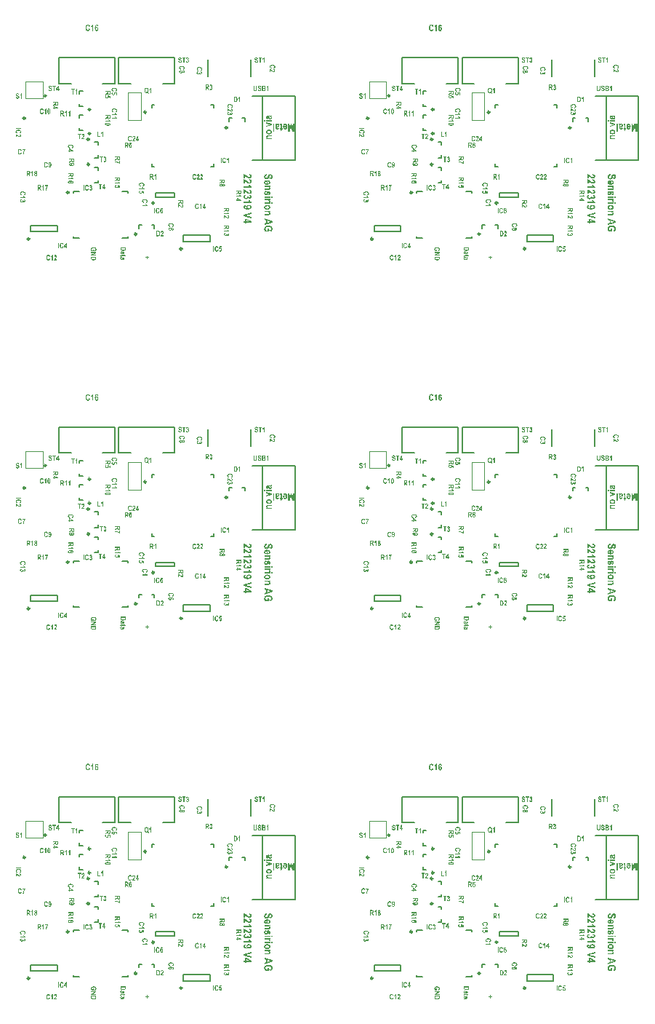
<source format=gto>
G04 Layer_Color=65535*
%FSLAX25Y25*%
%MOIN*%
G70*
G01*
G75*
%ADD46C,0.00787*%
%ADD47C,0.00984*%
%ADD61C,0.01000*%
%ADD62C,0.00039*%
%ADD63C,0.00394*%
%ADD64C,0.00500*%
G36*
X231148Y506097D02*
X231168D01*
X231195Y506093D01*
X231258Y506077D01*
X231333Y506058D01*
X231407Y506022D01*
X231486Y505979D01*
X231522Y505948D01*
X231557Y505916D01*
X231561Y505912D01*
X231565Y505908D01*
X231573Y505897D01*
X231588Y505881D01*
X231600Y505861D01*
X231620Y505842D01*
X231635Y505810D01*
X231655Y505779D01*
X231675Y505743D01*
X231694Y505704D01*
X231714Y505657D01*
X231734Y505610D01*
X231753Y505555D01*
X231769Y505496D01*
X231781Y505433D01*
X231793Y505366D01*
X231345Y505307D01*
Y505311D01*
Y505323D01*
X231341Y505339D01*
X231337Y505358D01*
X231321Y505413D01*
X231297Y505472D01*
X231262Y505531D01*
X231219Y505586D01*
X231187Y505606D01*
X231156Y505622D01*
X231121Y505633D01*
X231077Y505637D01*
X231069D01*
X231054Y505633D01*
X231022Y505629D01*
X230987Y505618D01*
X230948Y505598D01*
X230905Y505567D01*
X230861Y505527D01*
X230822Y505472D01*
X230818Y505464D01*
X230814Y505453D01*
X230806Y505437D01*
X230798Y505417D01*
X230790Y505394D01*
X230779Y505362D01*
X230771Y505327D01*
X230759Y505284D01*
X230747Y505236D01*
X230739Y505181D01*
X230728Y505123D01*
X230720Y505052D01*
X230708Y504977D01*
X230704Y504894D01*
X230696Y504804D01*
X230700Y504808D01*
X230712Y504824D01*
X230728Y504847D01*
X230751Y504875D01*
X230783Y504906D01*
X230814Y504938D01*
X230850Y504965D01*
X230889Y504993D01*
X230893Y504997D01*
X230908Y505005D01*
X230932Y505012D01*
X230960Y505024D01*
X230995Y505036D01*
X231038Y505048D01*
X231081Y505052D01*
X231129Y505056D01*
X231156D01*
X231176Y505052D01*
X231199Y505048D01*
X231231Y505040D01*
X231297Y505024D01*
X231372Y504989D01*
X231415Y504969D01*
X231459Y504942D01*
X231498Y504914D01*
X231541Y504875D01*
X231584Y504836D01*
X231624Y504788D01*
X231628Y504784D01*
X231631Y504777D01*
X231643Y504761D01*
X231659Y504741D01*
X231675Y504714D01*
X231691Y504682D01*
X231710Y504643D01*
X231734Y504604D01*
X231753Y504553D01*
X231773Y504501D01*
X231789Y504443D01*
X231804Y504380D01*
X231820Y504313D01*
X231832Y504242D01*
X231836Y504164D01*
X231840Y504085D01*
Y504081D01*
Y504065D01*
Y504042D01*
X231836Y504006D01*
X231832Y503967D01*
X231828Y503924D01*
X231820Y503873D01*
X231812Y503818D01*
X231785Y503700D01*
X231765Y503641D01*
X231746Y503578D01*
X231718Y503519D01*
X231686Y503460D01*
X231651Y503401D01*
X231612Y503350D01*
X231608Y503346D01*
X231600Y503338D01*
X231588Y503326D01*
X231573Y503311D01*
X231549Y503287D01*
X231525Y503267D01*
X231494Y503244D01*
X231459Y503220D01*
X231380Y503169D01*
X231286Y503130D01*
X231231Y503110D01*
X231176Y503098D01*
X231117Y503091D01*
X231058Y503087D01*
X231042D01*
X231022Y503091D01*
X230999D01*
X230967Y503098D01*
X230928Y503106D01*
X230889Y503114D01*
X230845Y503130D01*
X230798Y503150D01*
X230751Y503169D01*
X230700Y503197D01*
X230649Y503232D01*
X230598Y503271D01*
X230547Y503315D01*
X230500Y503370D01*
X230452Y503429D01*
X230449Y503433D01*
X230441Y503444D01*
X230429Y503464D01*
X230417Y503495D01*
X230398Y503535D01*
X230378Y503582D01*
X230358Y503637D01*
X230335Y503704D01*
X230311Y503778D01*
X230291Y503861D01*
X230272Y503955D01*
X230252Y504057D01*
X230240Y504171D01*
X230228Y504297D01*
X230221Y504431D01*
X230217Y504576D01*
Y504580D01*
Y504584D01*
Y504596D01*
Y504611D01*
Y504655D01*
X230221Y504710D01*
X230225Y504777D01*
X230228Y504851D01*
X230236Y504934D01*
X230248Y505024D01*
X230260Y505119D01*
X230276Y505217D01*
X230299Y505315D01*
X230323Y505409D01*
X230350Y505504D01*
X230382Y505590D01*
X230421Y505673D01*
X230464Y505743D01*
X230468Y505747D01*
X230476Y505759D01*
X230488Y505775D01*
X230507Y505798D01*
X230535Y505826D01*
X230563Y505857D01*
X230598Y505889D01*
X230637Y505924D01*
X230680Y505956D01*
X230728Y505987D01*
X230783Y506018D01*
X230838Y506046D01*
X230897Y506070D01*
X230963Y506085D01*
X231030Y506097D01*
X231101Y506101D01*
X231129D01*
X231148Y506097D01*
D02*
G37*
G36*
X73668D02*
X73687D01*
X73715Y506093D01*
X73778Y506077D01*
X73852Y506058D01*
X73927Y506022D01*
X74006Y505979D01*
X74041Y505948D01*
X74076Y505916D01*
X74080Y505912D01*
X74084Y505908D01*
X74092Y505897D01*
X74108Y505881D01*
X74120Y505861D01*
X74139Y505842D01*
X74155Y505810D01*
X74175Y505779D01*
X74194Y505743D01*
X74214Y505704D01*
X74234Y505657D01*
X74253Y505610D01*
X74273Y505555D01*
X74289Y505496D01*
X74301Y505433D01*
X74312Y505366D01*
X73864Y505307D01*
Y505311D01*
Y505323D01*
X73860Y505339D01*
X73857Y505358D01*
X73841Y505413D01*
X73817Y505472D01*
X73782Y505531D01*
X73739Y505586D01*
X73707Y505606D01*
X73676Y505622D01*
X73640Y505633D01*
X73597Y505637D01*
X73589D01*
X73573Y505633D01*
X73542Y505629D01*
X73507Y505618D01*
X73467Y505598D01*
X73424Y505567D01*
X73381Y505527D01*
X73342Y505472D01*
X73338Y505464D01*
X73334Y505453D01*
X73326Y505437D01*
X73318Y505417D01*
X73310Y505394D01*
X73298Y505362D01*
X73290Y505327D01*
X73279Y505284D01*
X73267Y505236D01*
X73259Y505181D01*
X73247Y505123D01*
X73239Y505052D01*
X73228Y504977D01*
X73224Y504894D01*
X73216Y504804D01*
X73220Y504808D01*
X73232Y504824D01*
X73247Y504847D01*
X73271Y504875D01*
X73302Y504906D01*
X73334Y504938D01*
X73369Y504965D01*
X73409Y504993D01*
X73412Y504997D01*
X73428Y505005D01*
X73452Y505012D01*
X73479Y505024D01*
X73515Y505036D01*
X73558Y505048D01*
X73601Y505052D01*
X73648Y505056D01*
X73676D01*
X73695Y505052D01*
X73719Y505048D01*
X73750Y505040D01*
X73817Y505024D01*
X73892Y504989D01*
X73935Y504969D01*
X73978Y504942D01*
X74018Y504914D01*
X74061Y504875D01*
X74104Y504836D01*
X74143Y504788D01*
X74147Y504784D01*
X74151Y504777D01*
X74163Y504761D01*
X74179Y504741D01*
X74194Y504714D01*
X74210Y504682D01*
X74230Y504643D01*
X74253Y504604D01*
X74273Y504553D01*
X74293Y504501D01*
X74308Y504443D01*
X74324Y504380D01*
X74340Y504313D01*
X74352Y504242D01*
X74356Y504164D01*
X74360Y504085D01*
Y504081D01*
Y504065D01*
Y504042D01*
X74356Y504006D01*
X74352Y503967D01*
X74348Y503924D01*
X74340Y503873D01*
X74332Y503818D01*
X74304Y503700D01*
X74285Y503641D01*
X74265Y503578D01*
X74238Y503519D01*
X74206Y503460D01*
X74171Y503401D01*
X74132Y503350D01*
X74128Y503346D01*
X74120Y503338D01*
X74108Y503326D01*
X74092Y503311D01*
X74069Y503287D01*
X74045Y503267D01*
X74014Y503244D01*
X73978Y503220D01*
X73900Y503169D01*
X73805Y503130D01*
X73750Y503110D01*
X73695Y503098D01*
X73636Y503091D01*
X73577Y503087D01*
X73562D01*
X73542Y503091D01*
X73519D01*
X73487Y503098D01*
X73448Y503106D01*
X73409Y503114D01*
X73365Y503130D01*
X73318Y503150D01*
X73271Y503169D01*
X73220Y503197D01*
X73169Y503232D01*
X73118Y503271D01*
X73067Y503315D01*
X73019Y503370D01*
X72972Y503429D01*
X72968Y503433D01*
X72960Y503444D01*
X72949Y503464D01*
X72937Y503495D01*
X72917Y503535D01*
X72898Y503582D01*
X72878Y503637D01*
X72854Y503704D01*
X72831Y503778D01*
X72811Y503861D01*
X72791Y503955D01*
X72772Y504057D01*
X72760Y504171D01*
X72748Y504297D01*
X72740Y504431D01*
X72736Y504576D01*
Y504580D01*
Y504584D01*
Y504596D01*
Y504611D01*
Y504655D01*
X72740Y504710D01*
X72744Y504777D01*
X72748Y504851D01*
X72756Y504934D01*
X72768Y505024D01*
X72780Y505119D01*
X72795Y505217D01*
X72819Y505315D01*
X72843Y505409D01*
X72870Y505504D01*
X72901Y505590D01*
X72941Y505673D01*
X72984Y505743D01*
X72988Y505747D01*
X72996Y505759D01*
X73008Y505775D01*
X73027Y505798D01*
X73055Y505826D01*
X73082Y505857D01*
X73118Y505889D01*
X73157Y505924D01*
X73200Y505956D01*
X73247Y505987D01*
X73302Y506018D01*
X73357Y506046D01*
X73416Y506070D01*
X73483Y506085D01*
X73550Y506097D01*
X73621Y506101D01*
X73648D01*
X73668Y506097D01*
D02*
G37*
G36*
X227116Y506140D02*
X227151Y506136D01*
X227195Y506129D01*
X227238Y506121D01*
X227289Y506109D01*
X227340Y506093D01*
X227395Y506077D01*
X227454Y506054D01*
X227509Y506026D01*
X227568Y505995D01*
X227623Y505956D01*
X227682Y505916D01*
X227733Y505865D01*
X227737Y505861D01*
X227741Y505857D01*
X227753Y505846D01*
X227764Y505830D01*
X227780Y505806D01*
X227800Y505783D01*
X227819Y505751D01*
X227843Y505716D01*
X227863Y505677D01*
X227886Y505633D01*
X227910Y505586D01*
X227937Y505535D01*
X227957Y505476D01*
X227981Y505417D01*
X228000Y505350D01*
X228020Y505280D01*
X227537Y505138D01*
Y505142D01*
X227533Y505150D01*
Y505162D01*
X227529Y505177D01*
X227513Y505221D01*
X227497Y505272D01*
X227470Y505331D01*
X227438Y505394D01*
X227395Y505453D01*
X227348Y505504D01*
X227340Y505508D01*
X227324Y505523D01*
X227293Y505543D01*
X227257Y505571D01*
X227206Y505594D01*
X227151Y505614D01*
X227088Y505629D01*
X227022Y505633D01*
X226994D01*
X226978Y505629D01*
X226955Y505625D01*
X226927Y505622D01*
X226868Y505606D01*
X226798Y505574D01*
X226762Y505559D01*
X226727Y505535D01*
X226688Y505508D01*
X226652Y505476D01*
X226617Y505441D01*
X226585Y505398D01*
Y505394D01*
X226578Y505386D01*
X226570Y505374D01*
X226558Y505354D01*
X226546Y505327D01*
X226530Y505295D01*
X226519Y505260D01*
X226503Y505213D01*
X226487Y505166D01*
X226471Y505107D01*
X226456Y505044D01*
X226444Y504973D01*
X226432Y504898D01*
X226424Y504816D01*
X226420Y504726D01*
X226416Y504627D01*
Y504619D01*
Y504604D01*
Y504576D01*
X226420Y504537D01*
Y504490D01*
X226424Y504439D01*
X226432Y504380D01*
X226436Y504321D01*
X226456Y504187D01*
X226487Y504057D01*
X226507Y503995D01*
X226526Y503936D01*
X226554Y503881D01*
X226582Y503833D01*
X226585Y503829D01*
X226589Y503822D01*
X226597Y503810D01*
X226613Y503798D01*
X226648Y503759D01*
X226695Y503716D01*
X226758Y503672D01*
X226833Y503633D01*
X226872Y503621D01*
X226916Y503609D01*
X226963Y503602D01*
X227010Y503598D01*
X227018D01*
X227041Y503602D01*
X227077Y503606D01*
X227124Y503617D01*
X227175Y503633D01*
X227234Y503660D01*
X227289Y503696D01*
X227344Y503747D01*
X227352Y503755D01*
X227367Y503774D01*
X227391Y503810D01*
X227422Y503861D01*
X227458Y503928D01*
X227474Y503967D01*
X227489Y504010D01*
X227505Y504057D01*
X227521Y504108D01*
X227537Y504164D01*
X227548Y504222D01*
X228024Y504038D01*
Y504034D01*
X228020Y504018D01*
X228012Y503991D01*
X228000Y503955D01*
X227988Y503916D01*
X227973Y503869D01*
X227957Y503818D01*
X227933Y503763D01*
X227882Y503645D01*
X227819Y503523D01*
X227780Y503468D01*
X227741Y503413D01*
X227698Y503362D01*
X227650Y503315D01*
X227646Y503311D01*
X227639Y503307D01*
X227623Y503295D01*
X227603Y503279D01*
X227580Y503264D01*
X227548Y503244D01*
X227517Y503220D01*
X227478Y503201D01*
X227430Y503181D01*
X227383Y503157D01*
X227332Y503138D01*
X227277Y503122D01*
X227218Y503106D01*
X227155Y503098D01*
X227088Y503091D01*
X227018Y503087D01*
X226998D01*
X226971Y503091D01*
X226939D01*
X226900Y503098D01*
X226853Y503106D01*
X226802Y503118D01*
X226747Y503134D01*
X226684Y503150D01*
X226625Y503173D01*
X226558Y503205D01*
X226495Y503240D01*
X226432Y503279D01*
X226369Y503330D01*
X226310Y503385D01*
X226251Y503448D01*
X226247Y503452D01*
X226236Y503468D01*
X226220Y503491D01*
X226200Y503527D01*
X226173Y503570D01*
X226145Y503621D01*
X226114Y503680D01*
X226082Y503751D01*
X226051Y503826D01*
X226020Y503912D01*
X225992Y504006D01*
X225964Y504108D01*
X225945Y504218D01*
X225929Y504332D01*
X225917Y504458D01*
X225913Y504588D01*
Y504592D01*
Y504596D01*
Y504608D01*
Y504619D01*
X225917Y504659D01*
Y504714D01*
X225925Y504777D01*
X225933Y504851D01*
X225941Y504930D01*
X225957Y505020D01*
X225972Y505111D01*
X225996Y505209D01*
X226023Y505307D01*
X226055Y505405D01*
X226094Y505504D01*
X226141Y505598D01*
X226192Y505688D01*
X226251Y505771D01*
X226255Y505775D01*
X226267Y505787D01*
X226283Y505806D01*
X226306Y505830D01*
X226338Y505857D01*
X226373Y505889D01*
X226416Y505924D01*
X226464Y505960D01*
X226519Y505991D01*
X226578Y506026D01*
X226644Y506058D01*
X226715Y506085D01*
X226790Y506109D01*
X226872Y506129D01*
X226959Y506140D01*
X227049Y506144D01*
X227088D01*
X227116Y506140D01*
D02*
G37*
G36*
X69636D02*
X69671Y506136D01*
X69714Y506129D01*
X69757Y506121D01*
X69809Y506109D01*
X69860Y506093D01*
X69915Y506077D01*
X69974Y506054D01*
X70029Y506026D01*
X70088Y505995D01*
X70143Y505956D01*
X70202Y505916D01*
X70253Y505865D01*
X70257Y505861D01*
X70261Y505857D01*
X70272Y505846D01*
X70284Y505830D01*
X70300Y505806D01*
X70319Y505783D01*
X70339Y505751D01*
X70363Y505716D01*
X70382Y505677D01*
X70406Y505633D01*
X70429Y505586D01*
X70457Y505535D01*
X70477Y505476D01*
X70500Y505417D01*
X70520Y505350D01*
X70539Y505280D01*
X70056Y505138D01*
Y505142D01*
X70052Y505150D01*
Y505162D01*
X70048Y505177D01*
X70033Y505221D01*
X70017Y505272D01*
X69989Y505331D01*
X69958Y505394D01*
X69915Y505453D01*
X69867Y505504D01*
X69860Y505508D01*
X69844Y505523D01*
X69813Y505543D01*
X69777Y505571D01*
X69726Y505594D01*
X69671Y505614D01*
X69608Y505629D01*
X69541Y505633D01*
X69514D01*
X69498Y505629D01*
X69475Y505625D01*
X69447Y505622D01*
X69388Y505606D01*
X69317Y505574D01*
X69282Y505559D01*
X69247Y505535D01*
X69207Y505508D01*
X69172Y505476D01*
X69137Y505441D01*
X69105Y505398D01*
Y505394D01*
X69097Y505386D01*
X69089Y505374D01*
X69078Y505354D01*
X69066Y505327D01*
X69050Y505295D01*
X69038Y505260D01*
X69023Y505213D01*
X69007Y505166D01*
X68991Y505107D01*
X68975Y505044D01*
X68964Y504973D01*
X68952Y504898D01*
X68944Y504816D01*
X68940Y504726D01*
X68936Y504627D01*
Y504619D01*
Y504604D01*
Y504576D01*
X68940Y504537D01*
Y504490D01*
X68944Y504439D01*
X68952Y504380D01*
X68956Y504321D01*
X68975Y504187D01*
X69007Y504057D01*
X69026Y503995D01*
X69046Y503936D01*
X69074Y503881D01*
X69101Y503833D01*
X69105Y503829D01*
X69109Y503822D01*
X69117Y503810D01*
X69133Y503798D01*
X69168Y503759D01*
X69215Y503716D01*
X69278Y503672D01*
X69353Y503633D01*
X69392Y503621D01*
X69435Y503609D01*
X69482Y503602D01*
X69529Y503598D01*
X69537D01*
X69561Y503602D01*
X69596Y503606D01*
X69643Y503617D01*
X69695Y503633D01*
X69753Y503660D01*
X69809Y503696D01*
X69864Y503747D01*
X69871Y503755D01*
X69887Y503774D01*
X69911Y503810D01*
X69942Y503861D01*
X69978Y503928D01*
X69993Y503967D01*
X70009Y504010D01*
X70025Y504057D01*
X70040Y504108D01*
X70056Y504164D01*
X70068Y504222D01*
X70543Y504038D01*
Y504034D01*
X70539Y504018D01*
X70532Y503991D01*
X70520Y503955D01*
X70508Y503916D01*
X70492Y503869D01*
X70477Y503818D01*
X70453Y503763D01*
X70402Y503645D01*
X70339Y503523D01*
X70300Y503468D01*
X70261Y503413D01*
X70217Y503362D01*
X70170Y503315D01*
X70166Y503311D01*
X70158Y503307D01*
X70143Y503295D01*
X70123Y503279D01*
X70099Y503264D01*
X70068Y503244D01*
X70037Y503220D01*
X69997Y503201D01*
X69950Y503181D01*
X69903Y503157D01*
X69852Y503138D01*
X69797Y503122D01*
X69738Y503106D01*
X69675Y503098D01*
X69608Y503091D01*
X69537Y503087D01*
X69518D01*
X69490Y503091D01*
X69459D01*
X69419Y503098D01*
X69372Y503106D01*
X69321Y503118D01*
X69266Y503134D01*
X69203Y503150D01*
X69144Y503173D01*
X69078Y503205D01*
X69015Y503240D01*
X68952Y503279D01*
X68889Y503330D01*
X68830Y503385D01*
X68771Y503448D01*
X68767Y503452D01*
X68755Y503468D01*
X68740Y503491D01*
X68720Y503527D01*
X68692Y503570D01*
X68665Y503621D01*
X68634Y503680D01*
X68602Y503751D01*
X68571Y503826D01*
X68539Y503912D01*
X68512Y504006D01*
X68484Y504108D01*
X68464Y504218D01*
X68449Y504332D01*
X68437Y504458D01*
X68433Y504588D01*
Y504592D01*
Y504596D01*
Y504608D01*
Y504619D01*
X68437Y504659D01*
Y504714D01*
X68445Y504777D01*
X68453Y504851D01*
X68461Y504930D01*
X68476Y505020D01*
X68492Y505111D01*
X68516Y505209D01*
X68543Y505307D01*
X68575Y505405D01*
X68614Y505504D01*
X68661Y505598D01*
X68712Y505688D01*
X68771Y505771D01*
X68775Y505775D01*
X68787Y505787D01*
X68802Y505806D01*
X68826Y505830D01*
X68858Y505857D01*
X68893Y505889D01*
X68936Y505924D01*
X68983Y505960D01*
X69038Y505991D01*
X69097Y506026D01*
X69164Y506058D01*
X69235Y506085D01*
X69310Y506109D01*
X69392Y506129D01*
X69478Y506140D01*
X69569Y506144D01*
X69608D01*
X69636Y506140D01*
D02*
G37*
G36*
X229525Y503138D02*
X229061D01*
Y505276D01*
X229057Y505272D01*
X229049Y505264D01*
X229034Y505248D01*
X229014Y505229D01*
X228991Y505205D01*
X228959Y505177D01*
X228928Y505146D01*
X228888Y505111D01*
X228845Y505075D01*
X228798Y505040D01*
X228696Y504969D01*
X228582Y504902D01*
X228460Y504847D01*
Y505362D01*
X228464D01*
X228468Y505366D01*
X228480Y505370D01*
X228495Y505378D01*
X228531Y505398D01*
X228582Y505425D01*
X228641Y505460D01*
X228712Y505512D01*
X228782Y505567D01*
X228861Y505637D01*
X228865Y505641D01*
X228869Y505645D01*
X228881Y505657D01*
X228896Y505673D01*
X228932Y505716D01*
X228975Y505771D01*
X229022Y505838D01*
X229069Y505916D01*
X229112Y506007D01*
X229148Y506101D01*
X229525D01*
Y503138D01*
D02*
G37*
G36*
X72045D02*
X71581D01*
Y505276D01*
X71577Y505272D01*
X71569Y505264D01*
X71553Y505248D01*
X71534Y505229D01*
X71510Y505205D01*
X71479Y505177D01*
X71447Y505146D01*
X71408Y505111D01*
X71365Y505075D01*
X71318Y505040D01*
X71215Y504969D01*
X71101Y504902D01*
X70980Y504847D01*
Y505362D01*
X70984D01*
X70988Y505366D01*
X70999Y505370D01*
X71015Y505378D01*
X71051Y505398D01*
X71101Y505425D01*
X71161Y505460D01*
X71231Y505512D01*
X71302Y505567D01*
X71381Y505637D01*
X71385Y505641D01*
X71388Y505645D01*
X71400Y505657D01*
X71416Y505673D01*
X71451Y505716D01*
X71495Y505771D01*
X71542Y505838D01*
X71589Y505916D01*
X71632Y506007D01*
X71667Y506101D01*
X72045D01*
Y503138D01*
D02*
G37*
G36*
X304286Y491144D02*
X304315Y491140D01*
X304351Y491137D01*
X304387Y491131D01*
X304430Y491124D01*
X304519Y491101D01*
X304568Y491085D01*
X304614Y491065D01*
X304660Y491042D01*
X304702Y491019D01*
X304745Y490986D01*
X304784Y490953D01*
X304788Y490950D01*
X304794Y490944D01*
X304804Y490934D01*
X304817Y490917D01*
X304830Y490898D01*
X304850Y490875D01*
X304866Y490845D01*
X304886Y490812D01*
X304906Y490776D01*
X304925Y490734D01*
X304942Y490688D01*
X304958Y490639D01*
X304975Y490586D01*
X304984Y490530D01*
X304994Y490468D01*
X304998Y490402D01*
X304588Y490379D01*
Y490383D01*
Y490389D01*
X304584Y490399D01*
X304581Y490412D01*
X304574Y490445D01*
X304561Y490488D01*
X304545Y490534D01*
X304525Y490580D01*
X304499Y490622D01*
X304469Y490655D01*
X304466Y490658D01*
X304453Y490668D01*
X304433Y490681D01*
X304404Y490694D01*
X304368Y490707D01*
X304325Y490721D01*
X304276Y490730D01*
X304217Y490734D01*
X304191D01*
X304161Y490730D01*
X304125Y490724D01*
X304082Y490717D01*
X304040Y490704D01*
X304000Y490688D01*
X303964Y490665D01*
X303961Y490662D01*
X303951Y490652D01*
X303935Y490639D01*
X303922Y490619D01*
X303905Y490593D01*
X303889Y490563D01*
X303879Y490527D01*
X303876Y490491D01*
Y490488D01*
Y490475D01*
X303879Y490455D01*
X303886Y490432D01*
X303895Y490406D01*
X303909Y490379D01*
X303928Y490350D01*
X303955Y490324D01*
X303958Y490320D01*
X303971Y490311D01*
X303994Y490298D01*
X304010Y490288D01*
X304030Y490278D01*
X304053Y490268D01*
X304079Y490255D01*
X304109Y490242D01*
X304145Y490229D01*
X304184Y490215D01*
X304227Y490202D01*
X304273Y490186D01*
X304325Y490170D01*
X304328D01*
X304338Y490166D01*
X304355Y490160D01*
X304374Y490153D01*
X304401Y490147D01*
X304430Y490137D01*
X304496Y490114D01*
X304568Y490084D01*
X304643Y490055D01*
X304709Y490019D01*
X304742Y490002D01*
X304768Y489983D01*
X304775Y489979D01*
X304791Y489966D01*
X304814Y489943D01*
X304847Y489914D01*
X304879Y489878D01*
X304916Y489832D01*
X304948Y489782D01*
X304978Y489727D01*
Y489723D01*
X304981Y489720D01*
X304984Y489710D01*
X304991Y489701D01*
X305001Y489668D01*
X305017Y489622D01*
X305030Y489569D01*
X305040Y489504D01*
X305050Y489432D01*
X305053Y489353D01*
Y489350D01*
Y489340D01*
Y489323D01*
X305050Y489300D01*
X305047Y489271D01*
X305044Y489238D01*
X305037Y489205D01*
X305027Y489166D01*
X305004Y489081D01*
X304988Y489035D01*
X304968Y488989D01*
X304945Y488943D01*
X304919Y488897D01*
X304889Y488854D01*
X304853Y488812D01*
X304850Y488808D01*
X304843Y488802D01*
X304834Y488792D01*
X304817Y488779D01*
X304794Y488762D01*
X304768Y488743D01*
X304738Y488723D01*
X304702Y488703D01*
X304663Y488684D01*
X304617Y488664D01*
X304565Y488644D01*
X304509Y488628D01*
X304450Y488615D01*
X304384Y488605D01*
X304312Y488598D01*
X304237Y488595D01*
X304217D01*
X304204Y488598D01*
X304187D01*
X304168Y488602D01*
X304119Y488608D01*
X304063Y488621D01*
X303997Y488641D01*
X303928Y488667D01*
X303856Y488700D01*
X303784Y488746D01*
X303709Y488802D01*
X303676Y488835D01*
X303640Y488871D01*
X303607Y488910D01*
X303577Y488953D01*
X303548Y488999D01*
X303518Y489048D01*
X303495Y489104D01*
X303472Y489163D01*
X303453Y489225D01*
X303436Y489294D01*
X303423Y489366D01*
X303413Y489441D01*
X303810Y489487D01*
Y489481D01*
X303814Y489468D01*
X303820Y489445D01*
X303827Y489415D01*
X303836Y489379D01*
X303850Y489336D01*
X303869Y489294D01*
X303889Y489251D01*
X303915Y489209D01*
X303948Y489166D01*
X303981Y489123D01*
X304024Y489090D01*
X304069Y489058D01*
X304125Y489035D01*
X304184Y489022D01*
X304250Y489015D01*
X304279D01*
X304312Y489022D01*
X304355Y489028D01*
X304401Y489038D01*
X304450Y489054D01*
X304496Y489077D01*
X304538Y489110D01*
X304542Y489113D01*
X304555Y489126D01*
X304571Y489150D01*
X304594Y489176D01*
X304614Y489212D01*
X304630Y489251D01*
X304643Y489297D01*
X304647Y489350D01*
Y489353D01*
Y489363D01*
X304643Y489379D01*
Y489399D01*
X304630Y489448D01*
X304620Y489471D01*
X304607Y489494D01*
Y489497D01*
X304601Y489504D01*
X304591Y489514D01*
X304581Y489527D01*
X304565Y489543D01*
X304545Y489560D01*
X304522Y489576D01*
X304496Y489589D01*
X304492Y489592D01*
X304479Y489596D01*
X304456Y489605D01*
X304440Y489612D01*
X304420Y489618D01*
X304401Y489628D01*
X304374Y489638D01*
X304342Y489648D01*
X304309Y489661D01*
X304270Y489671D01*
X304227Y489687D01*
X304181Y489701D01*
X304128Y489717D01*
X304125D01*
X304119Y489720D01*
X304102Y489723D01*
X304086Y489730D01*
X304066Y489737D01*
X304040Y489746D01*
X303984Y489769D01*
X303922Y489792D01*
X303859Y489822D01*
X303800Y489855D01*
X303748Y489888D01*
X303741Y489891D01*
X303728Y489904D01*
X303705Y489927D01*
X303679Y489953D01*
X303646Y489989D01*
X303617Y490028D01*
X303584Y490078D01*
X303554Y490130D01*
Y490133D01*
X303551Y490137D01*
X303545Y490156D01*
X303532Y490186D01*
X303522Y490229D01*
X303508Y490274D01*
X303495Y490330D01*
X303489Y490393D01*
X303485Y490455D01*
Y490458D01*
Y490465D01*
Y490475D01*
Y490488D01*
X303489Y490507D01*
Y490527D01*
X303495Y490576D01*
X303508Y490632D01*
X303522Y490694D01*
X303545Y490757D01*
X303574Y490819D01*
Y490822D01*
X303577Y490826D01*
X303590Y490845D01*
X303610Y490875D01*
X303640Y490911D01*
X303676Y490950D01*
X303718Y490990D01*
X303771Y491029D01*
X303827Y491062D01*
X303830D01*
X303833Y491065D01*
X303843Y491068D01*
X303856Y491075D01*
X303873Y491081D01*
X303892Y491088D01*
X303938Y491104D01*
X303997Y491121D01*
X304066Y491134D01*
X304141Y491144D01*
X304227Y491147D01*
X304260D01*
X304286Y491144D01*
D02*
G37*
G36*
X269286D02*
X269315Y491140D01*
X269352Y491137D01*
X269388Y491131D01*
X269430Y491124D01*
X269519Y491101D01*
X269568Y491085D01*
X269614Y491065D01*
X269660Y491042D01*
X269702Y491019D01*
X269745Y490986D01*
X269784Y490953D01*
X269788Y490950D01*
X269794Y490944D01*
X269804Y490934D01*
X269817Y490917D01*
X269830Y490898D01*
X269850Y490875D01*
X269866Y490845D01*
X269886Y490812D01*
X269906Y490776D01*
X269925Y490734D01*
X269942Y490688D01*
X269958Y490639D01*
X269975Y490586D01*
X269985Y490530D01*
X269994Y490468D01*
X269998Y490402D01*
X269588Y490379D01*
Y490383D01*
Y490389D01*
X269584Y490399D01*
X269581Y490412D01*
X269574Y490445D01*
X269561Y490488D01*
X269545Y490534D01*
X269525Y490580D01*
X269499Y490622D01*
X269469Y490655D01*
X269466Y490658D01*
X269453Y490668D01*
X269433Y490681D01*
X269404Y490694D01*
X269368Y490707D01*
X269325Y490721D01*
X269276Y490730D01*
X269217Y490734D01*
X269191D01*
X269161Y490730D01*
X269125Y490724D01*
X269082Y490717D01*
X269040Y490704D01*
X269001Y490688D01*
X268964Y490665D01*
X268961Y490662D01*
X268951Y490652D01*
X268935Y490639D01*
X268922Y490619D01*
X268905Y490593D01*
X268889Y490563D01*
X268879Y490527D01*
X268876Y490491D01*
Y490488D01*
Y490475D01*
X268879Y490455D01*
X268886Y490432D01*
X268896Y490406D01*
X268909Y490379D01*
X268928Y490350D01*
X268955Y490324D01*
X268958Y490320D01*
X268971Y490311D01*
X268994Y490298D01*
X269010Y490288D01*
X269030Y490278D01*
X269053Y490268D01*
X269079Y490255D01*
X269109Y490242D01*
X269145Y490229D01*
X269184Y490215D01*
X269227Y490202D01*
X269273Y490186D01*
X269325Y490170D01*
X269328D01*
X269338Y490166D01*
X269355Y490160D01*
X269374Y490153D01*
X269401Y490147D01*
X269430Y490137D01*
X269496Y490114D01*
X269568Y490084D01*
X269643Y490055D01*
X269709Y490019D01*
X269742Y490002D01*
X269768Y489983D01*
X269775Y489979D01*
X269791Y489966D01*
X269814Y489943D01*
X269847Y489914D01*
X269880Y489878D01*
X269916Y489832D01*
X269948Y489782D01*
X269978Y489727D01*
Y489723D01*
X269981Y489720D01*
X269985Y489710D01*
X269991Y489701D01*
X270001Y489668D01*
X270017Y489622D01*
X270030Y489569D01*
X270040Y489504D01*
X270050Y489432D01*
X270053Y489353D01*
Y489350D01*
Y489340D01*
Y489323D01*
X270050Y489300D01*
X270047Y489271D01*
X270043Y489238D01*
X270037Y489205D01*
X270027Y489166D01*
X270004Y489081D01*
X269988Y489035D01*
X269968Y488989D01*
X269945Y488943D01*
X269919Y488897D01*
X269889Y488854D01*
X269853Y488812D01*
X269850Y488808D01*
X269844Y488802D01*
X269834Y488792D01*
X269817Y488779D01*
X269794Y488762D01*
X269768Y488743D01*
X269739Y488723D01*
X269702Y488703D01*
X269663Y488684D01*
X269617Y488664D01*
X269565Y488644D01*
X269509Y488628D01*
X269450Y488615D01*
X269384Y488605D01*
X269312Y488598D01*
X269237Y488595D01*
X269217D01*
X269204Y488598D01*
X269187D01*
X269168Y488602D01*
X269119Y488608D01*
X269063Y488621D01*
X268997Y488641D01*
X268928Y488667D01*
X268856Y488700D01*
X268784Y488746D01*
X268709Y488802D01*
X268676Y488835D01*
X268640Y488871D01*
X268607Y488910D01*
X268577Y488953D01*
X268548Y488999D01*
X268518Y489048D01*
X268495Y489104D01*
X268472Y489163D01*
X268453Y489225D01*
X268436Y489294D01*
X268423Y489366D01*
X268413Y489441D01*
X268810Y489487D01*
Y489481D01*
X268813Y489468D01*
X268820Y489445D01*
X268827Y489415D01*
X268836Y489379D01*
X268850Y489336D01*
X268869Y489294D01*
X268889Y489251D01*
X268915Y489209D01*
X268948Y489166D01*
X268981Y489123D01*
X269023Y489090D01*
X269069Y489058D01*
X269125Y489035D01*
X269184Y489022D01*
X269250Y489015D01*
X269279D01*
X269312Y489022D01*
X269355Y489028D01*
X269401Y489038D01*
X269450Y489054D01*
X269496Y489077D01*
X269538Y489110D01*
X269542Y489113D01*
X269555Y489126D01*
X269571Y489150D01*
X269594Y489176D01*
X269614Y489212D01*
X269630Y489251D01*
X269643Y489297D01*
X269647Y489350D01*
Y489353D01*
Y489363D01*
X269643Y489379D01*
Y489399D01*
X269630Y489448D01*
X269620Y489471D01*
X269607Y489494D01*
Y489497D01*
X269601Y489504D01*
X269591Y489514D01*
X269581Y489527D01*
X269565Y489543D01*
X269545Y489560D01*
X269522Y489576D01*
X269496Y489589D01*
X269493Y489592D01*
X269479Y489596D01*
X269456Y489605D01*
X269440Y489612D01*
X269420Y489618D01*
X269401Y489628D01*
X269374Y489638D01*
X269342Y489648D01*
X269309Y489661D01*
X269269Y489671D01*
X269227Y489687D01*
X269181Y489701D01*
X269128Y489717D01*
X269125D01*
X269119Y489720D01*
X269102Y489723D01*
X269086Y489730D01*
X269066Y489737D01*
X269040Y489746D01*
X268984Y489769D01*
X268922Y489792D01*
X268860Y489822D01*
X268800Y489855D01*
X268748Y489888D01*
X268741Y489891D01*
X268728Y489904D01*
X268705Y489927D01*
X268679Y489953D01*
X268646Y489989D01*
X268617Y490028D01*
X268584Y490078D01*
X268554Y490130D01*
Y490133D01*
X268551Y490137D01*
X268545Y490156D01*
X268531Y490186D01*
X268522Y490229D01*
X268509Y490274D01*
X268495Y490330D01*
X268489Y490393D01*
X268485Y490455D01*
Y490458D01*
Y490465D01*
Y490475D01*
Y490488D01*
X268489Y490507D01*
Y490527D01*
X268495Y490576D01*
X268509Y490632D01*
X268522Y490694D01*
X268545Y490757D01*
X268574Y490819D01*
Y490822D01*
X268577Y490826D01*
X268590Y490845D01*
X268610Y490875D01*
X268640Y490911D01*
X268676Y490950D01*
X268718Y490990D01*
X268771Y491029D01*
X268827Y491062D01*
X268830D01*
X268833Y491065D01*
X268843Y491068D01*
X268856Y491075D01*
X268873Y491081D01*
X268892Y491088D01*
X268938Y491104D01*
X268997Y491121D01*
X269066Y491134D01*
X269142Y491144D01*
X269227Y491147D01*
X269260D01*
X269286Y491144D01*
D02*
G37*
G36*
X146806D02*
X146835Y491140D01*
X146871Y491137D01*
X146907Y491131D01*
X146950Y491124D01*
X147038Y491101D01*
X147088Y491085D01*
X147134Y491065D01*
X147179Y491042D01*
X147222Y491019D01*
X147265Y490986D01*
X147304Y490953D01*
X147307Y490950D01*
X147314Y490944D01*
X147324Y490934D01*
X147337Y490917D01*
X147350Y490898D01*
X147370Y490875D01*
X147386Y490845D01*
X147406Y490812D01*
X147425Y490776D01*
X147445Y490734D01*
X147462Y490688D01*
X147478Y490639D01*
X147494Y490586D01*
X147504Y490530D01*
X147514Y490468D01*
X147517Y490402D01*
X147107Y490379D01*
Y490383D01*
Y490389D01*
X147104Y490399D01*
X147101Y490412D01*
X147094Y490445D01*
X147081Y490488D01*
X147065Y490534D01*
X147045Y490580D01*
X147019Y490622D01*
X146989Y490655D01*
X146986Y490658D01*
X146973Y490668D01*
X146953Y490681D01*
X146924Y490694D01*
X146888Y490707D01*
X146845Y490721D01*
X146796Y490730D01*
X146737Y490734D01*
X146710D01*
X146681Y490730D01*
X146645Y490724D01*
X146602Y490717D01*
X146560Y490704D01*
X146520Y490688D01*
X146484Y490665D01*
X146481Y490662D01*
X146471Y490652D01*
X146455Y490639D01*
X146441Y490619D01*
X146425Y490593D01*
X146409Y490563D01*
X146399Y490527D01*
X146396Y490491D01*
Y490488D01*
Y490475D01*
X146399Y490455D01*
X146405Y490432D01*
X146415Y490406D01*
X146428Y490379D01*
X146448Y490350D01*
X146474Y490324D01*
X146477Y490320D01*
X146491Y490311D01*
X146514Y490298D01*
X146530Y490288D01*
X146550Y490278D01*
X146573Y490268D01*
X146599Y490255D01*
X146628Y490242D01*
X146665Y490229D01*
X146704Y490215D01*
X146747Y490202D01*
X146792Y490186D01*
X146845Y490170D01*
X146848D01*
X146858Y490166D01*
X146874Y490160D01*
X146894Y490153D01*
X146920Y490147D01*
X146950Y490137D01*
X147016Y490114D01*
X147088Y490084D01*
X147163Y490055D01*
X147229Y490019D01*
X147262Y490002D01*
X147288Y489983D01*
X147294Y489979D01*
X147311Y489966D01*
X147334Y489943D01*
X147366Y489914D01*
X147399Y489878D01*
X147435Y489832D01*
X147468Y489782D01*
X147498Y489727D01*
Y489723D01*
X147501Y489720D01*
X147504Y489710D01*
X147511Y489701D01*
X147521Y489668D01*
X147537Y489622D01*
X147550Y489569D01*
X147560Y489504D01*
X147570Y489432D01*
X147573Y489353D01*
Y489350D01*
Y489340D01*
Y489323D01*
X147570Y489300D01*
X147566Y489271D01*
X147563Y489238D01*
X147557Y489205D01*
X147547Y489166D01*
X147524Y489081D01*
X147508Y489035D01*
X147488Y488989D01*
X147465Y488943D01*
X147439Y488897D01*
X147409Y488854D01*
X147373Y488812D01*
X147370Y488808D01*
X147363Y488802D01*
X147353Y488792D01*
X147337Y488779D01*
X147314Y488762D01*
X147288Y488743D01*
X147258Y488723D01*
X147222Y488703D01*
X147183Y488684D01*
X147137Y488664D01*
X147084Y488644D01*
X147029Y488628D01*
X146970Y488615D01*
X146904Y488605D01*
X146832Y488598D01*
X146756Y488595D01*
X146737D01*
X146724Y488598D01*
X146707D01*
X146687Y488602D01*
X146638Y488608D01*
X146582Y488621D01*
X146517Y488641D01*
X146448Y488667D01*
X146376Y488700D01*
X146304Y488746D01*
X146228Y488802D01*
X146195Y488835D01*
X146159Y488871D01*
X146127Y488910D01*
X146097Y488953D01*
X146068Y488999D01*
X146038Y489048D01*
X146015Y489104D01*
X145992Y489163D01*
X145972Y489225D01*
X145956Y489294D01*
X145943Y489366D01*
X145933Y489441D01*
X146330Y489487D01*
Y489481D01*
X146333Y489468D01*
X146340Y489445D01*
X146346Y489415D01*
X146356Y489379D01*
X146369Y489336D01*
X146389Y489294D01*
X146409Y489251D01*
X146435Y489209D01*
X146468Y489166D01*
X146501Y489123D01*
X146543Y489090D01*
X146589Y489058D01*
X146645Y489035D01*
X146704Y489022D01*
X146769Y489015D01*
X146799D01*
X146832Y489022D01*
X146874Y489028D01*
X146920Y489038D01*
X146970Y489054D01*
X147016Y489077D01*
X147058Y489110D01*
X147061Y489113D01*
X147074Y489126D01*
X147091Y489150D01*
X147114Y489176D01*
X147134Y489212D01*
X147150Y489251D01*
X147163Y489297D01*
X147166Y489350D01*
Y489353D01*
Y489363D01*
X147163Y489379D01*
Y489399D01*
X147150Y489448D01*
X147140Y489471D01*
X147127Y489494D01*
Y489497D01*
X147120Y489504D01*
X147111Y489514D01*
X147101Y489527D01*
X147084Y489543D01*
X147065Y489560D01*
X147042Y489576D01*
X147016Y489589D01*
X147012Y489592D01*
X146999Y489596D01*
X146976Y489605D01*
X146960Y489612D01*
X146940Y489618D01*
X146920Y489628D01*
X146894Y489638D01*
X146861Y489648D01*
X146828Y489661D01*
X146789Y489671D01*
X146747Y489687D01*
X146701Y489701D01*
X146648Y489717D01*
X146645D01*
X146638Y489720D01*
X146622Y489723D01*
X146606Y489730D01*
X146586Y489737D01*
X146560Y489746D01*
X146504Y489769D01*
X146441Y489792D01*
X146379Y489822D01*
X146320Y489855D01*
X146268Y489888D01*
X146261Y489891D01*
X146248Y489904D01*
X146225Y489927D01*
X146199Y489953D01*
X146166Y489989D01*
X146136Y490028D01*
X146104Y490078D01*
X146074Y490130D01*
Y490133D01*
X146071Y490137D01*
X146064Y490156D01*
X146051Y490186D01*
X146041Y490229D01*
X146028Y490274D01*
X146015Y490330D01*
X146009Y490393D01*
X146005Y490455D01*
Y490458D01*
Y490465D01*
Y490475D01*
Y490488D01*
X146009Y490507D01*
Y490527D01*
X146015Y490576D01*
X146028Y490632D01*
X146041Y490694D01*
X146064Y490757D01*
X146094Y490819D01*
Y490822D01*
X146097Y490826D01*
X146110Y490845D01*
X146130Y490875D01*
X146159Y490911D01*
X146195Y490950D01*
X146238Y490990D01*
X146291Y491029D01*
X146346Y491062D01*
X146350D01*
X146353Y491065D01*
X146363Y491068D01*
X146376Y491075D01*
X146392Y491081D01*
X146412Y491088D01*
X146458Y491104D01*
X146517Y491121D01*
X146586Y491134D01*
X146661Y491144D01*
X146747Y491147D01*
X146779D01*
X146806Y491144D01*
D02*
G37*
G36*
X111805D02*
X111835Y491140D01*
X111871Y491137D01*
X111907Y491131D01*
X111950Y491124D01*
X112038Y491101D01*
X112088Y491085D01*
X112134Y491065D01*
X112180Y491042D01*
X112222Y491019D01*
X112265Y490986D01*
X112304Y490953D01*
X112307Y490950D01*
X112314Y490944D01*
X112324Y490934D01*
X112337Y490917D01*
X112350Y490898D01*
X112370Y490875D01*
X112386Y490845D01*
X112406Y490812D01*
X112425Y490776D01*
X112445Y490734D01*
X112462Y490688D01*
X112478Y490639D01*
X112494Y490586D01*
X112504Y490530D01*
X112514Y490468D01*
X112517Y490402D01*
X112107Y490379D01*
Y490383D01*
Y490389D01*
X112104Y490399D01*
X112101Y490412D01*
X112094Y490445D01*
X112081Y490488D01*
X112065Y490534D01*
X112045Y490580D01*
X112019Y490622D01*
X111989Y490655D01*
X111986Y490658D01*
X111973Y490668D01*
X111953Y490681D01*
X111924Y490694D01*
X111888Y490707D01*
X111845Y490721D01*
X111796Y490730D01*
X111737Y490734D01*
X111710D01*
X111681Y490730D01*
X111645Y490724D01*
X111602Y490717D01*
X111559Y490704D01*
X111520Y490688D01*
X111484Y490665D01*
X111481Y490662D01*
X111471Y490652D01*
X111455Y490639D01*
X111442Y490619D01*
X111425Y490593D01*
X111409Y490563D01*
X111399Y490527D01*
X111396Y490491D01*
Y490488D01*
Y490475D01*
X111399Y490455D01*
X111405Y490432D01*
X111415Y490406D01*
X111428Y490379D01*
X111448Y490350D01*
X111474Y490324D01*
X111477Y490320D01*
X111491Y490311D01*
X111514Y490298D01*
X111530Y490288D01*
X111550Y490278D01*
X111573Y490268D01*
X111599Y490255D01*
X111628Y490242D01*
X111664Y490229D01*
X111704Y490215D01*
X111747Y490202D01*
X111792Y490186D01*
X111845Y490170D01*
X111848D01*
X111858Y490166D01*
X111874Y490160D01*
X111894Y490153D01*
X111920Y490147D01*
X111950Y490137D01*
X112015Y490114D01*
X112088Y490084D01*
X112163Y490055D01*
X112229Y490019D01*
X112261Y490002D01*
X112288Y489983D01*
X112294Y489979D01*
X112311Y489966D01*
X112334Y489943D01*
X112366Y489914D01*
X112399Y489878D01*
X112435Y489832D01*
X112468Y489782D01*
X112498Y489727D01*
Y489723D01*
X112501Y489720D01*
X112504Y489710D01*
X112511Y489701D01*
X112521Y489668D01*
X112537Y489622D01*
X112550Y489569D01*
X112560Y489504D01*
X112570Y489432D01*
X112573Y489353D01*
Y489350D01*
Y489340D01*
Y489323D01*
X112570Y489300D01*
X112566Y489271D01*
X112563Y489238D01*
X112557Y489205D01*
X112547Y489166D01*
X112524Y489081D01*
X112507Y489035D01*
X112488Y488989D01*
X112465Y488943D01*
X112439Y488897D01*
X112409Y488854D01*
X112373Y488812D01*
X112370Y488808D01*
X112363Y488802D01*
X112353Y488792D01*
X112337Y488779D01*
X112314Y488762D01*
X112288Y488743D01*
X112258Y488723D01*
X112222Y488703D01*
X112183Y488684D01*
X112137Y488664D01*
X112084Y488644D01*
X112029Y488628D01*
X111970Y488615D01*
X111904Y488605D01*
X111832Y488598D01*
X111756Y488595D01*
X111737D01*
X111724Y488598D01*
X111707D01*
X111688Y488602D01*
X111638Y488608D01*
X111583Y488621D01*
X111517Y488641D01*
X111448Y488667D01*
X111376Y488700D01*
X111304Y488746D01*
X111228Y488802D01*
X111196Y488835D01*
X111159Y488871D01*
X111127Y488910D01*
X111097Y488953D01*
X111068Y488999D01*
X111038Y489048D01*
X111015Y489104D01*
X110992Y489163D01*
X110972Y489225D01*
X110956Y489294D01*
X110943Y489366D01*
X110933Y489441D01*
X111330Y489487D01*
Y489481D01*
X111333Y489468D01*
X111340Y489445D01*
X111346Y489415D01*
X111356Y489379D01*
X111369Y489336D01*
X111389Y489294D01*
X111409Y489251D01*
X111435Y489209D01*
X111468Y489166D01*
X111501Y489123D01*
X111543Y489090D01*
X111589Y489058D01*
X111645Y489035D01*
X111704Y489022D01*
X111769Y489015D01*
X111799D01*
X111832Y489022D01*
X111874Y489028D01*
X111920Y489038D01*
X111970Y489054D01*
X112015Y489077D01*
X112058Y489110D01*
X112061Y489113D01*
X112074Y489126D01*
X112091Y489150D01*
X112114Y489176D01*
X112134Y489212D01*
X112150Y489251D01*
X112163Y489297D01*
X112166Y489350D01*
Y489353D01*
Y489363D01*
X112163Y489379D01*
Y489399D01*
X112150Y489448D01*
X112140Y489471D01*
X112127Y489494D01*
Y489497D01*
X112120Y489504D01*
X112111Y489514D01*
X112101Y489527D01*
X112084Y489543D01*
X112065Y489560D01*
X112042Y489576D01*
X112015Y489589D01*
X112012Y489592D01*
X111999Y489596D01*
X111976Y489605D01*
X111960Y489612D01*
X111940Y489618D01*
X111920Y489628D01*
X111894Y489638D01*
X111861Y489648D01*
X111828Y489661D01*
X111789Y489671D01*
X111747Y489687D01*
X111701Y489701D01*
X111648Y489717D01*
X111645D01*
X111638Y489720D01*
X111622Y489723D01*
X111606Y489730D01*
X111586Y489737D01*
X111559Y489746D01*
X111504Y489769D01*
X111442Y489792D01*
X111379Y489822D01*
X111320Y489855D01*
X111268Y489888D01*
X111261Y489891D01*
X111248Y489904D01*
X111225Y489927D01*
X111199Y489953D01*
X111166Y489989D01*
X111136Y490028D01*
X111104Y490078D01*
X111074Y490130D01*
Y490133D01*
X111071Y490137D01*
X111064Y490156D01*
X111051Y490186D01*
X111041Y490229D01*
X111028Y490274D01*
X111015Y490330D01*
X111009Y490393D01*
X111005Y490455D01*
Y490458D01*
Y490465D01*
Y490475D01*
Y490488D01*
X111009Y490507D01*
Y490527D01*
X111015Y490576D01*
X111028Y490632D01*
X111041Y490694D01*
X111064Y490757D01*
X111094Y490819D01*
Y490822D01*
X111097Y490826D01*
X111110Y490845D01*
X111130Y490875D01*
X111159Y490911D01*
X111196Y490950D01*
X111238Y490990D01*
X111291Y491029D01*
X111346Y491062D01*
X111350D01*
X111353Y491065D01*
X111363Y491068D01*
X111376Y491075D01*
X111392Y491081D01*
X111412Y491088D01*
X111458Y491104D01*
X111517Y491121D01*
X111586Y491134D01*
X111661Y491144D01*
X111747Y491147D01*
X111779D01*
X111805Y491144D01*
D02*
G37*
G36*
X272720Y491108D02*
X272743Y491104D01*
X272773Y491101D01*
X272835Y491088D01*
X272904Y491062D01*
X272943Y491049D01*
X272979Y491029D01*
X273015Y491006D01*
X273051Y490980D01*
X273084Y490950D01*
X273117Y490914D01*
X273120Y490911D01*
X273124Y490904D01*
X273133Y490894D01*
X273143Y490881D01*
X273156Y490862D01*
X273169Y490839D01*
X273199Y490786D01*
X273228Y490721D01*
X273255Y490648D01*
X273274Y490566D01*
X273278Y490524D01*
X273281Y490478D01*
Y490475D01*
Y490471D01*
Y490452D01*
X273278Y490419D01*
X273271Y490383D01*
X273261Y490337D01*
X273248Y490288D01*
X273232Y490235D01*
X273205Y490186D01*
X273202Y490179D01*
X273192Y490163D01*
X273176Y490140D01*
X273150Y490110D01*
X273120Y490074D01*
X273081Y490035D01*
X273038Y489999D01*
X272986Y489960D01*
X272989D01*
X272992Y489956D01*
X273002Y489953D01*
X273015Y489950D01*
X273045Y489937D01*
X273084Y489917D01*
X273127Y489891D01*
X273173Y489855D01*
X273219Y489812D01*
X273261Y489760D01*
Y489756D01*
X273265Y489753D01*
X273271Y489743D01*
X273278Y489733D01*
X273294Y489697D01*
X273317Y489655D01*
X273337Y489599D01*
X273353Y489530D01*
X273366Y489455D01*
X273370Y489372D01*
Y489369D01*
Y489356D01*
Y489340D01*
X273366Y489317D01*
X273363Y489287D01*
X273360Y489254D01*
X273353Y489218D01*
X273343Y489176D01*
X273320Y489087D01*
X273304Y489041D01*
X273284Y488995D01*
X273261Y488949D01*
X273232Y488904D01*
X273202Y488858D01*
X273166Y488815D01*
X273163Y488812D01*
X273156Y488805D01*
X273146Y488795D01*
X273130Y488782D01*
X273110Y488762D01*
X273087Y488746D01*
X273061Y488726D01*
X273032Y488707D01*
X272963Y488664D01*
X272881Y488631D01*
X272835Y488615D01*
X272789Y488605D01*
X272740Y488598D01*
X272687Y488595D01*
X272661D01*
X272641Y488598D01*
X272618Y488602D01*
X272592Y488605D01*
X272530Y488618D01*
X272458Y488641D01*
X272382Y488674D01*
X272346Y488694D01*
X272307Y488720D01*
X272271Y488746D01*
X272235Y488779D01*
X272231Y488782D01*
X272228Y488789D01*
X272218Y488799D01*
X272205Y488812D01*
X272192Y488831D01*
X272176Y488854D01*
X272159Y488880D01*
X272140Y488913D01*
X272120Y488946D01*
X272103Y488985D01*
X272084Y489028D01*
X272067Y489071D01*
X272051Y489120D01*
X272038Y489172D01*
X272028Y489228D01*
X272021Y489287D01*
X272395Y489343D01*
Y489340D01*
Y489336D01*
X272399Y489327D01*
Y489314D01*
X272405Y489284D01*
X272412Y489245D01*
X272425Y489202D01*
X272441Y489159D01*
X272464Y489117D01*
X272490Y489077D01*
X272494Y489074D01*
X272503Y489064D01*
X272523Y489048D01*
X272546Y489031D01*
X272572Y489015D01*
X272605Y488999D01*
X272641Y488989D01*
X272681Y488985D01*
X272687D01*
X272700Y488989D01*
X272723Y488992D01*
X272753Y488999D01*
X272782Y489012D01*
X272818Y489031D01*
X272851Y489058D01*
X272884Y489094D01*
X272887Y489100D01*
X272897Y489113D01*
X272910Y489140D01*
X272927Y489172D01*
X272943Y489215D01*
X272956Y489268D01*
X272966Y489327D01*
X272969Y489396D01*
Y489399D01*
Y489402D01*
Y489412D01*
Y489425D01*
X272966Y489458D01*
X272959Y489497D01*
X272950Y489543D01*
X272933Y489592D01*
X272914Y489635D01*
X272887Y489678D01*
X272884Y489681D01*
X272874Y489694D01*
X272858Y489710D01*
X272835Y489730D01*
X272805Y489750D01*
X272773Y489766D01*
X272736Y489779D01*
X272697Y489782D01*
X272684D01*
X272668Y489779D01*
X272648D01*
X272622Y489773D01*
X272592Y489766D01*
X272556Y489760D01*
X272520Y489746D01*
X272559Y490133D01*
X272586D01*
X272612Y490137D01*
X272648Y490140D01*
X272687Y490150D01*
X272727Y490163D01*
X272766Y490186D01*
X272802Y490212D01*
X272805Y490215D01*
X272815Y490229D01*
X272832Y490248D01*
X272848Y490274D01*
X272861Y490307D01*
X272878Y490347D01*
X272887Y490396D01*
X272891Y490448D01*
Y490455D01*
Y490468D01*
X272887Y490494D01*
X272884Y490520D01*
X272874Y490553D01*
X272864Y490586D01*
X272848Y490619D01*
X272825Y490648D01*
X272822Y490652D01*
X272815Y490662D01*
X272799Y490671D01*
X272782Y490688D01*
X272756Y490701D01*
X272730Y490711D01*
X272697Y490721D01*
X272661Y490724D01*
X272645D01*
X272625Y490721D01*
X272602Y490714D01*
X272576Y490704D01*
X272546Y490688D01*
X272520Y490668D01*
X272490Y490639D01*
X272487Y490635D01*
X272481Y490622D01*
X272467Y490606D01*
X272454Y490576D01*
X272438Y490544D01*
X272425Y490501D01*
X272412Y490452D01*
X272405Y490396D01*
X272048Y490471D01*
Y490475D01*
X272051Y490488D01*
X272054Y490504D01*
X272058Y490527D01*
X272064Y490553D01*
X272074Y490586D01*
X272084Y490619D01*
X272097Y490658D01*
X272126Y490737D01*
X272162Y490819D01*
X272208Y490891D01*
X272235Y490927D01*
X272264Y490957D01*
X272267Y490960D01*
X272271Y490963D01*
X272281Y490970D01*
X272294Y490980D01*
X272310Y490993D01*
X272330Y491006D01*
X272376Y491036D01*
X272438Y491062D01*
X272507Y491088D01*
X272586Y491104D01*
X272628Y491111D01*
X272700D01*
X272720Y491108D01*
D02*
G37*
G36*
X115240D02*
X115263Y491104D01*
X115292Y491101D01*
X115355Y491088D01*
X115423Y491062D01*
X115463Y491049D01*
X115499Y491029D01*
X115535Y491006D01*
X115571Y490980D01*
X115604Y490950D01*
X115637Y490914D01*
X115640Y490911D01*
X115643Y490904D01*
X115653Y490894D01*
X115663Y490881D01*
X115676Y490862D01*
X115689Y490839D01*
X115719Y490786D01*
X115748Y490721D01*
X115774Y490648D01*
X115794Y490566D01*
X115797Y490524D01*
X115801Y490478D01*
Y490475D01*
Y490471D01*
Y490452D01*
X115797Y490419D01*
X115791Y490383D01*
X115781Y490337D01*
X115768Y490288D01*
X115751Y490235D01*
X115725Y490186D01*
X115722Y490179D01*
X115712Y490163D01*
X115696Y490140D01*
X115669Y490110D01*
X115640Y490074D01*
X115601Y490035D01*
X115558Y489999D01*
X115505Y489960D01*
X115509D01*
X115512Y489956D01*
X115522Y489953D01*
X115535Y489950D01*
X115564Y489937D01*
X115604Y489917D01*
X115646Y489891D01*
X115692Y489855D01*
X115738Y489812D01*
X115781Y489760D01*
Y489756D01*
X115784Y489753D01*
X115791Y489743D01*
X115797Y489733D01*
X115814Y489697D01*
X115837Y489655D01*
X115856Y489599D01*
X115873Y489530D01*
X115886Y489455D01*
X115889Y489372D01*
Y489369D01*
Y489356D01*
Y489340D01*
X115886Y489317D01*
X115883Y489287D01*
X115879Y489254D01*
X115873Y489218D01*
X115863Y489176D01*
X115840Y489087D01*
X115824Y489041D01*
X115804Y488995D01*
X115781Y488949D01*
X115751Y488904D01*
X115722Y488858D01*
X115686Y488815D01*
X115682Y488812D01*
X115676Y488805D01*
X115666Y488795D01*
X115650Y488782D01*
X115630Y488762D01*
X115607Y488746D01*
X115581Y488726D01*
X115551Y488707D01*
X115482Y488664D01*
X115400Y488631D01*
X115355Y488615D01*
X115309Y488605D01*
X115259Y488598D01*
X115207Y488595D01*
X115181D01*
X115161Y488598D01*
X115138Y488602D01*
X115112Y488605D01*
X115050Y488618D01*
X114977Y488641D01*
X114902Y488674D01*
X114866Y488694D01*
X114826Y488720D01*
X114790Y488746D01*
X114754Y488779D01*
X114751Y488782D01*
X114748Y488789D01*
X114738Y488799D01*
X114725Y488812D01*
X114712Y488831D01*
X114695Y488854D01*
X114679Y488880D01*
X114659Y488913D01*
X114639Y488946D01*
X114623Y488985D01*
X114603Y489028D01*
X114587Y489071D01*
X114571Y489120D01*
X114558Y489172D01*
X114548Y489228D01*
X114541Y489287D01*
X114915Y489343D01*
Y489340D01*
Y489336D01*
X114918Y489327D01*
Y489314D01*
X114925Y489284D01*
X114931Y489245D01*
X114945Y489202D01*
X114961Y489159D01*
X114984Y489117D01*
X115010Y489077D01*
X115013Y489074D01*
X115023Y489064D01*
X115043Y489048D01*
X115066Y489031D01*
X115092Y489015D01*
X115125Y488999D01*
X115161Y488989D01*
X115200Y488985D01*
X115207D01*
X115220Y488989D01*
X115243Y488992D01*
X115272Y488999D01*
X115302Y489012D01*
X115338Y489031D01*
X115371Y489058D01*
X115404Y489094D01*
X115407Y489100D01*
X115417Y489113D01*
X115430Y489140D01*
X115446Y489172D01*
X115463Y489215D01*
X115476Y489268D01*
X115486Y489327D01*
X115489Y489396D01*
Y489399D01*
Y489402D01*
Y489412D01*
Y489425D01*
X115486Y489458D01*
X115479Y489497D01*
X115469Y489543D01*
X115453Y489592D01*
X115433Y489635D01*
X115407Y489678D01*
X115404Y489681D01*
X115394Y489694D01*
X115377Y489710D01*
X115355Y489730D01*
X115325Y489750D01*
X115292Y489766D01*
X115256Y489779D01*
X115217Y489782D01*
X115204D01*
X115187Y489779D01*
X115168D01*
X115141Y489773D01*
X115112Y489766D01*
X115076Y489760D01*
X115040Y489746D01*
X115079Y490133D01*
X115105D01*
X115131Y490137D01*
X115168Y490140D01*
X115207Y490150D01*
X115246Y490163D01*
X115286Y490186D01*
X115322Y490212D01*
X115325Y490215D01*
X115335Y490229D01*
X115351Y490248D01*
X115368Y490274D01*
X115381Y490307D01*
X115397Y490347D01*
X115407Y490396D01*
X115410Y490448D01*
Y490455D01*
Y490468D01*
X115407Y490494D01*
X115404Y490520D01*
X115394Y490553D01*
X115384Y490586D01*
X115368Y490619D01*
X115345Y490648D01*
X115341Y490652D01*
X115335Y490662D01*
X115318Y490671D01*
X115302Y490688D01*
X115276Y490701D01*
X115250Y490711D01*
X115217Y490721D01*
X115181Y490724D01*
X115164D01*
X115145Y490721D01*
X115122Y490714D01*
X115095Y490704D01*
X115066Y490688D01*
X115040Y490668D01*
X115010Y490639D01*
X115007Y490635D01*
X115000Y490622D01*
X114987Y490606D01*
X114974Y490576D01*
X114958Y490544D01*
X114945Y490501D01*
X114931Y490452D01*
X114925Y490396D01*
X114567Y490471D01*
Y490475D01*
X114571Y490488D01*
X114574Y490504D01*
X114577Y490527D01*
X114584Y490553D01*
X114594Y490586D01*
X114603Y490619D01*
X114617Y490658D01*
X114646Y490737D01*
X114682Y490819D01*
X114728Y490891D01*
X114754Y490927D01*
X114784Y490957D01*
X114787Y490960D01*
X114790Y490963D01*
X114800Y490970D01*
X114813Y490980D01*
X114830Y490993D01*
X114849Y491006D01*
X114895Y491036D01*
X114958Y491062D01*
X115026Y491088D01*
X115105Y491104D01*
X115148Y491111D01*
X115220D01*
X115240Y491108D01*
D02*
G37*
G36*
X308028Y488638D02*
X307641D01*
Y490422D01*
X307638Y490419D01*
X307631Y490412D01*
X307618Y490399D01*
X307602Y490383D01*
X307582Y490363D01*
X307556Y490340D01*
X307530Y490314D01*
X307497Y490284D01*
X307461Y490255D01*
X307421Y490225D01*
X307336Y490166D01*
X307241Y490110D01*
X307139Y490065D01*
Y490494D01*
X307143D01*
X307146Y490498D01*
X307156Y490501D01*
X307169Y490507D01*
X307199Y490524D01*
X307241Y490547D01*
X307290Y490576D01*
X307349Y490619D01*
X307408Y490665D01*
X307474Y490724D01*
X307477Y490727D01*
X307481Y490730D01*
X307490Y490740D01*
X307504Y490753D01*
X307533Y490790D01*
X307569Y490835D01*
X307609Y490891D01*
X307648Y490957D01*
X307684Y491032D01*
X307714Y491111D01*
X308028D01*
Y488638D01*
D02*
G37*
G36*
X306857Y490688D02*
X306257D01*
Y488638D01*
X305850D01*
Y490688D01*
X305250D01*
Y491104D01*
X306857D01*
Y490688D01*
D02*
G37*
G36*
X271857D02*
X271257D01*
Y488638D01*
X270850D01*
Y490688D01*
X270250D01*
Y491104D01*
X271857D01*
Y490688D01*
D02*
G37*
G36*
X150548Y488638D02*
X150161D01*
Y490422D01*
X150158Y490419D01*
X150151Y490412D01*
X150138Y490399D01*
X150122Y490383D01*
X150102Y490363D01*
X150076Y490340D01*
X150049Y490314D01*
X150017Y490284D01*
X149981Y490255D01*
X149941Y490225D01*
X149856Y490166D01*
X149761Y490110D01*
X149659Y490065D01*
Y490494D01*
X149662D01*
X149666Y490498D01*
X149676Y490501D01*
X149689Y490507D01*
X149718Y490524D01*
X149761Y490547D01*
X149810Y490576D01*
X149869Y490619D01*
X149928Y490665D01*
X149994Y490724D01*
X149997Y490727D01*
X150000Y490730D01*
X150010Y490740D01*
X150023Y490753D01*
X150053Y490790D01*
X150089Y490835D01*
X150128Y490891D01*
X150168Y490957D01*
X150204Y491032D01*
X150233Y491111D01*
X150548D01*
Y488638D01*
D02*
G37*
G36*
X149377Y490688D02*
X148777D01*
Y488638D01*
X148370D01*
Y490688D01*
X147770D01*
Y491104D01*
X149377D01*
Y490688D01*
D02*
G37*
G36*
X114377D02*
X113777D01*
Y488638D01*
X113370D01*
Y490688D01*
X112770D01*
Y491104D01*
X114377D01*
Y490688D01*
D02*
G37*
G36*
X311683Y487635D02*
X311729D01*
X311781Y487628D01*
X311843Y487621D01*
X311909Y487615D01*
X311984Y487602D01*
X312060Y487589D01*
X312142Y487569D01*
X312224Y487546D01*
X312306Y487520D01*
X312388Y487487D01*
X312467Y487448D01*
X312542Y487405D01*
X312611Y487356D01*
X312614Y487352D01*
X312624Y487343D01*
X312641Y487329D01*
X312660Y487310D01*
X312683Y487284D01*
X312709Y487254D01*
X312739Y487218D01*
X312768Y487179D01*
X312795Y487133D01*
X312824Y487083D01*
X312850Y487028D01*
X312873Y486969D01*
X312893Y486906D01*
X312910Y486837D01*
X312919Y486765D01*
X312923Y486690D01*
Y486687D01*
Y486673D01*
Y486657D01*
X312919Y486634D01*
X312916Y486605D01*
X312910Y486568D01*
X312903Y486532D01*
X312893Y486490D01*
X312880Y486447D01*
X312867Y486401D01*
X312847Y486352D01*
X312824Y486306D01*
X312798Y486257D01*
X312765Y486211D01*
X312732Y486162D01*
X312690Y486119D01*
X312686Y486116D01*
X312683Y486113D01*
X312673Y486103D01*
X312660Y486093D01*
X312641Y486080D01*
X312621Y486063D01*
X312595Y486047D01*
X312565Y486027D01*
X312532Y486011D01*
X312496Y485991D01*
X312457Y485972D01*
X312414Y485949D01*
X312365Y485932D01*
X312316Y485913D01*
X312260Y485896D01*
X312201Y485880D01*
X312083Y486283D01*
X312086D01*
X312093Y486286D01*
X312103D01*
X312116Y486290D01*
X312152Y486303D01*
X312194Y486316D01*
X312244Y486339D01*
X312296Y486365D01*
X312345Y486401D01*
X312388Y486441D01*
X312391Y486447D01*
X312404Y486460D01*
X312421Y486486D01*
X312444Y486516D01*
X312463Y486559D01*
X312480Y486605D01*
X312493Y486657D01*
X312496Y486713D01*
Y486716D01*
Y486723D01*
Y486736D01*
X312493Y486749D01*
X312490Y486769D01*
X312486Y486792D01*
X312473Y486841D01*
X312447Y486900D01*
X312434Y486929D01*
X312414Y486959D01*
X312391Y486992D01*
X312365Y487021D01*
X312335Y487051D01*
X312299Y487077D01*
X312296D01*
X312290Y487083D01*
X312280Y487090D01*
X312263Y487100D01*
X312240Y487110D01*
X312214Y487123D01*
X312185Y487133D01*
X312145Y487146D01*
X312106Y487159D01*
X312057Y487172D01*
X312004Y487185D01*
X311945Y487195D01*
X311883Y487205D01*
X311814Y487211D01*
X311738Y487215D01*
X311656Y487218D01*
X311614D01*
X311581Y487215D01*
X311542D01*
X311499Y487211D01*
X311450Y487205D01*
X311401Y487202D01*
X311289Y487185D01*
X311181Y487159D01*
X311128Y487143D01*
X311079Y487126D01*
X311033Y487103D01*
X310994Y487080D01*
X310991Y487077D01*
X310984Y487074D01*
X310974Y487067D01*
X310964Y487054D01*
X310932Y487024D01*
X310895Y486985D01*
X310859Y486933D01*
X310827Y486870D01*
X310817Y486837D01*
X310807Y486801D01*
X310800Y486762D01*
X310797Y486723D01*
Y486719D01*
Y486716D01*
X310800Y486696D01*
X310804Y486667D01*
X310813Y486628D01*
X310827Y486585D01*
X310850Y486536D01*
X310879Y486490D01*
X310922Y486444D01*
X310928Y486437D01*
X310945Y486424D01*
X310974Y486405D01*
X311017Y486378D01*
X311073Y486349D01*
X311105Y486336D01*
X311141Y486322D01*
X311181Y486309D01*
X311224Y486296D01*
X311269Y486283D01*
X311319Y486273D01*
X311164Y485876D01*
X311161D01*
X311148Y485880D01*
X311125Y485886D01*
X311096Y485896D01*
X311063Y485906D01*
X311023Y485919D01*
X310981Y485932D01*
X310935Y485952D01*
X310837Y485994D01*
X310735Y486047D01*
X310689Y486080D01*
X310643Y486113D01*
X310600Y486149D01*
X310561Y486188D01*
X310558Y486191D01*
X310554Y486198D01*
X310545Y486211D01*
X310531Y486227D01*
X310518Y486247D01*
X310502Y486273D01*
X310482Y486300D01*
X310466Y486332D01*
X310450Y486372D01*
X310430Y486411D01*
X310413Y486454D01*
X310400Y486500D01*
X310387Y486549D01*
X310381Y486601D01*
X310374Y486657D01*
X310371Y486716D01*
Y486719D01*
Y486732D01*
X310374Y486756D01*
Y486782D01*
X310381Y486814D01*
X310387Y486854D01*
X310397Y486897D01*
X310410Y486942D01*
X310423Y486995D01*
X310443Y487044D01*
X310469Y487100D01*
X310499Y487152D01*
X310531Y487205D01*
X310574Y487257D01*
X310620Y487306D01*
X310672Y487356D01*
X310676Y487359D01*
X310689Y487369D01*
X310709Y487382D01*
X310738Y487398D01*
X310774Y487421D01*
X310817Y487444D01*
X310866Y487470D01*
X310925Y487497D01*
X310987Y487523D01*
X311059Y487549D01*
X311138Y487572D01*
X311224Y487595D01*
X311315Y487612D01*
X311410Y487625D01*
X311515Y487635D01*
X311624Y487638D01*
X311650D01*
X311683Y487635D01*
D02*
G37*
G36*
X154202D02*
X154248D01*
X154301Y487628D01*
X154363Y487621D01*
X154429Y487615D01*
X154504Y487602D01*
X154580Y487589D01*
X154662Y487569D01*
X154744Y487546D01*
X154826Y487520D01*
X154908Y487487D01*
X154986Y487448D01*
X155062Y487405D01*
X155131Y487356D01*
X155134Y487352D01*
X155144Y487343D01*
X155160Y487329D01*
X155180Y487310D01*
X155203Y487284D01*
X155229Y487254D01*
X155259Y487218D01*
X155288Y487179D01*
X155314Y487133D01*
X155344Y487083D01*
X155370Y487028D01*
X155393Y486969D01*
X155413Y486906D01*
X155429Y486837D01*
X155439Y486765D01*
X155442Y486690D01*
Y486687D01*
Y486673D01*
Y486657D01*
X155439Y486634D01*
X155436Y486605D01*
X155429Y486568D01*
X155423Y486532D01*
X155413Y486490D01*
X155400Y486447D01*
X155386Y486401D01*
X155367Y486352D01*
X155344Y486306D01*
X155318Y486257D01*
X155285Y486211D01*
X155252Y486162D01*
X155209Y486119D01*
X155206Y486116D01*
X155203Y486113D01*
X155193Y486103D01*
X155180Y486093D01*
X155160Y486080D01*
X155140Y486063D01*
X155114Y486047D01*
X155085Y486027D01*
X155052Y486011D01*
X155016Y485991D01*
X154976Y485972D01*
X154934Y485949D01*
X154885Y485932D01*
X154835Y485913D01*
X154780Y485896D01*
X154721Y485880D01*
X154603Y486283D01*
X154606D01*
X154612Y486286D01*
X154622D01*
X154635Y486290D01*
X154672Y486303D01*
X154714Y486316D01*
X154763Y486339D01*
X154816Y486365D01*
X154865Y486401D01*
X154908Y486441D01*
X154911Y486447D01*
X154924Y486460D01*
X154940Y486486D01*
X154963Y486516D01*
X154983Y486559D01*
X154999Y486605D01*
X155013Y486657D01*
X155016Y486713D01*
Y486716D01*
Y486723D01*
Y486736D01*
X155013Y486749D01*
X155009Y486769D01*
X155006Y486792D01*
X154993Y486841D01*
X154967Y486900D01*
X154954Y486929D01*
X154934Y486959D01*
X154911Y486992D01*
X154885Y487021D01*
X154855Y487051D01*
X154819Y487077D01*
X154816D01*
X154809Y487083D01*
X154799Y487090D01*
X154783Y487100D01*
X154760Y487110D01*
X154734Y487123D01*
X154704Y487133D01*
X154665Y487146D01*
X154625Y487159D01*
X154576Y487172D01*
X154524Y487185D01*
X154465Y487195D01*
X154402Y487205D01*
X154334Y487211D01*
X154258Y487215D01*
X154176Y487218D01*
X154133D01*
X154101Y487215D01*
X154061D01*
X154019Y487211D01*
X153970Y487205D01*
X153920Y487202D01*
X153809Y487185D01*
X153701Y487159D01*
X153648Y487143D01*
X153599Y487126D01*
X153553Y487103D01*
X153514Y487080D01*
X153510Y487077D01*
X153504Y487074D01*
X153494Y487067D01*
X153484Y487054D01*
X153451Y487024D01*
X153415Y486985D01*
X153379Y486933D01*
X153346Y486870D01*
X153337Y486837D01*
X153327Y486801D01*
X153320Y486762D01*
X153317Y486723D01*
Y486719D01*
Y486716D01*
X153320Y486696D01*
X153323Y486667D01*
X153333Y486628D01*
X153346Y486585D01*
X153369Y486536D01*
X153399Y486490D01*
X153442Y486444D01*
X153448Y486437D01*
X153464Y486424D01*
X153494Y486405D01*
X153537Y486378D01*
X153592Y486349D01*
X153625Y486336D01*
X153661Y486322D01*
X153701Y486309D01*
X153743Y486296D01*
X153789Y486283D01*
X153838Y486273D01*
X153684Y485876D01*
X153681D01*
X153668Y485880D01*
X153645Y485886D01*
X153615Y485896D01*
X153583Y485906D01*
X153543Y485919D01*
X153500Y485932D01*
X153455Y485952D01*
X153356Y485994D01*
X153254Y486047D01*
X153209Y486080D01*
X153163Y486113D01*
X153120Y486149D01*
X153081Y486188D01*
X153077Y486191D01*
X153074Y486198D01*
X153064Y486211D01*
X153051Y486227D01*
X153038Y486247D01*
X153022Y486273D01*
X153002Y486300D01*
X152986Y486332D01*
X152969Y486372D01*
X152950Y486411D01*
X152933Y486454D01*
X152920Y486500D01*
X152907Y486549D01*
X152900Y486601D01*
X152894Y486657D01*
X152890Y486716D01*
Y486719D01*
Y486732D01*
X152894Y486756D01*
Y486782D01*
X152900Y486814D01*
X152907Y486854D01*
X152917Y486897D01*
X152930Y486942D01*
X152943Y486995D01*
X152963Y487044D01*
X152989Y487100D01*
X153018Y487152D01*
X153051Y487205D01*
X153094Y487257D01*
X153140Y487306D01*
X153192Y487356D01*
X153196Y487359D01*
X153209Y487369D01*
X153228Y487382D01*
X153258Y487398D01*
X153294Y487421D01*
X153337Y487444D01*
X153386Y487470D01*
X153445Y487497D01*
X153507Y487523D01*
X153579Y487549D01*
X153658Y487572D01*
X153743Y487595D01*
X153835Y487612D01*
X153930Y487625D01*
X154035Y487635D01*
X154143Y487638D01*
X154170D01*
X154202Y487635D01*
D02*
G37*
G36*
X270183Y487135D02*
X270229D01*
X270281Y487128D01*
X270343Y487121D01*
X270409Y487115D01*
X270484Y487102D01*
X270560Y487089D01*
X270642Y487069D01*
X270724Y487046D01*
X270806Y487020D01*
X270888Y486987D01*
X270967Y486948D01*
X271042Y486905D01*
X271111Y486856D01*
X271114Y486852D01*
X271124Y486843D01*
X271141Y486830D01*
X271160Y486810D01*
X271183Y486784D01*
X271209Y486754D01*
X271239Y486718D01*
X271268Y486679D01*
X271295Y486633D01*
X271324Y486584D01*
X271350Y486528D01*
X271373Y486469D01*
X271393Y486406D01*
X271410Y486338D01*
X271419Y486265D01*
X271423Y486190D01*
Y486187D01*
Y486173D01*
Y486157D01*
X271419Y486134D01*
X271416Y486105D01*
X271410Y486068D01*
X271403Y486032D01*
X271393Y485990D01*
X271380Y485947D01*
X271367Y485901D01*
X271347Y485852D01*
X271324Y485806D01*
X271298Y485757D01*
X271265Y485711D01*
X271232Y485662D01*
X271190Y485619D01*
X271186Y485616D01*
X271183Y485613D01*
X271173Y485603D01*
X271160Y485593D01*
X271141Y485580D01*
X271121Y485563D01*
X271095Y485547D01*
X271065Y485527D01*
X271032Y485511D01*
X270996Y485491D01*
X270957Y485472D01*
X270914Y485449D01*
X270865Y485432D01*
X270816Y485413D01*
X270760Y485396D01*
X270701Y485380D01*
X270583Y485783D01*
X270586D01*
X270593Y485786D01*
X270603D01*
X270616Y485790D01*
X270652Y485803D01*
X270694Y485816D01*
X270744Y485839D01*
X270796Y485865D01*
X270845Y485901D01*
X270888Y485941D01*
X270891Y485947D01*
X270904Y485960D01*
X270921Y485987D01*
X270944Y486016D01*
X270963Y486059D01*
X270980Y486105D01*
X270993Y486157D01*
X270996Y486213D01*
Y486216D01*
Y486223D01*
Y486236D01*
X270993Y486249D01*
X270990Y486269D01*
X270986Y486292D01*
X270973Y486341D01*
X270947Y486400D01*
X270934Y486429D01*
X270914Y486459D01*
X270891Y486492D01*
X270865Y486521D01*
X270835Y486551D01*
X270799Y486577D01*
X270796D01*
X270790Y486584D01*
X270780Y486590D01*
X270763Y486600D01*
X270740Y486610D01*
X270714Y486623D01*
X270685Y486633D01*
X270645Y486646D01*
X270606Y486659D01*
X270557Y486672D01*
X270504Y486685D01*
X270445Y486695D01*
X270383Y486705D01*
X270314Y486711D01*
X270238Y486715D01*
X270157Y486718D01*
X270114D01*
X270081Y486715D01*
X270042D01*
X269999Y486711D01*
X269950Y486705D01*
X269901Y486702D01*
X269789Y486685D01*
X269681Y486659D01*
X269628Y486643D01*
X269579Y486626D01*
X269533Y486603D01*
X269494Y486580D01*
X269491Y486577D01*
X269484Y486574D01*
X269474Y486567D01*
X269464Y486554D01*
X269432Y486524D01*
X269395Y486485D01*
X269359Y486433D01*
X269327Y486370D01*
X269317Y486338D01*
X269307Y486301D01*
X269300Y486262D01*
X269297Y486223D01*
Y486219D01*
Y486216D01*
X269300Y486196D01*
X269304Y486167D01*
X269314Y486128D01*
X269327Y486085D01*
X269350Y486036D01*
X269379Y485990D01*
X269422Y485944D01*
X269428Y485937D01*
X269445Y485924D01*
X269474Y485905D01*
X269517Y485878D01*
X269573Y485849D01*
X269605Y485836D01*
X269641Y485822D01*
X269681Y485809D01*
X269724Y485796D01*
X269770Y485783D01*
X269819Y485773D01*
X269665Y485376D01*
X269661D01*
X269648Y485380D01*
X269625Y485386D01*
X269596Y485396D01*
X269563Y485406D01*
X269524Y485419D01*
X269481Y485432D01*
X269435Y485452D01*
X269337Y485495D01*
X269235Y485547D01*
X269189Y485580D01*
X269143Y485613D01*
X269100Y485649D01*
X269061Y485688D01*
X269058Y485691D01*
X269054Y485698D01*
X269045Y485711D01*
X269032Y485727D01*
X269018Y485747D01*
X269002Y485773D01*
X268982Y485800D01*
X268966Y485832D01*
X268950Y485872D01*
X268930Y485911D01*
X268913Y485954D01*
X268900Y486000D01*
X268887Y486049D01*
X268881Y486101D01*
X268874Y486157D01*
X268871Y486216D01*
Y486219D01*
Y486233D01*
X268874Y486256D01*
Y486282D01*
X268881Y486314D01*
X268887Y486354D01*
X268897Y486397D01*
X268910Y486442D01*
X268923Y486495D01*
X268943Y486544D01*
X268969Y486600D01*
X268999Y486652D01*
X269032Y486705D01*
X269074Y486757D01*
X269120Y486806D01*
X269173Y486856D01*
X269176Y486859D01*
X269189Y486869D01*
X269209Y486882D01*
X269238Y486898D01*
X269274Y486921D01*
X269317Y486944D01*
X269366Y486971D01*
X269425Y486997D01*
X269487Y487023D01*
X269560Y487049D01*
X269638Y487072D01*
X269724Y487095D01*
X269815Y487112D01*
X269911Y487125D01*
X270016Y487135D01*
X270124Y487138D01*
X270150D01*
X270183Y487135D01*
D02*
G37*
G36*
X112702D02*
X112748D01*
X112801Y487128D01*
X112863Y487121D01*
X112929Y487115D01*
X113004Y487102D01*
X113080Y487089D01*
X113162Y487069D01*
X113244Y487046D01*
X113326Y487020D01*
X113408Y486987D01*
X113486Y486948D01*
X113562Y486905D01*
X113631Y486856D01*
X113634Y486852D01*
X113644Y486843D01*
X113660Y486830D01*
X113680Y486810D01*
X113703Y486784D01*
X113729Y486754D01*
X113759Y486718D01*
X113788Y486679D01*
X113814Y486633D01*
X113844Y486584D01*
X113870Y486528D01*
X113893Y486469D01*
X113913Y486406D01*
X113929Y486338D01*
X113939Y486265D01*
X113942Y486190D01*
Y486187D01*
Y486173D01*
Y486157D01*
X113939Y486134D01*
X113936Y486105D01*
X113929Y486068D01*
X113923Y486032D01*
X113913Y485990D01*
X113900Y485947D01*
X113886Y485901D01*
X113867Y485852D01*
X113844Y485806D01*
X113818Y485757D01*
X113785Y485711D01*
X113752Y485662D01*
X113709Y485619D01*
X113706Y485616D01*
X113703Y485613D01*
X113693Y485603D01*
X113680Y485593D01*
X113660Y485580D01*
X113640Y485563D01*
X113614Y485547D01*
X113585Y485527D01*
X113552Y485511D01*
X113516Y485491D01*
X113477Y485472D01*
X113434Y485449D01*
X113385Y485432D01*
X113336Y485413D01*
X113280Y485396D01*
X113221Y485380D01*
X113103Y485783D01*
X113106D01*
X113112Y485786D01*
X113122D01*
X113135Y485790D01*
X113172Y485803D01*
X113214Y485816D01*
X113263Y485839D01*
X113316Y485865D01*
X113365Y485901D01*
X113408Y485941D01*
X113411Y485947D01*
X113424Y485960D01*
X113440Y485987D01*
X113463Y486016D01*
X113483Y486059D01*
X113499Y486105D01*
X113513Y486157D01*
X113516Y486213D01*
Y486216D01*
Y486223D01*
Y486236D01*
X113513Y486249D01*
X113509Y486269D01*
X113506Y486292D01*
X113493Y486341D01*
X113467Y486400D01*
X113453Y486429D01*
X113434Y486459D01*
X113411Y486492D01*
X113385Y486521D01*
X113355Y486551D01*
X113319Y486577D01*
X113316D01*
X113309Y486584D01*
X113299Y486590D01*
X113283Y486600D01*
X113260Y486610D01*
X113234Y486623D01*
X113204Y486633D01*
X113165Y486646D01*
X113126Y486659D01*
X113076Y486672D01*
X113024Y486685D01*
X112965Y486695D01*
X112902Y486705D01*
X112834Y486711D01*
X112758Y486715D01*
X112676Y486718D01*
X112634D01*
X112601Y486715D01*
X112561D01*
X112519Y486711D01*
X112470Y486705D01*
X112420Y486702D01*
X112309Y486685D01*
X112201Y486659D01*
X112148Y486643D01*
X112099Y486626D01*
X112053Y486603D01*
X112014Y486580D01*
X112010Y486577D01*
X112004Y486574D01*
X111994Y486567D01*
X111984Y486554D01*
X111951Y486524D01*
X111915Y486485D01*
X111879Y486433D01*
X111846Y486370D01*
X111837Y486338D01*
X111827Y486301D01*
X111820Y486262D01*
X111817Y486223D01*
Y486219D01*
Y486216D01*
X111820Y486196D01*
X111823Y486167D01*
X111833Y486128D01*
X111846Y486085D01*
X111869Y486036D01*
X111899Y485990D01*
X111942Y485944D01*
X111948Y485937D01*
X111964Y485924D01*
X111994Y485905D01*
X112037Y485878D01*
X112092Y485849D01*
X112125Y485836D01*
X112161Y485822D01*
X112201Y485809D01*
X112243Y485796D01*
X112289Y485783D01*
X112338Y485773D01*
X112184Y485376D01*
X112181D01*
X112168Y485380D01*
X112145Y485386D01*
X112115Y485396D01*
X112083Y485406D01*
X112043Y485419D01*
X112001Y485432D01*
X111955Y485452D01*
X111856Y485495D01*
X111755Y485547D01*
X111709Y485580D01*
X111663Y485613D01*
X111620Y485649D01*
X111581Y485688D01*
X111577Y485691D01*
X111574Y485698D01*
X111564Y485711D01*
X111551Y485727D01*
X111538Y485747D01*
X111522Y485773D01*
X111502Y485800D01*
X111486Y485832D01*
X111469Y485872D01*
X111450Y485911D01*
X111433Y485954D01*
X111420Y486000D01*
X111407Y486049D01*
X111400Y486101D01*
X111394Y486157D01*
X111390Y486216D01*
Y486219D01*
Y486233D01*
X111394Y486256D01*
Y486282D01*
X111400Y486314D01*
X111407Y486354D01*
X111417Y486397D01*
X111430Y486442D01*
X111443Y486495D01*
X111463Y486544D01*
X111489Y486600D01*
X111518Y486652D01*
X111551Y486705D01*
X111594Y486757D01*
X111640Y486806D01*
X111692Y486856D01*
X111696Y486859D01*
X111709Y486869D01*
X111728Y486882D01*
X111758Y486898D01*
X111794Y486921D01*
X111837Y486944D01*
X111886Y486971D01*
X111945Y486997D01*
X112007Y487023D01*
X112079Y487049D01*
X112158Y487072D01*
X112243Y487095D01*
X112335Y487112D01*
X112430Y487125D01*
X112535Y487135D01*
X112643Y487138D01*
X112670D01*
X112702Y487135D01*
D02*
G37*
G36*
X278183Y486634D02*
X278229D01*
X278281Y486628D01*
X278344Y486621D01*
X278409Y486615D01*
X278485Y486602D01*
X278560Y486589D01*
X278642Y486569D01*
X278724Y486546D01*
X278806Y486520D01*
X278888Y486487D01*
X278967Y486448D01*
X279042Y486405D01*
X279111Y486356D01*
X279114Y486352D01*
X279124Y486343D01*
X279140Y486330D01*
X279160Y486310D01*
X279183Y486284D01*
X279209Y486254D01*
X279239Y486218D01*
X279268Y486179D01*
X279295Y486133D01*
X279324Y486084D01*
X279350Y486028D01*
X279373Y485969D01*
X279393Y485906D01*
X279410Y485838D01*
X279419Y485765D01*
X279423Y485690D01*
Y485687D01*
Y485674D01*
Y485657D01*
X279419Y485634D01*
X279416Y485605D01*
X279410Y485569D01*
X279403Y485532D01*
X279393Y485490D01*
X279380Y485447D01*
X279367Y485401D01*
X279347Y485352D01*
X279324Y485306D01*
X279298Y485257D01*
X279265Y485211D01*
X279232Y485162D01*
X279190Y485119D01*
X279186Y485116D01*
X279183Y485113D01*
X279173Y485103D01*
X279160Y485093D01*
X279140Y485080D01*
X279121Y485063D01*
X279095Y485047D01*
X279065Y485027D01*
X279032Y485011D01*
X278996Y484991D01*
X278957Y484972D01*
X278914Y484949D01*
X278865Y484932D01*
X278816Y484912D01*
X278760Y484896D01*
X278701Y484880D01*
X278583Y485283D01*
X278586D01*
X278593Y485286D01*
X278603D01*
X278616Y485290D01*
X278652Y485303D01*
X278694Y485316D01*
X278744Y485339D01*
X278796Y485365D01*
X278845Y485401D01*
X278888Y485441D01*
X278891Y485447D01*
X278904Y485460D01*
X278921Y485487D01*
X278944Y485516D01*
X278963Y485559D01*
X278980Y485605D01*
X278993Y485657D01*
X278996Y485713D01*
Y485716D01*
Y485723D01*
Y485736D01*
X278993Y485749D01*
X278990Y485769D01*
X278986Y485792D01*
X278973Y485841D01*
X278947Y485900D01*
X278934Y485929D01*
X278914Y485959D01*
X278891Y485992D01*
X278865Y486021D01*
X278836Y486051D01*
X278799Y486077D01*
X278796D01*
X278789Y486084D01*
X278780Y486090D01*
X278763Y486100D01*
X278740Y486110D01*
X278714Y486123D01*
X278685Y486133D01*
X278645Y486146D01*
X278606Y486159D01*
X278557Y486172D01*
X278504Y486185D01*
X278445Y486195D01*
X278383Y486205D01*
X278314Y486211D01*
X278239Y486215D01*
X278156Y486218D01*
X278114D01*
X278081Y486215D01*
X278042D01*
X277999Y486211D01*
X277950Y486205D01*
X277901Y486202D01*
X277789Y486185D01*
X277681Y486159D01*
X277628Y486142D01*
X277579Y486126D01*
X277533Y486103D01*
X277494Y486080D01*
X277491Y486077D01*
X277484Y486074D01*
X277474Y486067D01*
X277464Y486054D01*
X277432Y486024D01*
X277396Y485985D01*
X277360Y485933D01*
X277327Y485870D01*
X277317Y485838D01*
X277307Y485801D01*
X277300Y485762D01*
X277297Y485723D01*
Y485719D01*
Y485716D01*
X277300Y485696D01*
X277304Y485667D01*
X277313Y485628D01*
X277327Y485585D01*
X277350Y485536D01*
X277379Y485490D01*
X277422Y485444D01*
X277428Y485437D01*
X277445Y485424D01*
X277474Y485404D01*
X277517Y485378D01*
X277573Y485349D01*
X277606Y485336D01*
X277642Y485323D01*
X277681Y485309D01*
X277724Y485296D01*
X277769Y485283D01*
X277819Y485273D01*
X277664Y484876D01*
X277661D01*
X277648Y484880D01*
X277625Y484886D01*
X277596Y484896D01*
X277563Y484906D01*
X277523Y484919D01*
X277481Y484932D01*
X277435Y484952D01*
X277337Y484995D01*
X277235Y485047D01*
X277189Y485080D01*
X277143Y485113D01*
X277100Y485149D01*
X277061Y485188D01*
X277058Y485191D01*
X277054Y485198D01*
X277045Y485211D01*
X277031Y485227D01*
X277018Y485247D01*
X277002Y485273D01*
X276982Y485300D01*
X276966Y485332D01*
X276950Y485372D01*
X276930Y485411D01*
X276913Y485454D01*
X276900Y485500D01*
X276887Y485549D01*
X276881Y485601D01*
X276874Y485657D01*
X276871Y485716D01*
Y485719D01*
Y485733D01*
X276874Y485755D01*
Y485782D01*
X276881Y485815D01*
X276887Y485854D01*
X276897Y485896D01*
X276910Y485942D01*
X276923Y485995D01*
X276943Y486044D01*
X276969Y486100D01*
X276999Y486152D01*
X277031Y486205D01*
X277074Y486257D01*
X277120Y486306D01*
X277172Y486356D01*
X277176Y486359D01*
X277189Y486369D01*
X277209Y486382D01*
X277238Y486398D01*
X277274Y486421D01*
X277317Y486444D01*
X277366Y486471D01*
X277425Y486497D01*
X277487Y486523D01*
X277559Y486549D01*
X277638Y486572D01*
X277724Y486595D01*
X277815Y486612D01*
X277910Y486625D01*
X278015Y486634D01*
X278124Y486638D01*
X278150D01*
X278183Y486634D01*
D02*
G37*
G36*
X120702D02*
X120748D01*
X120801Y486628D01*
X120863Y486621D01*
X120929Y486615D01*
X121004Y486602D01*
X121080Y486589D01*
X121162Y486569D01*
X121244Y486546D01*
X121326Y486520D01*
X121408Y486487D01*
X121486Y486448D01*
X121562Y486405D01*
X121631Y486356D01*
X121634Y486352D01*
X121644Y486343D01*
X121660Y486330D01*
X121680Y486310D01*
X121703Y486284D01*
X121729Y486254D01*
X121759Y486218D01*
X121788Y486179D01*
X121814Y486133D01*
X121844Y486084D01*
X121870Y486028D01*
X121893Y485969D01*
X121913Y485906D01*
X121929Y485838D01*
X121939Y485765D01*
X121942Y485690D01*
Y485687D01*
Y485674D01*
Y485657D01*
X121939Y485634D01*
X121936Y485605D01*
X121929Y485569D01*
X121923Y485532D01*
X121913Y485490D01*
X121900Y485447D01*
X121887Y485401D01*
X121867Y485352D01*
X121844Y485306D01*
X121818Y485257D01*
X121785Y485211D01*
X121752Y485162D01*
X121709Y485119D01*
X121706Y485116D01*
X121703Y485113D01*
X121693Y485103D01*
X121680Y485093D01*
X121660Y485080D01*
X121641Y485063D01*
X121614Y485047D01*
X121585Y485027D01*
X121552Y485011D01*
X121516Y484991D01*
X121476Y484972D01*
X121434Y484949D01*
X121385Y484932D01*
X121335Y484912D01*
X121280Y484896D01*
X121221Y484880D01*
X121103Y485283D01*
X121106D01*
X121112Y485286D01*
X121122D01*
X121135Y485290D01*
X121171Y485303D01*
X121214Y485316D01*
X121263Y485339D01*
X121316Y485365D01*
X121365Y485401D01*
X121408Y485441D01*
X121411Y485447D01*
X121424Y485460D01*
X121440Y485487D01*
X121463Y485516D01*
X121483Y485559D01*
X121500Y485605D01*
X121513Y485657D01*
X121516Y485713D01*
Y485716D01*
Y485723D01*
Y485736D01*
X121513Y485749D01*
X121509Y485769D01*
X121506Y485792D01*
X121493Y485841D01*
X121467Y485900D01*
X121453Y485929D01*
X121434Y485959D01*
X121411Y485992D01*
X121385Y486021D01*
X121355Y486051D01*
X121319Y486077D01*
X121316D01*
X121309Y486084D01*
X121299Y486090D01*
X121283Y486100D01*
X121260Y486110D01*
X121234Y486123D01*
X121204Y486133D01*
X121165Y486146D01*
X121125Y486159D01*
X121076Y486172D01*
X121024Y486185D01*
X120965Y486195D01*
X120903Y486205D01*
X120834Y486211D01*
X120758Y486215D01*
X120676Y486218D01*
X120633D01*
X120601Y486215D01*
X120561D01*
X120519Y486211D01*
X120470Y486205D01*
X120420Y486202D01*
X120309Y486185D01*
X120201Y486159D01*
X120148Y486142D01*
X120099Y486126D01*
X120053Y486103D01*
X120014Y486080D01*
X120010Y486077D01*
X120004Y486074D01*
X119994Y486067D01*
X119984Y486054D01*
X119951Y486024D01*
X119915Y485985D01*
X119879Y485933D01*
X119846Y485870D01*
X119836Y485838D01*
X119827Y485801D01*
X119820Y485762D01*
X119817Y485723D01*
Y485719D01*
Y485716D01*
X119820Y485696D01*
X119823Y485667D01*
X119833Y485628D01*
X119846Y485585D01*
X119869Y485536D01*
X119899Y485490D01*
X119941Y485444D01*
X119948Y485437D01*
X119964Y485424D01*
X119994Y485404D01*
X120037Y485378D01*
X120092Y485349D01*
X120125Y485336D01*
X120161Y485323D01*
X120201Y485309D01*
X120243Y485296D01*
X120289Y485283D01*
X120338Y485273D01*
X120184Y484876D01*
X120181D01*
X120168Y484880D01*
X120145Y484886D01*
X120115Y484896D01*
X120082Y484906D01*
X120043Y484919D01*
X120001Y484932D01*
X119955Y484952D01*
X119856Y484995D01*
X119755Y485047D01*
X119709Y485080D01*
X119663Y485113D01*
X119620Y485149D01*
X119581Y485188D01*
X119577Y485191D01*
X119574Y485198D01*
X119564Y485211D01*
X119551Y485227D01*
X119538Y485247D01*
X119522Y485273D01*
X119502Y485300D01*
X119485Y485332D01*
X119469Y485372D01*
X119449Y485411D01*
X119433Y485454D01*
X119420Y485500D01*
X119407Y485549D01*
X119400Y485601D01*
X119394Y485657D01*
X119390Y485716D01*
Y485719D01*
Y485733D01*
X119394Y485755D01*
Y485782D01*
X119400Y485815D01*
X119407Y485854D01*
X119417Y485896D01*
X119430Y485942D01*
X119443Y485995D01*
X119463Y486044D01*
X119489Y486100D01*
X119518Y486152D01*
X119551Y486205D01*
X119594Y486257D01*
X119640Y486306D01*
X119692Y486356D01*
X119695Y486359D01*
X119709Y486369D01*
X119728Y486382D01*
X119758Y486398D01*
X119794Y486421D01*
X119836Y486444D01*
X119886Y486471D01*
X119945Y486497D01*
X120007Y486523D01*
X120079Y486549D01*
X120158Y486572D01*
X120243Y486595D01*
X120335Y486612D01*
X120430Y486625D01*
X120535Y486634D01*
X120643Y486638D01*
X120670D01*
X120702Y486634D01*
D02*
G37*
G36*
X310436Y485660D02*
X310456Y485657D01*
X310479D01*
X310502Y485650D01*
X310531Y485647D01*
X310564Y485640D01*
X310636Y485624D01*
X310715Y485601D01*
X310797Y485568D01*
X310882Y485532D01*
X310886D01*
X310892Y485526D01*
X310905Y485519D01*
X310925Y485509D01*
X310945Y485496D01*
X310974Y485480D01*
X311004Y485460D01*
X311040Y485437D01*
X311083Y485407D01*
X311125Y485378D01*
X311174Y485342D01*
X311227Y485302D01*
X311283Y485256D01*
X311342Y485207D01*
X311407Y485155D01*
X311473Y485096D01*
X311476Y485092D01*
X311486Y485086D01*
X311499Y485073D01*
X311519Y485053D01*
X311545Y485034D01*
X311571Y485010D01*
X311630Y484961D01*
X311696Y484906D01*
X311761Y484856D01*
X311791Y484833D01*
X311821Y484810D01*
X311847Y484794D01*
X311866Y484781D01*
X311870D01*
X311873Y484778D01*
X311893Y484768D01*
X311922Y484751D01*
X311962Y484735D01*
X312007Y484722D01*
X312057Y484705D01*
X312112Y484696D01*
X312168Y484692D01*
X312194D01*
X312224Y484696D01*
X312260Y484702D01*
X312299Y484712D01*
X312339Y484725D01*
X312378Y484742D01*
X312411Y484768D01*
X312414Y484771D01*
X312424Y484781D01*
X312437Y484797D01*
X312454Y484817D01*
X312470Y484846D01*
X312483Y484879D01*
X312493Y484915D01*
X312496Y484958D01*
Y484961D01*
Y484968D01*
X312493Y484981D01*
X312490Y484997D01*
X312483Y485017D01*
X312476Y485040D01*
X312463Y485063D01*
X312447Y485089D01*
X312427Y485112D01*
X312401Y485138D01*
X312371Y485161D01*
X312335Y485181D01*
X312290Y485201D01*
X312240Y485217D01*
X312181Y485227D01*
X312112Y485234D01*
X312162Y485617D01*
X312165D01*
X312178Y485614D01*
X312198D01*
X312224Y485611D01*
X312253Y485604D01*
X312290Y485598D01*
X312329Y485588D01*
X312371Y485578D01*
X312460Y485552D01*
X312552Y485516D01*
X312637Y485470D01*
X312673Y485440D01*
X312709Y485411D01*
X312713Y485407D01*
X312716Y485404D01*
X312726Y485391D01*
X312736Y485378D01*
X312752Y485361D01*
X312765Y485342D01*
X312782Y485316D01*
X312798Y485286D01*
X312814Y485256D01*
X312831Y485220D01*
X312860Y485142D01*
X312880Y485050D01*
X312883Y485001D01*
X312887Y484948D01*
Y484945D01*
Y484935D01*
Y484919D01*
X312883Y484896D01*
X312880Y484869D01*
X312877Y484840D01*
X312860Y484768D01*
X312837Y484692D01*
X312821Y484653D01*
X312798Y484610D01*
X312775Y484574D01*
X312749Y484535D01*
X312716Y484502D01*
X312680Y484469D01*
X312677Y484466D01*
X312670Y484463D01*
X312660Y484453D01*
X312644Y484443D01*
X312624Y484430D01*
X312601Y484417D01*
X312575Y484404D01*
X312542Y484387D01*
X312473Y484358D01*
X312391Y484332D01*
X312303Y484312D01*
X312253Y484309D01*
X312204Y484305D01*
X312178D01*
X312148Y484309D01*
X312112Y484312D01*
X312067Y484315D01*
X312017Y484322D01*
X311965Y484335D01*
X311912Y484348D01*
X311906Y484351D01*
X311889Y484354D01*
X311860Y484364D01*
X311824Y484381D01*
X311781Y484397D01*
X311732Y484420D01*
X311680Y484446D01*
X311627Y484476D01*
X311620Y484479D01*
X311601Y484492D01*
X311571Y484512D01*
X311529Y484545D01*
X311473Y484584D01*
X311410Y484633D01*
X311338Y484692D01*
X311260Y484761D01*
X311256Y484764D01*
X311250Y484768D01*
X311240Y484778D01*
X311227Y484791D01*
X311191Y484824D01*
X311145Y484860D01*
X311099Y484902D01*
X311053Y484938D01*
X311014Y484974D01*
X310994Y484988D01*
X310981Y484997D01*
X310978Y485001D01*
X310971Y485004D01*
X310958Y485014D01*
X310942Y485027D01*
X310899Y485050D01*
X310853Y485076D01*
Y484305D01*
X310413D01*
Y485663D01*
X310423D01*
X310436Y485660D01*
D02*
G37*
G36*
X152956D02*
X152976Y485657D01*
X152999D01*
X153022Y485650D01*
X153051Y485647D01*
X153084Y485640D01*
X153156Y485624D01*
X153235Y485601D01*
X153317Y485568D01*
X153402Y485532D01*
X153405D01*
X153412Y485526D01*
X153425Y485519D01*
X153445Y485509D01*
X153464Y485496D01*
X153494Y485480D01*
X153524Y485460D01*
X153560Y485437D01*
X153602Y485407D01*
X153645Y485378D01*
X153694Y485342D01*
X153746Y485302D01*
X153802Y485256D01*
X153861Y485207D01*
X153927Y485155D01*
X153992Y485096D01*
X153996Y485092D01*
X154006Y485086D01*
X154019Y485073D01*
X154038Y485053D01*
X154065Y485034D01*
X154091Y485010D01*
X154150Y484961D01*
X154216Y484906D01*
X154281Y484856D01*
X154311Y484833D01*
X154340Y484810D01*
X154366Y484794D01*
X154386Y484781D01*
X154389D01*
X154393Y484778D01*
X154412Y484768D01*
X154442Y484751D01*
X154481Y484735D01*
X154527Y484722D01*
X154576Y484705D01*
X154632Y484696D01*
X154688Y484692D01*
X154714D01*
X154744Y484696D01*
X154780Y484702D01*
X154819Y484712D01*
X154858Y484725D01*
X154898Y484742D01*
X154931Y484768D01*
X154934Y484771D01*
X154944Y484781D01*
X154957Y484797D01*
X154973Y484817D01*
X154990Y484846D01*
X155003Y484879D01*
X155013Y484915D01*
X155016Y484958D01*
Y484961D01*
Y484968D01*
X155013Y484981D01*
X155009Y484997D01*
X155003Y485017D01*
X154996Y485040D01*
X154983Y485063D01*
X154967Y485089D01*
X154947Y485112D01*
X154921Y485138D01*
X154891Y485161D01*
X154855Y485181D01*
X154809Y485201D01*
X154760Y485217D01*
X154701Y485227D01*
X154632Y485234D01*
X154681Y485617D01*
X154685D01*
X154698Y485614D01*
X154717D01*
X154744Y485611D01*
X154773Y485604D01*
X154809Y485598D01*
X154849Y485588D01*
X154891Y485578D01*
X154980Y485552D01*
X155072Y485516D01*
X155157Y485470D01*
X155193Y485440D01*
X155229Y485411D01*
X155232Y485407D01*
X155236Y485404D01*
X155245Y485391D01*
X155255Y485378D01*
X155272Y485361D01*
X155285Y485342D01*
X155301Y485316D01*
X155318Y485286D01*
X155334Y485256D01*
X155350Y485220D01*
X155380Y485142D01*
X155400Y485050D01*
X155403Y485001D01*
X155406Y484948D01*
Y484945D01*
Y484935D01*
Y484919D01*
X155403Y484896D01*
X155400Y484869D01*
X155396Y484840D01*
X155380Y484768D01*
X155357Y484692D01*
X155341Y484653D01*
X155318Y484610D01*
X155295Y484574D01*
X155268Y484535D01*
X155236Y484502D01*
X155200Y484469D01*
X155196Y484466D01*
X155190Y484463D01*
X155180Y484453D01*
X155164Y484443D01*
X155144Y484430D01*
X155121Y484417D01*
X155095Y484404D01*
X155062Y484387D01*
X154993Y484358D01*
X154911Y484332D01*
X154822Y484312D01*
X154773Y484309D01*
X154724Y484305D01*
X154698D01*
X154668Y484309D01*
X154632Y484312D01*
X154586Y484315D01*
X154537Y484322D01*
X154484Y484335D01*
X154432Y484348D01*
X154426Y484351D01*
X154409Y484354D01*
X154379Y484364D01*
X154343Y484381D01*
X154301Y484397D01*
X154252Y484420D01*
X154199Y484446D01*
X154147Y484476D01*
X154140Y484479D01*
X154120Y484492D01*
X154091Y484512D01*
X154048Y484545D01*
X153992Y484584D01*
X153930Y484633D01*
X153858Y484692D01*
X153779Y484761D01*
X153776Y484764D01*
X153770Y484768D01*
X153760Y484778D01*
X153746Y484791D01*
X153710Y484824D01*
X153665Y484860D01*
X153619Y484902D01*
X153573Y484938D01*
X153533Y484974D01*
X153514Y484988D01*
X153500Y484997D01*
X153497Y485001D01*
X153491Y485004D01*
X153478Y485014D01*
X153461Y485027D01*
X153419Y485050D01*
X153373Y485076D01*
Y484305D01*
X152933D01*
Y485663D01*
X152943D01*
X152956Y485660D01*
D02*
G37*
G36*
X269674Y485114D02*
X269697D01*
X269750Y485108D01*
X269809Y485098D01*
X269871Y485081D01*
X269937Y485062D01*
X269999Y485032D01*
X270002D01*
X270006Y485029D01*
X270025Y485016D01*
X270055Y484996D01*
X270091Y484966D01*
X270130Y484934D01*
X270170Y484891D01*
X270209Y484838D01*
X270242Y484783D01*
X270245Y484789D01*
X270255Y484806D01*
X270271Y484832D01*
X270294Y484862D01*
X270324Y484898D01*
X270360Y484934D01*
X270399Y484966D01*
X270445Y484996D01*
X270452Y484999D01*
X270468Y485006D01*
X270494Y485019D01*
X270530Y485032D01*
X270576Y485045D01*
X270629Y485058D01*
X270688Y485065D01*
X270750Y485068D01*
X270780D01*
X270799Y485065D01*
X270822Y485062D01*
X270852Y485058D01*
X270918Y485048D01*
X270993Y485029D01*
X271068Y484999D01*
X271108Y484980D01*
X271144Y484957D01*
X271180Y484934D01*
X271213Y484904D01*
X271216Y484901D01*
X271219Y484898D01*
X271229Y484888D01*
X271239Y484875D01*
X271252Y484858D01*
X271268Y484838D01*
X271285Y484816D01*
X271301Y484786D01*
X271331Y484724D01*
X271360Y484648D01*
X271380Y484560D01*
X271383Y484511D01*
X271387Y484461D01*
Y484458D01*
Y484448D01*
Y484432D01*
X271383Y484412D01*
X271380Y484389D01*
X271377Y484360D01*
X271363Y484294D01*
X271341Y484222D01*
X271308Y484146D01*
X271288Y484110D01*
X271265Y484074D01*
X271236Y484042D01*
X271203Y484012D01*
X271199Y484009D01*
X271193Y484005D01*
X271183Y483999D01*
X271170Y483986D01*
X271154Y483976D01*
X271131Y483963D01*
X271104Y483946D01*
X271078Y483933D01*
X271013Y483904D01*
X270937Y483878D01*
X270849Y483861D01*
X270803Y483858D01*
X270754Y483854D01*
X270724D01*
X270691Y483858D01*
X270649Y483864D01*
X270599Y483874D01*
X270547Y483887D01*
X270494Y483904D01*
X270442Y483930D01*
X270435Y483933D01*
X270419Y483943D01*
X270396Y483959D01*
X270366Y483982D01*
X270337Y484012D01*
X270301Y484048D01*
X270271Y484087D01*
X270242Y484133D01*
Y484130D01*
X270238Y484127D01*
X270225Y484104D01*
X270209Y484074D01*
X270183Y484038D01*
X270147Y483996D01*
X270107Y483953D01*
X270061Y483914D01*
X270006Y483878D01*
X270002D01*
X269999Y483874D01*
X269989Y483868D01*
X269979Y483864D01*
X269947Y483848D01*
X269904Y483832D01*
X269848Y483818D01*
X269786Y483802D01*
X269710Y483792D01*
X269632Y483789D01*
X269592D01*
X269573Y483792D01*
X269550D01*
X269497Y483799D01*
X269435Y483809D01*
X269366Y483825D01*
X269297Y483845D01*
X269228Y483874D01*
X269225D01*
X269222Y483878D01*
X269212Y483884D01*
X269199Y483891D01*
X269169Y483910D01*
X269130Y483937D01*
X269087Y483969D01*
X269045Y484009D01*
X269002Y484058D01*
X268963Y484110D01*
X268959Y484117D01*
X268950Y484137D01*
X268933Y484166D01*
X268917Y484209D01*
X268900Y484258D01*
X268884Y484314D01*
X268874Y484376D01*
X268871Y484445D01*
Y484448D01*
Y484458D01*
Y484474D01*
X268874Y484494D01*
X268877Y484517D01*
X268881Y484547D01*
X268887Y484579D01*
X268897Y484616D01*
X268920Y484691D01*
X268936Y484730D01*
X268956Y484773D01*
X268979Y484812D01*
X269005Y484852D01*
X269035Y484891D01*
X269071Y484927D01*
X269074Y484930D01*
X269081Y484934D01*
X269091Y484943D01*
X269107Y484957D01*
X269130Y484970D01*
X269153Y484986D01*
X269182Y485006D01*
X269215Y485022D01*
X269254Y485039D01*
X269294Y485058D01*
X269340Y485075D01*
X269389Y485088D01*
X269442Y485101D01*
X269497Y485108D01*
X269556Y485114D01*
X269619Y485117D01*
X269655D01*
X269674Y485114D01*
D02*
G37*
G36*
X112194D02*
X112217D01*
X112269Y485108D01*
X112329Y485098D01*
X112391Y485081D01*
X112456Y485062D01*
X112519Y485032D01*
X112522D01*
X112525Y485029D01*
X112545Y485016D01*
X112575Y484996D01*
X112611Y484966D01*
X112650Y484934D01*
X112689Y484891D01*
X112729Y484838D01*
X112761Y484783D01*
X112765Y484789D01*
X112775Y484806D01*
X112791Y484832D01*
X112814Y484862D01*
X112844Y484898D01*
X112880Y484934D01*
X112919Y484966D01*
X112965Y484996D01*
X112971Y484999D01*
X112988Y485006D01*
X113014Y485019D01*
X113050Y485032D01*
X113096Y485045D01*
X113148Y485058D01*
X113207Y485065D01*
X113270Y485068D01*
X113299D01*
X113319Y485065D01*
X113342Y485062D01*
X113372Y485058D01*
X113437Y485048D01*
X113513Y485029D01*
X113588Y484999D01*
X113627Y484980D01*
X113663Y484957D01*
X113699Y484934D01*
X113732Y484904D01*
X113736Y484901D01*
X113739Y484898D01*
X113749Y484888D01*
X113759Y484875D01*
X113772Y484858D01*
X113788Y484838D01*
X113804Y484816D01*
X113821Y484786D01*
X113850Y484724D01*
X113880Y484648D01*
X113900Y484560D01*
X113903Y484511D01*
X113906Y484461D01*
Y484458D01*
Y484448D01*
Y484432D01*
X113903Y484412D01*
X113900Y484389D01*
X113896Y484360D01*
X113883Y484294D01*
X113860Y484222D01*
X113828Y484146D01*
X113808Y484110D01*
X113785Y484074D01*
X113755Y484042D01*
X113723Y484012D01*
X113719Y484009D01*
X113713Y484005D01*
X113703Y483999D01*
X113690Y483986D01*
X113673Y483976D01*
X113650Y483963D01*
X113624Y483946D01*
X113598Y483933D01*
X113532Y483904D01*
X113457Y483878D01*
X113368Y483861D01*
X113322Y483858D01*
X113273Y483854D01*
X113244D01*
X113211Y483858D01*
X113168Y483864D01*
X113119Y483874D01*
X113066Y483887D01*
X113014Y483904D01*
X112962Y483930D01*
X112955Y483933D01*
X112939Y483943D01*
X112916Y483959D01*
X112886Y483982D01*
X112857Y484012D01*
X112820Y484048D01*
X112791Y484087D01*
X112761Y484133D01*
Y484130D01*
X112758Y484127D01*
X112745Y484104D01*
X112729Y484074D01*
X112702Y484038D01*
X112666Y483996D01*
X112627Y483953D01*
X112581Y483914D01*
X112525Y483878D01*
X112522D01*
X112519Y483874D01*
X112509Y483868D01*
X112499Y483864D01*
X112466Y483848D01*
X112424Y483832D01*
X112368Y483818D01*
X112305Y483802D01*
X112230Y483792D01*
X112151Y483789D01*
X112112D01*
X112092Y483792D01*
X112069D01*
X112017Y483799D01*
X111955Y483809D01*
X111886Y483825D01*
X111817Y483845D01*
X111748Y483874D01*
X111745D01*
X111741Y483878D01*
X111732Y483884D01*
X111718Y483891D01*
X111689Y483910D01*
X111650Y483937D01*
X111607Y483969D01*
X111564Y484009D01*
X111522Y484058D01*
X111482Y484110D01*
X111479Y484117D01*
X111469Y484137D01*
X111453Y484166D01*
X111436Y484209D01*
X111420Y484258D01*
X111404Y484314D01*
X111394Y484376D01*
X111390Y484445D01*
Y484448D01*
Y484458D01*
Y484474D01*
X111394Y484494D01*
X111397Y484517D01*
X111400Y484547D01*
X111407Y484579D01*
X111417Y484616D01*
X111440Y484691D01*
X111456Y484730D01*
X111476Y484773D01*
X111499Y484812D01*
X111525Y484852D01*
X111554Y484891D01*
X111591Y484927D01*
X111594Y484930D01*
X111600Y484934D01*
X111610Y484943D01*
X111627Y484957D01*
X111650Y484970D01*
X111672Y484986D01*
X111702Y485006D01*
X111735Y485022D01*
X111774Y485039D01*
X111814Y485058D01*
X111860Y485075D01*
X111909Y485088D01*
X111961Y485101D01*
X112017Y485108D01*
X112076Y485114D01*
X112138Y485117D01*
X112174D01*
X112194Y485114D01*
D02*
G37*
G36*
X277619Y484257D02*
X277612D01*
X277602Y484253D01*
X277589D01*
X277559Y484247D01*
X277520Y484240D01*
X277478Y484227D01*
X277435Y484211D01*
X277392Y484188D01*
X277353Y484161D01*
X277350Y484158D01*
X277340Y484148D01*
X277323Y484129D01*
X277307Y484106D01*
X277291Y484079D01*
X277274Y484047D01*
X277264Y484011D01*
X277261Y483971D01*
Y483965D01*
X277264Y483952D01*
X277268Y483928D01*
X277274Y483899D01*
X277287Y483870D01*
X277307Y483833D01*
X277333Y483801D01*
X277369Y483768D01*
X277376Y483765D01*
X277389Y483755D01*
X277415Y483742D01*
X277448Y483725D01*
X277491Y483709D01*
X277543Y483696D01*
X277602Y483686D01*
X277671Y483682D01*
X277701D01*
X277733Y483686D01*
X277773Y483692D01*
X277819Y483702D01*
X277868Y483719D01*
X277910Y483738D01*
X277953Y483765D01*
X277956Y483768D01*
X277970Y483778D01*
X277986Y483794D01*
X278006Y483817D01*
X278025Y483847D01*
X278042Y483879D01*
X278055Y483915D01*
X278058Y483955D01*
Y483958D01*
Y483968D01*
X278055Y483984D01*
Y484004D01*
X278048Y484030D01*
X278042Y484060D01*
X278035Y484096D01*
X278022Y484132D01*
X278409Y484093D01*
Y484089D01*
Y484086D01*
Y484066D01*
X278412Y484040D01*
X278416Y484004D01*
X278426Y483965D01*
X278439Y483925D01*
X278462Y483886D01*
X278488Y483850D01*
X278491Y483847D01*
X278504Y483837D01*
X278524Y483820D01*
X278550Y483804D01*
X278583Y483791D01*
X278622Y483774D01*
X278672Y483765D01*
X278724Y483761D01*
X278744D01*
X278770Y483765D01*
X278796Y483768D01*
X278829Y483778D01*
X278862Y483787D01*
X278894Y483804D01*
X278924Y483827D01*
X278927Y483830D01*
X278937Y483837D01*
X278947Y483853D01*
X278963Y483870D01*
X278976Y483896D01*
X278986Y483922D01*
X278996Y483955D01*
X278999Y483991D01*
Y483994D01*
Y484007D01*
X278996Y484027D01*
X278990Y484050D01*
X278980Y484076D01*
X278963Y484106D01*
X278944Y484132D01*
X278914Y484161D01*
X278911Y484165D01*
X278898Y484171D01*
X278881Y484184D01*
X278852Y484198D01*
X278819Y484214D01*
X278776Y484227D01*
X278727Y484240D01*
X278672Y484247D01*
X278747Y484604D01*
X278750D01*
X278763Y484601D01*
X278780Y484598D01*
X278803Y484594D01*
X278829Y484588D01*
X278862Y484578D01*
X278894Y484568D01*
X278934Y484555D01*
X279013Y484525D01*
X279095Y484489D01*
X279167Y484444D01*
X279203Y484417D01*
X279232Y484388D01*
X279236Y484384D01*
X279239Y484381D01*
X279245Y484371D01*
X279255Y484358D01*
X279268Y484342D01*
X279281Y484322D01*
X279311Y484276D01*
X279337Y484214D01*
X279363Y484145D01*
X279380Y484066D01*
X279386Y484024D01*
Y483978D01*
Y483974D01*
Y483965D01*
Y483952D01*
X279383Y483932D01*
X279380Y483909D01*
X279377Y483879D01*
X279363Y483817D01*
X279337Y483748D01*
X279324Y483709D01*
X279305Y483673D01*
X279281Y483637D01*
X279255Y483601D01*
X279226Y483568D01*
X279190Y483535D01*
X279186Y483532D01*
X279180Y483528D01*
X279170Y483519D01*
X279157Y483509D01*
X279137Y483496D01*
X279114Y483482D01*
X279062Y483453D01*
X278996Y483423D01*
X278924Y483397D01*
X278842Y483378D01*
X278799Y483374D01*
X278753Y483371D01*
X278727D01*
X278694Y483374D01*
X278658Y483381D01*
X278612Y483391D01*
X278563Y483404D01*
X278511Y483420D01*
X278462Y483446D01*
X278455Y483450D01*
X278439Y483460D01*
X278416Y483476D01*
X278386Y483502D01*
X278350Y483532D01*
X278311Y483571D01*
X278275Y483614D01*
X278235Y483666D01*
Y483663D01*
X278232Y483660D01*
X278229Y483650D01*
X278225Y483637D01*
X278212Y483607D01*
X278193Y483568D01*
X278166Y483525D01*
X278130Y483479D01*
X278088Y483433D01*
X278035Y483391D01*
X278032D01*
X278029Y483387D01*
X278019Y483381D01*
X278009Y483374D01*
X277973Y483358D01*
X277930Y483335D01*
X277874Y483315D01*
X277805Y483299D01*
X277730Y483286D01*
X277648Y483282D01*
X277615D01*
X277592Y483286D01*
X277563Y483289D01*
X277530Y483292D01*
X277494Y483299D01*
X277451Y483309D01*
X277363Y483332D01*
X277317Y483348D01*
X277271Y483368D01*
X277225Y483391D01*
X277179Y483420D01*
X277133Y483450D01*
X277091Y483486D01*
X277087Y483489D01*
X277081Y483496D01*
X277071Y483505D01*
X277058Y483522D01*
X277038Y483541D01*
X277022Y483564D01*
X277002Y483591D01*
X276982Y483620D01*
X276940Y483689D01*
X276907Y483771D01*
X276890Y483817D01*
X276881Y483863D01*
X276874Y483912D01*
X276871Y483965D01*
Y483968D01*
Y483978D01*
Y483991D01*
X276874Y484011D01*
X276877Y484033D01*
X276881Y484060D01*
X276894Y484122D01*
X276917Y484194D01*
X276950Y484270D01*
X276969Y484306D01*
X276995Y484345D01*
X277022Y484381D01*
X277054Y484417D01*
X277058Y484420D01*
X277064Y484424D01*
X277074Y484434D01*
X277087Y484447D01*
X277107Y484460D01*
X277130Y484476D01*
X277156Y484493D01*
X277189Y484512D01*
X277222Y484532D01*
X277261Y484548D01*
X277304Y484568D01*
X277346Y484585D01*
X277396Y484601D01*
X277448Y484614D01*
X277504Y484624D01*
X277563Y484630D01*
X277619Y484257D01*
D02*
G37*
G36*
X120138D02*
X120132D01*
X120122Y484253D01*
X120109D01*
X120079Y484247D01*
X120040Y484240D01*
X119997Y484227D01*
X119955Y484211D01*
X119912Y484188D01*
X119873Y484161D01*
X119869Y484158D01*
X119860Y484148D01*
X119843Y484129D01*
X119827Y484106D01*
X119810Y484079D01*
X119794Y484047D01*
X119784Y484011D01*
X119781Y483971D01*
Y483965D01*
X119784Y483952D01*
X119787Y483928D01*
X119794Y483899D01*
X119807Y483870D01*
X119827Y483833D01*
X119853Y483801D01*
X119889Y483768D01*
X119896Y483765D01*
X119909Y483755D01*
X119935Y483742D01*
X119968Y483725D01*
X120010Y483709D01*
X120063Y483696D01*
X120122Y483686D01*
X120191Y483682D01*
X120220D01*
X120253Y483686D01*
X120292Y483692D01*
X120338Y483702D01*
X120388Y483719D01*
X120430Y483738D01*
X120473Y483765D01*
X120476Y483768D01*
X120489Y483778D01*
X120506Y483794D01*
X120525Y483817D01*
X120545Y483847D01*
X120561Y483879D01*
X120574Y483915D01*
X120578Y483955D01*
Y483958D01*
Y483968D01*
X120574Y483984D01*
Y484004D01*
X120568Y484030D01*
X120561Y484060D01*
X120555Y484096D01*
X120542Y484132D01*
X120929Y484093D01*
Y484089D01*
Y484086D01*
Y484066D01*
X120932Y484040D01*
X120935Y484004D01*
X120945Y483965D01*
X120958Y483925D01*
X120981Y483886D01*
X121008Y483850D01*
X121011Y483847D01*
X121024Y483837D01*
X121044Y483820D01*
X121070Y483804D01*
X121103Y483791D01*
X121142Y483774D01*
X121191Y483765D01*
X121244Y483761D01*
X121263D01*
X121290Y483765D01*
X121316Y483768D01*
X121349Y483778D01*
X121381Y483787D01*
X121414Y483804D01*
X121444Y483827D01*
X121447Y483830D01*
X121457Y483837D01*
X121467Y483853D01*
X121483Y483870D01*
X121496Y483896D01*
X121506Y483922D01*
X121516Y483955D01*
X121519Y483991D01*
Y483994D01*
Y484007D01*
X121516Y484027D01*
X121509Y484050D01*
X121500Y484076D01*
X121483Y484106D01*
X121463Y484132D01*
X121434Y484161D01*
X121431Y484165D01*
X121417Y484171D01*
X121401Y484184D01*
X121372Y484198D01*
X121339Y484214D01*
X121296Y484227D01*
X121247Y484240D01*
X121191Y484247D01*
X121267Y484604D01*
X121270D01*
X121283Y484601D01*
X121299Y484598D01*
X121322Y484594D01*
X121349Y484588D01*
X121381Y484578D01*
X121414Y484568D01*
X121453Y484555D01*
X121532Y484525D01*
X121614Y484489D01*
X121686Y484444D01*
X121722Y484417D01*
X121752Y484388D01*
X121755Y484384D01*
X121759Y484381D01*
X121765Y484371D01*
X121775Y484358D01*
X121788Y484342D01*
X121801Y484322D01*
X121831Y484276D01*
X121857Y484214D01*
X121883Y484145D01*
X121900Y484066D01*
X121906Y484024D01*
Y483978D01*
Y483974D01*
Y483965D01*
Y483952D01*
X121903Y483932D01*
X121900Y483909D01*
X121896Y483879D01*
X121883Y483817D01*
X121857Y483748D01*
X121844Y483709D01*
X121824Y483673D01*
X121801Y483637D01*
X121775Y483601D01*
X121746Y483568D01*
X121709Y483535D01*
X121706Y483532D01*
X121700Y483528D01*
X121690Y483519D01*
X121677Y483509D01*
X121657Y483496D01*
X121634Y483482D01*
X121581Y483453D01*
X121516Y483423D01*
X121444Y483397D01*
X121362Y483378D01*
X121319Y483374D01*
X121273Y483371D01*
X121247D01*
X121214Y483374D01*
X121178Y483381D01*
X121132Y483391D01*
X121083Y483404D01*
X121030Y483420D01*
X120981Y483446D01*
X120975Y483450D01*
X120958Y483460D01*
X120935Y483476D01*
X120906Y483502D01*
X120870Y483532D01*
X120830Y483571D01*
X120794Y483614D01*
X120755Y483666D01*
Y483663D01*
X120752Y483660D01*
X120748Y483650D01*
X120745Y483637D01*
X120732Y483607D01*
X120712Y483568D01*
X120686Y483525D01*
X120650Y483479D01*
X120607Y483433D01*
X120555Y483391D01*
X120552D01*
X120548Y483387D01*
X120538Y483381D01*
X120529Y483374D01*
X120492Y483358D01*
X120450Y483335D01*
X120394Y483315D01*
X120325Y483299D01*
X120250Y483286D01*
X120168Y483282D01*
X120135D01*
X120112Y483286D01*
X120082Y483289D01*
X120050Y483292D01*
X120014Y483299D01*
X119971Y483309D01*
X119882Y483332D01*
X119836Y483348D01*
X119791Y483368D01*
X119745Y483391D01*
X119699Y483420D01*
X119653Y483450D01*
X119610Y483486D01*
X119607Y483489D01*
X119600Y483496D01*
X119590Y483505D01*
X119577Y483522D01*
X119558Y483541D01*
X119541Y483564D01*
X119522Y483591D01*
X119502Y483620D01*
X119459Y483689D01*
X119427Y483771D01*
X119410Y483817D01*
X119400Y483863D01*
X119394Y483912D01*
X119390Y483965D01*
Y483968D01*
Y483978D01*
Y483991D01*
X119394Y484011D01*
X119397Y484033D01*
X119400Y484060D01*
X119413Y484122D01*
X119436Y484194D01*
X119469Y484270D01*
X119489Y484306D01*
X119515Y484345D01*
X119541Y484381D01*
X119574Y484417D01*
X119577Y484420D01*
X119584Y484424D01*
X119594Y484434D01*
X119607Y484447D01*
X119627Y484460D01*
X119650Y484476D01*
X119676Y484493D01*
X119709Y484512D01*
X119741Y484532D01*
X119781Y484548D01*
X119823Y484568D01*
X119866Y484585D01*
X119915Y484601D01*
X119968Y484614D01*
X120024Y484624D01*
X120082Y484630D01*
X120138Y484257D01*
D02*
G37*
G36*
X305724Y478144D02*
X305754Y478140D01*
X305790Y478137D01*
X305826Y478131D01*
X305869Y478124D01*
X305957Y478101D01*
X306006Y478085D01*
X306052Y478065D01*
X306098Y478042D01*
X306141Y478019D01*
X306184Y477986D01*
X306223Y477953D01*
X306226Y477950D01*
X306233Y477944D01*
X306243Y477934D01*
X306256Y477917D01*
X306269Y477898D01*
X306289Y477875D01*
X306305Y477845D01*
X306325Y477812D01*
X306344Y477776D01*
X306364Y477734D01*
X306380Y477688D01*
X306397Y477639D01*
X306413Y477586D01*
X306423Y477530D01*
X306433Y477468D01*
X306436Y477402D01*
X306026Y477380D01*
Y477383D01*
Y477389D01*
X306023Y477399D01*
X306019Y477412D01*
X306013Y477445D01*
X306000Y477488D01*
X305983Y477534D01*
X305964Y477580D01*
X305938Y477622D01*
X305908Y477655D01*
X305905Y477658D01*
X305892Y477668D01*
X305872Y477681D01*
X305842Y477694D01*
X305806Y477707D01*
X305764Y477721D01*
X305715Y477730D01*
X305656Y477734D01*
X305629D01*
X305600Y477730D01*
X305564Y477724D01*
X305521Y477717D01*
X305478Y477704D01*
X305439Y477688D01*
X305403Y477665D01*
X305400Y477662D01*
X305390Y477652D01*
X305373Y477639D01*
X305360Y477619D01*
X305344Y477593D01*
X305328Y477563D01*
X305318Y477527D01*
X305314Y477491D01*
Y477488D01*
Y477475D01*
X305318Y477455D01*
X305324Y477432D01*
X305334Y477406D01*
X305347Y477380D01*
X305367Y477350D01*
X305393Y477324D01*
X305396Y477320D01*
X305410Y477311D01*
X305432Y477297D01*
X305449Y477288D01*
X305469Y477278D01*
X305491Y477268D01*
X305518Y477255D01*
X305547Y477242D01*
X305583Y477229D01*
X305623Y477215D01*
X305665Y477202D01*
X305711Y477186D01*
X305764Y477170D01*
X305767D01*
X305777Y477166D01*
X305793Y477160D01*
X305813Y477153D01*
X305839Y477147D01*
X305869Y477137D01*
X305934Y477114D01*
X306006Y477084D01*
X306082Y477055D01*
X306148Y477019D01*
X306180Y477002D01*
X306206Y476983D01*
X306213Y476979D01*
X306229Y476966D01*
X306252Y476943D01*
X306285Y476914D01*
X306318Y476878D01*
X306354Y476832D01*
X306387Y476783D01*
X306416Y476727D01*
Y476723D01*
X306420Y476720D01*
X306423Y476710D01*
X306430Y476700D01*
X306439Y476668D01*
X306456Y476622D01*
X306469Y476569D01*
X306479Y476504D01*
X306489Y476432D01*
X306492Y476353D01*
Y476350D01*
Y476340D01*
Y476323D01*
X306489Y476300D01*
X306485Y476271D01*
X306482Y476238D01*
X306475Y476205D01*
X306466Y476166D01*
X306443Y476081D01*
X306426Y476035D01*
X306407Y475989D01*
X306384Y475943D01*
X306357Y475897D01*
X306328Y475854D01*
X306292Y475812D01*
X306289Y475808D01*
X306282Y475802D01*
X306272Y475792D01*
X306256Y475779D01*
X306233Y475762D01*
X306206Y475743D01*
X306177Y475723D01*
X306141Y475703D01*
X306101Y475684D01*
X306056Y475664D01*
X306003Y475644D01*
X305947Y475628D01*
X305888Y475615D01*
X305823Y475605D01*
X305751Y475598D01*
X305675Y475595D01*
X305656D01*
X305642Y475598D01*
X305626D01*
X305606Y475602D01*
X305557Y475608D01*
X305501Y475621D01*
X305436Y475641D01*
X305367Y475667D01*
X305295Y475700D01*
X305223Y475746D01*
X305147Y475802D01*
X305114Y475835D01*
X305078Y475871D01*
X305045Y475910D01*
X305016Y475953D01*
X304986Y475999D01*
X304957Y476048D01*
X304934Y476104D01*
X304911Y476163D01*
X304891Y476225D01*
X304875Y476294D01*
X304862Y476366D01*
X304852Y476441D01*
X305249Y476487D01*
Y476481D01*
X305252Y476468D01*
X305259Y476445D01*
X305265Y476415D01*
X305275Y476379D01*
X305288Y476336D01*
X305308Y476294D01*
X305328Y476251D01*
X305354Y476208D01*
X305386Y476166D01*
X305419Y476123D01*
X305462Y476090D01*
X305508Y476058D01*
X305564Y476035D01*
X305623Y476022D01*
X305688Y476015D01*
X305718D01*
X305751Y476022D01*
X305793Y476028D01*
X305839Y476038D01*
X305888Y476054D01*
X305934Y476077D01*
X305977Y476110D01*
X305980Y476113D01*
X305993Y476126D01*
X306010Y476150D01*
X306033Y476176D01*
X306052Y476212D01*
X306069Y476251D01*
X306082Y476297D01*
X306085Y476350D01*
Y476353D01*
Y476363D01*
X306082Y476379D01*
Y476399D01*
X306069Y476448D01*
X306059Y476471D01*
X306046Y476494D01*
Y476497D01*
X306039Y476504D01*
X306029Y476514D01*
X306019Y476527D01*
X306003Y476543D01*
X305983Y476559D01*
X305960Y476576D01*
X305934Y476589D01*
X305931Y476592D01*
X305918Y476596D01*
X305895Y476605D01*
X305878Y476612D01*
X305859Y476618D01*
X305839Y476628D01*
X305813Y476638D01*
X305780Y476648D01*
X305747Y476661D01*
X305708Y476671D01*
X305665Y476687D01*
X305619Y476700D01*
X305567Y476717D01*
X305564D01*
X305557Y476720D01*
X305541Y476723D01*
X305524Y476730D01*
X305505Y476737D01*
X305478Y476746D01*
X305423Y476769D01*
X305360Y476792D01*
X305298Y476822D01*
X305239Y476855D01*
X305186Y476888D01*
X305180Y476891D01*
X305167Y476904D01*
X305144Y476927D01*
X305118Y476953D01*
X305085Y476989D01*
X305055Y477029D01*
X305022Y477078D01*
X304993Y477130D01*
Y477134D01*
X304990Y477137D01*
X304983Y477156D01*
X304970Y477186D01*
X304960Y477229D01*
X304947Y477275D01*
X304934Y477330D01*
X304927Y477393D01*
X304924Y477455D01*
Y477458D01*
Y477465D01*
Y477475D01*
Y477488D01*
X304927Y477507D01*
Y477527D01*
X304934Y477576D01*
X304947Y477632D01*
X304960Y477694D01*
X304983Y477757D01*
X305013Y477819D01*
Y477822D01*
X305016Y477826D01*
X305029Y477845D01*
X305049Y477875D01*
X305078Y477911D01*
X305114Y477950D01*
X305157Y477990D01*
X305209Y478029D01*
X305265Y478062D01*
X305268D01*
X305272Y478065D01*
X305281Y478068D01*
X305295Y478075D01*
X305311Y478081D01*
X305331Y478088D01*
X305377Y478104D01*
X305436Y478121D01*
X305505Y478134D01*
X305580Y478144D01*
X305665Y478147D01*
X305698D01*
X305724Y478144D01*
D02*
G37*
G36*
X209786D02*
X209815Y478140D01*
X209852Y478137D01*
X209888Y478131D01*
X209930Y478124D01*
X210019Y478101D01*
X210068Y478085D01*
X210114Y478065D01*
X210160Y478042D01*
X210202Y478019D01*
X210245Y477986D01*
X210284Y477953D01*
X210288Y477950D01*
X210294Y477944D01*
X210304Y477934D01*
X210317Y477917D01*
X210330Y477898D01*
X210350Y477875D01*
X210366Y477845D01*
X210386Y477812D01*
X210406Y477776D01*
X210425Y477734D01*
X210442Y477688D01*
X210458Y477639D01*
X210475Y477586D01*
X210485Y477530D01*
X210494Y477468D01*
X210498Y477402D01*
X210088Y477380D01*
Y477383D01*
Y477389D01*
X210084Y477399D01*
X210081Y477412D01*
X210074Y477445D01*
X210061Y477488D01*
X210045Y477534D01*
X210025Y477580D01*
X209999Y477622D01*
X209969Y477655D01*
X209966Y477658D01*
X209953Y477668D01*
X209933Y477681D01*
X209904Y477694D01*
X209868Y477707D01*
X209825Y477721D01*
X209776Y477730D01*
X209717Y477734D01*
X209691D01*
X209661Y477730D01*
X209625Y477724D01*
X209582Y477717D01*
X209540Y477704D01*
X209501Y477688D01*
X209464Y477665D01*
X209461Y477662D01*
X209451Y477652D01*
X209435Y477639D01*
X209422Y477619D01*
X209405Y477593D01*
X209389Y477563D01*
X209379Y477527D01*
X209376Y477491D01*
Y477488D01*
Y477475D01*
X209379Y477455D01*
X209386Y477432D01*
X209396Y477406D01*
X209409Y477380D01*
X209428Y477350D01*
X209455Y477324D01*
X209458Y477320D01*
X209471Y477311D01*
X209494Y477297D01*
X209510Y477288D01*
X209530Y477278D01*
X209553Y477268D01*
X209579Y477255D01*
X209609Y477242D01*
X209645Y477229D01*
X209684Y477215D01*
X209727Y477202D01*
X209773Y477186D01*
X209825Y477170D01*
X209828D01*
X209838Y477166D01*
X209855Y477160D01*
X209874Y477153D01*
X209901Y477147D01*
X209930Y477137D01*
X209996Y477114D01*
X210068Y477084D01*
X210143Y477055D01*
X210209Y477019D01*
X210242Y477002D01*
X210268Y476983D01*
X210275Y476979D01*
X210291Y476966D01*
X210314Y476943D01*
X210347Y476914D01*
X210380Y476878D01*
X210416Y476832D01*
X210448Y476783D01*
X210478Y476727D01*
Y476723D01*
X210481Y476720D01*
X210485Y476710D01*
X210491Y476700D01*
X210501Y476668D01*
X210517Y476622D01*
X210530Y476569D01*
X210540Y476504D01*
X210550Y476432D01*
X210553Y476353D01*
Y476350D01*
Y476340D01*
Y476323D01*
X210550Y476300D01*
X210547Y476271D01*
X210543Y476238D01*
X210537Y476205D01*
X210527Y476166D01*
X210504Y476081D01*
X210488Y476035D01*
X210468Y475989D01*
X210445Y475943D01*
X210419Y475897D01*
X210389Y475854D01*
X210353Y475812D01*
X210350Y475808D01*
X210344Y475802D01*
X210334Y475792D01*
X210317Y475779D01*
X210294Y475762D01*
X210268Y475743D01*
X210239Y475723D01*
X210202Y475703D01*
X210163Y475684D01*
X210117Y475664D01*
X210065Y475644D01*
X210009Y475628D01*
X209950Y475615D01*
X209884Y475605D01*
X209812Y475598D01*
X209737Y475595D01*
X209717D01*
X209704Y475598D01*
X209687D01*
X209668Y475602D01*
X209619Y475608D01*
X209563Y475621D01*
X209497Y475641D01*
X209428Y475667D01*
X209356Y475700D01*
X209284Y475746D01*
X209209Y475802D01*
X209176Y475835D01*
X209140Y475871D01*
X209107Y475910D01*
X209077Y475953D01*
X209048Y475999D01*
X209018Y476048D01*
X208995Y476104D01*
X208972Y476163D01*
X208953Y476225D01*
X208936Y476294D01*
X208923Y476366D01*
X208913Y476441D01*
X209310Y476487D01*
Y476481D01*
X209314Y476468D01*
X209320Y476445D01*
X209327Y476415D01*
X209336Y476379D01*
X209350Y476336D01*
X209369Y476294D01*
X209389Y476251D01*
X209415Y476208D01*
X209448Y476166D01*
X209481Y476123D01*
X209524Y476090D01*
X209569Y476058D01*
X209625Y476035D01*
X209684Y476022D01*
X209750Y476015D01*
X209779D01*
X209812Y476022D01*
X209855Y476028D01*
X209901Y476038D01*
X209950Y476054D01*
X209996Y476077D01*
X210038Y476110D01*
X210042Y476113D01*
X210055Y476126D01*
X210071Y476150D01*
X210094Y476176D01*
X210114Y476212D01*
X210130Y476251D01*
X210143Y476297D01*
X210147Y476350D01*
Y476353D01*
Y476363D01*
X210143Y476379D01*
Y476399D01*
X210130Y476448D01*
X210120Y476471D01*
X210107Y476494D01*
Y476497D01*
X210101Y476504D01*
X210091Y476514D01*
X210081Y476527D01*
X210065Y476543D01*
X210045Y476559D01*
X210022Y476576D01*
X209996Y476589D01*
X209993Y476592D01*
X209979Y476596D01*
X209956Y476605D01*
X209940Y476612D01*
X209920Y476618D01*
X209901Y476628D01*
X209874Y476638D01*
X209842Y476648D01*
X209809Y476661D01*
X209770Y476671D01*
X209727Y476687D01*
X209681Y476700D01*
X209628Y476717D01*
X209625D01*
X209619Y476720D01*
X209602Y476723D01*
X209586Y476730D01*
X209566Y476737D01*
X209540Y476746D01*
X209484Y476769D01*
X209422Y476792D01*
X209360Y476822D01*
X209300Y476855D01*
X209248Y476888D01*
X209241Y476891D01*
X209228Y476904D01*
X209205Y476927D01*
X209179Y476953D01*
X209146Y476989D01*
X209117Y477029D01*
X209084Y477078D01*
X209054Y477130D01*
Y477134D01*
X209051Y477137D01*
X209045Y477156D01*
X209032Y477186D01*
X209022Y477229D01*
X209009Y477275D01*
X208995Y477330D01*
X208989Y477393D01*
X208985Y477455D01*
Y477458D01*
Y477465D01*
Y477475D01*
Y477488D01*
X208989Y477507D01*
Y477527D01*
X208995Y477576D01*
X209009Y477632D01*
X209022Y477694D01*
X209045Y477757D01*
X209074Y477819D01*
Y477822D01*
X209077Y477826D01*
X209090Y477845D01*
X209110Y477875D01*
X209140Y477911D01*
X209176Y477950D01*
X209218Y477990D01*
X209271Y478029D01*
X209327Y478062D01*
X209330D01*
X209333Y478065D01*
X209343Y478068D01*
X209356Y478075D01*
X209373Y478081D01*
X209392Y478088D01*
X209438Y478104D01*
X209497Y478121D01*
X209566Y478134D01*
X209642Y478144D01*
X209727Y478147D01*
X209760D01*
X209786Y478144D01*
D02*
G37*
G36*
X148244D02*
X148274Y478140D01*
X148310Y478137D01*
X148346Y478131D01*
X148388Y478124D01*
X148477Y478101D01*
X148526Y478085D01*
X148572Y478065D01*
X148618Y478042D01*
X148661Y478019D01*
X148703Y477986D01*
X148743Y477953D01*
X148746Y477950D01*
X148752Y477944D01*
X148762Y477934D01*
X148775Y477917D01*
X148788Y477898D01*
X148808Y477875D01*
X148825Y477845D01*
X148844Y477812D01*
X148864Y477776D01*
X148884Y477734D01*
X148900Y477688D01*
X148916Y477639D01*
X148933Y477586D01*
X148943Y477530D01*
X148952Y477468D01*
X148956Y477402D01*
X148546Y477380D01*
Y477383D01*
Y477389D01*
X148542Y477399D01*
X148539Y477412D01*
X148533Y477445D01*
X148520Y477488D01*
X148503Y477534D01*
X148484Y477580D01*
X148457Y477622D01*
X148428Y477655D01*
X148424Y477658D01*
X148411Y477668D01*
X148392Y477681D01*
X148362Y477694D01*
X148326Y477707D01*
X148283Y477721D01*
X148234Y477730D01*
X148175Y477734D01*
X148149D01*
X148119Y477730D01*
X148083Y477724D01*
X148041Y477717D01*
X147998Y477704D01*
X147959Y477688D01*
X147923Y477665D01*
X147919Y477662D01*
X147909Y477652D01*
X147893Y477639D01*
X147880Y477619D01*
X147864Y477593D01*
X147847Y477563D01*
X147837Y477527D01*
X147834Y477491D01*
Y477488D01*
Y477475D01*
X147837Y477455D01*
X147844Y477432D01*
X147854Y477406D01*
X147867Y477380D01*
X147887Y477350D01*
X147913Y477324D01*
X147916Y477320D01*
X147929Y477311D01*
X147952Y477297D01*
X147968Y477288D01*
X147988Y477278D01*
X148011Y477268D01*
X148037Y477255D01*
X148067Y477242D01*
X148103Y477229D01*
X148142Y477215D01*
X148185Y477202D01*
X148231Y477186D01*
X148283Y477170D01*
X148287D01*
X148296Y477166D01*
X148313Y477160D01*
X148333Y477153D01*
X148359Y477147D01*
X148388Y477137D01*
X148454Y477114D01*
X148526Y477084D01*
X148601Y477055D01*
X148667Y477019D01*
X148700Y477002D01*
X148726Y476983D01*
X148733Y476979D01*
X148749Y476966D01*
X148772Y476943D01*
X148805Y476914D01*
X148838Y476878D01*
X148874Y476832D01*
X148907Y476783D01*
X148936Y476727D01*
Y476723D01*
X148939Y476720D01*
X148943Y476710D01*
X148949Y476700D01*
X148959Y476668D01*
X148976Y476622D01*
X148989Y476569D01*
X148998Y476504D01*
X149008Y476432D01*
X149012Y476353D01*
Y476350D01*
Y476340D01*
Y476323D01*
X149008Y476300D01*
X149005Y476271D01*
X149002Y476238D01*
X148995Y476205D01*
X148985Y476166D01*
X148962Y476081D01*
X148946Y476035D01*
X148926Y475989D01*
X148903Y475943D01*
X148877Y475897D01*
X148848Y475854D01*
X148811Y475812D01*
X148808Y475808D01*
X148802Y475802D01*
X148792Y475792D01*
X148775Y475779D01*
X148752Y475762D01*
X148726Y475743D01*
X148697Y475723D01*
X148661Y475703D01*
X148621Y475684D01*
X148575Y475664D01*
X148523Y475644D01*
X148467Y475628D01*
X148408Y475615D01*
X148342Y475605D01*
X148270Y475598D01*
X148195Y475595D01*
X148175D01*
X148162Y475598D01*
X148146D01*
X148126Y475602D01*
X148077Y475608D01*
X148021Y475621D01*
X147955Y475641D01*
X147887Y475667D01*
X147814Y475700D01*
X147742Y475746D01*
X147667Y475802D01*
X147634Y475835D01*
X147598Y475871D01*
X147565Y475910D01*
X147536Y475953D01*
X147506Y475999D01*
X147476Y476048D01*
X147453Y476104D01*
X147431Y476163D01*
X147411Y476225D01*
X147395Y476294D01*
X147381Y476366D01*
X147372Y476441D01*
X147768Y476487D01*
Y476481D01*
X147772Y476468D01*
X147778Y476445D01*
X147785Y476415D01*
X147795Y476379D01*
X147808Y476336D01*
X147827Y476294D01*
X147847Y476251D01*
X147873Y476208D01*
X147906Y476166D01*
X147939Y476123D01*
X147982Y476090D01*
X148028Y476058D01*
X148083Y476035D01*
X148142Y476022D01*
X148208Y476015D01*
X148238D01*
X148270Y476022D01*
X148313Y476028D01*
X148359Y476038D01*
X148408Y476054D01*
X148454Y476077D01*
X148497Y476110D01*
X148500Y476113D01*
X148513Y476126D01*
X148529Y476150D01*
X148552Y476176D01*
X148572Y476212D01*
X148588Y476251D01*
X148601Y476297D01*
X148605Y476350D01*
Y476353D01*
Y476363D01*
X148601Y476379D01*
Y476399D01*
X148588Y476448D01*
X148579Y476471D01*
X148565Y476494D01*
Y476497D01*
X148559Y476504D01*
X148549Y476514D01*
X148539Y476527D01*
X148523Y476543D01*
X148503Y476559D01*
X148480Y476576D01*
X148454Y476589D01*
X148451Y476592D01*
X148438Y476596D01*
X148415Y476605D01*
X148398Y476612D01*
X148379Y476618D01*
X148359Y476628D01*
X148333Y476638D01*
X148300Y476648D01*
X148267Y476661D01*
X148228Y476671D01*
X148185Y476687D01*
X148139Y476700D01*
X148087Y476717D01*
X148083D01*
X148077Y476720D01*
X148060Y476723D01*
X148044Y476730D01*
X148024Y476737D01*
X147998Y476746D01*
X147942Y476769D01*
X147880Y476792D01*
X147818Y476822D01*
X147759Y476855D01*
X147706Y476888D01*
X147699Y476891D01*
X147686Y476904D01*
X147663Y476927D01*
X147637Y476953D01*
X147604Y476989D01*
X147575Y477029D01*
X147542Y477078D01*
X147513Y477130D01*
Y477134D01*
X147509Y477137D01*
X147503Y477156D01*
X147490Y477186D01*
X147480Y477229D01*
X147467Y477275D01*
X147453Y477330D01*
X147447Y477393D01*
X147444Y477455D01*
Y477458D01*
Y477465D01*
Y477475D01*
Y477488D01*
X147447Y477507D01*
Y477527D01*
X147453Y477576D01*
X147467Y477632D01*
X147480Y477694D01*
X147503Y477757D01*
X147532Y477819D01*
Y477822D01*
X147536Y477826D01*
X147549Y477845D01*
X147568Y477875D01*
X147598Y477911D01*
X147634Y477950D01*
X147677Y477990D01*
X147729Y478029D01*
X147785Y478062D01*
X147788D01*
X147791Y478065D01*
X147801Y478068D01*
X147814Y478075D01*
X147831Y478081D01*
X147850Y478088D01*
X147896Y478104D01*
X147955Y478121D01*
X148024Y478134D01*
X148100Y478144D01*
X148185Y478147D01*
X148218D01*
X148244Y478144D01*
D02*
G37*
G36*
X52306D02*
X52335Y478140D01*
X52371Y478137D01*
X52407Y478131D01*
X52450Y478124D01*
X52538Y478101D01*
X52588Y478085D01*
X52634Y478065D01*
X52680Y478042D01*
X52722Y478019D01*
X52765Y477986D01*
X52804Y477953D01*
X52807Y477950D01*
X52814Y477944D01*
X52824Y477934D01*
X52837Y477917D01*
X52850Y477898D01*
X52870Y477875D01*
X52886Y477845D01*
X52906Y477812D01*
X52925Y477776D01*
X52945Y477734D01*
X52961Y477688D01*
X52978Y477639D01*
X52994Y477586D01*
X53004Y477530D01*
X53014Y477468D01*
X53017Y477402D01*
X52607Y477380D01*
Y477383D01*
Y477389D01*
X52604Y477399D01*
X52601Y477412D01*
X52594Y477445D01*
X52581Y477488D01*
X52565Y477534D01*
X52545Y477580D01*
X52519Y477622D01*
X52489Y477655D01*
X52486Y477658D01*
X52473Y477668D01*
X52453Y477681D01*
X52424Y477694D01*
X52387Y477707D01*
X52345Y477721D01*
X52296Y477730D01*
X52237Y477734D01*
X52210D01*
X52181Y477730D01*
X52145Y477724D01*
X52102Y477717D01*
X52060Y477704D01*
X52020Y477688D01*
X51984Y477665D01*
X51981Y477662D01*
X51971Y477652D01*
X51955Y477639D01*
X51942Y477619D01*
X51925Y477593D01*
X51909Y477563D01*
X51899Y477527D01*
X51896Y477491D01*
Y477488D01*
Y477475D01*
X51899Y477455D01*
X51905Y477432D01*
X51915Y477406D01*
X51928Y477380D01*
X51948Y477350D01*
X51974Y477324D01*
X51977Y477320D01*
X51991Y477311D01*
X52014Y477297D01*
X52030Y477288D01*
X52050Y477278D01*
X52073Y477268D01*
X52099Y477255D01*
X52128Y477242D01*
X52165Y477229D01*
X52204Y477215D01*
X52246Y477202D01*
X52292Y477186D01*
X52345Y477170D01*
X52348D01*
X52358Y477166D01*
X52374Y477160D01*
X52394Y477153D01*
X52420Y477147D01*
X52450Y477137D01*
X52516Y477114D01*
X52588Y477084D01*
X52663Y477055D01*
X52729Y477019D01*
X52762Y477002D01*
X52788Y476983D01*
X52794Y476979D01*
X52811Y476966D01*
X52834Y476943D01*
X52866Y476914D01*
X52899Y476878D01*
X52935Y476832D01*
X52968Y476783D01*
X52998Y476727D01*
Y476723D01*
X53001Y476720D01*
X53004Y476710D01*
X53011Y476700D01*
X53021Y476668D01*
X53037Y476622D01*
X53050Y476569D01*
X53060Y476504D01*
X53070Y476432D01*
X53073Y476353D01*
Y476350D01*
Y476340D01*
Y476323D01*
X53070Y476300D01*
X53066Y476271D01*
X53063Y476238D01*
X53057Y476205D01*
X53047Y476166D01*
X53024Y476081D01*
X53008Y476035D01*
X52988Y475989D01*
X52965Y475943D01*
X52939Y475897D01*
X52909Y475854D01*
X52873Y475812D01*
X52870Y475808D01*
X52863Y475802D01*
X52853Y475792D01*
X52837Y475779D01*
X52814Y475762D01*
X52788Y475743D01*
X52758Y475723D01*
X52722Y475703D01*
X52683Y475684D01*
X52637Y475664D01*
X52584Y475644D01*
X52529Y475628D01*
X52470Y475615D01*
X52404Y475605D01*
X52332Y475598D01*
X52256Y475595D01*
X52237D01*
X52224Y475598D01*
X52207D01*
X52188Y475602D01*
X52138Y475608D01*
X52083Y475621D01*
X52017Y475641D01*
X51948Y475667D01*
X51876Y475700D01*
X51804Y475746D01*
X51728Y475802D01*
X51696Y475835D01*
X51659Y475871D01*
X51627Y475910D01*
X51597Y475953D01*
X51568Y475999D01*
X51538Y476048D01*
X51515Y476104D01*
X51492Y476163D01*
X51472Y476225D01*
X51456Y476294D01*
X51443Y476366D01*
X51433Y476441D01*
X51830Y476487D01*
Y476481D01*
X51833Y476468D01*
X51840Y476445D01*
X51846Y476415D01*
X51856Y476379D01*
X51869Y476336D01*
X51889Y476294D01*
X51909Y476251D01*
X51935Y476208D01*
X51968Y476166D01*
X52000Y476123D01*
X52043Y476090D01*
X52089Y476058D01*
X52145Y476035D01*
X52204Y476022D01*
X52270Y476015D01*
X52299D01*
X52332Y476022D01*
X52374Y476028D01*
X52420Y476038D01*
X52470Y476054D01*
X52516Y476077D01*
X52558Y476110D01*
X52561Y476113D01*
X52574Y476126D01*
X52591Y476150D01*
X52614Y476176D01*
X52634Y476212D01*
X52650Y476251D01*
X52663Y476297D01*
X52666Y476350D01*
Y476353D01*
Y476363D01*
X52663Y476379D01*
Y476399D01*
X52650Y476448D01*
X52640Y476471D01*
X52627Y476494D01*
Y476497D01*
X52620Y476504D01*
X52611Y476514D01*
X52601Y476527D01*
X52584Y476543D01*
X52565Y476559D01*
X52542Y476576D01*
X52516Y476589D01*
X52512Y476592D01*
X52499Y476596D01*
X52476Y476605D01*
X52460Y476612D01*
X52440Y476618D01*
X52420Y476628D01*
X52394Y476638D01*
X52361Y476648D01*
X52328Y476661D01*
X52289Y476671D01*
X52246Y476687D01*
X52201Y476700D01*
X52148Y476717D01*
X52145D01*
X52138Y476720D01*
X52122Y476723D01*
X52105Y476730D01*
X52086Y476737D01*
X52060Y476746D01*
X52004Y476769D01*
X51942Y476792D01*
X51879Y476822D01*
X51820Y476855D01*
X51768Y476888D01*
X51761Y476891D01*
X51748Y476904D01*
X51725Y476927D01*
X51699Y476953D01*
X51666Y476989D01*
X51636Y477029D01*
X51604Y477078D01*
X51574Y477130D01*
Y477134D01*
X51571Y477137D01*
X51564Y477156D01*
X51551Y477186D01*
X51541Y477229D01*
X51528Y477275D01*
X51515Y477330D01*
X51508Y477393D01*
X51505Y477455D01*
Y477458D01*
Y477465D01*
Y477475D01*
Y477488D01*
X51508Y477507D01*
Y477527D01*
X51515Y477576D01*
X51528Y477632D01*
X51541Y477694D01*
X51564Y477757D01*
X51594Y477819D01*
Y477822D01*
X51597Y477826D01*
X51610Y477845D01*
X51630Y477875D01*
X51659Y477911D01*
X51696Y477950D01*
X51738Y477990D01*
X51791Y478029D01*
X51846Y478062D01*
X51850D01*
X51853Y478065D01*
X51863Y478068D01*
X51876Y478075D01*
X51892Y478081D01*
X51912Y478088D01*
X51958Y478104D01*
X52017Y478121D01*
X52086Y478134D01*
X52161Y478144D01*
X52246Y478147D01*
X52279D01*
X52306Y478144D01*
D02*
G37*
G36*
X283547Y478608D02*
X283570Y478604D01*
X283600Y478601D01*
X283662Y478588D01*
X283731Y478562D01*
X283770Y478549D01*
X283806Y478529D01*
X283842Y478506D01*
X283878Y478480D01*
X283911Y478450D01*
X283944Y478414D01*
X283947Y478411D01*
X283951Y478404D01*
X283961Y478394D01*
X283970Y478381D01*
X283983Y478362D01*
X283997Y478339D01*
X284026Y478286D01*
X284056Y478221D01*
X284082Y478148D01*
X284102Y478066D01*
X284105Y478024D01*
X284108Y477978D01*
Y477975D01*
Y477971D01*
Y477952D01*
X284105Y477919D01*
X284098Y477883D01*
X284088Y477837D01*
X284075Y477788D01*
X284059Y477735D01*
X284033Y477686D01*
X284029Y477679D01*
X284019Y477663D01*
X284003Y477640D01*
X283977Y477610D01*
X283947Y477574D01*
X283908Y477535D01*
X283865Y477499D01*
X283813Y477460D01*
X283816D01*
X283820Y477456D01*
X283829Y477453D01*
X283842Y477450D01*
X283872Y477437D01*
X283911Y477417D01*
X283954Y477391D01*
X284000Y477355D01*
X284046Y477312D01*
X284088Y477260D01*
Y477256D01*
X284092Y477253D01*
X284098Y477243D01*
X284105Y477233D01*
X284121Y477197D01*
X284144Y477155D01*
X284164Y477099D01*
X284180Y477030D01*
X284193Y476955D01*
X284197Y476872D01*
Y476869D01*
Y476856D01*
Y476840D01*
X284193Y476817D01*
X284190Y476787D01*
X284187Y476754D01*
X284180Y476718D01*
X284170Y476676D01*
X284148Y476587D01*
X284131Y476541D01*
X284111Y476495D01*
X284088Y476449D01*
X284059Y476404D01*
X284029Y476358D01*
X283993Y476315D01*
X283990Y476312D01*
X283983Y476305D01*
X283974Y476295D01*
X283957Y476282D01*
X283938Y476262D01*
X283915Y476246D01*
X283888Y476226D01*
X283859Y476207D01*
X283790Y476164D01*
X283708Y476131D01*
X283662Y476115D01*
X283616Y476105D01*
X283567Y476098D01*
X283514Y476095D01*
X283488D01*
X283469Y476098D01*
X283446Y476102D01*
X283419Y476105D01*
X283357Y476118D01*
X283285Y476141D01*
X283209Y476174D01*
X283173Y476194D01*
X283134Y476220D01*
X283098Y476246D01*
X283062Y476279D01*
X283059Y476282D01*
X283055Y476289D01*
X283045Y476299D01*
X283032Y476312D01*
X283019Y476331D01*
X283003Y476354D01*
X282986Y476380D01*
X282967Y476413D01*
X282947Y476446D01*
X282931Y476485D01*
X282911Y476528D01*
X282894Y476571D01*
X282878Y476620D01*
X282865Y476672D01*
X282855Y476728D01*
X282849Y476787D01*
X283223Y476843D01*
Y476840D01*
Y476836D01*
X283226Y476827D01*
Y476814D01*
X283232Y476784D01*
X283239Y476745D01*
X283252Y476702D01*
X283268Y476659D01*
X283291Y476617D01*
X283318Y476577D01*
X283321Y476574D01*
X283331Y476564D01*
X283350Y476548D01*
X283373Y476531D01*
X283400Y476515D01*
X283432Y476499D01*
X283469Y476489D01*
X283508Y476485D01*
X283514D01*
X283527Y476489D01*
X283551Y476492D01*
X283580Y476499D01*
X283610Y476512D01*
X283646Y476531D01*
X283678Y476558D01*
X283711Y476594D01*
X283715Y476600D01*
X283724Y476613D01*
X283737Y476640D01*
X283754Y476672D01*
X283770Y476715D01*
X283783Y476768D01*
X283793Y476827D01*
X283797Y476896D01*
Y476899D01*
Y476902D01*
Y476912D01*
Y476925D01*
X283793Y476958D01*
X283787Y476997D01*
X283777Y477043D01*
X283760Y477092D01*
X283741Y477135D01*
X283715Y477178D01*
X283711Y477181D01*
X283701Y477194D01*
X283685Y477210D01*
X283662Y477230D01*
X283632Y477250D01*
X283600Y477266D01*
X283564Y477279D01*
X283524Y477282D01*
X283511D01*
X283495Y477279D01*
X283475D01*
X283449Y477273D01*
X283419Y477266D01*
X283383Y477260D01*
X283347Y477246D01*
X283386Y477633D01*
X283413D01*
X283439Y477637D01*
X283475Y477640D01*
X283514Y477650D01*
X283554Y477663D01*
X283593Y477686D01*
X283629Y477712D01*
X283632Y477715D01*
X283642Y477729D01*
X283659Y477748D01*
X283675Y477774D01*
X283688Y477807D01*
X283705Y477847D01*
X283715Y477896D01*
X283718Y477948D01*
Y477955D01*
Y477968D01*
X283715Y477994D01*
X283711Y478020D01*
X283701Y478053D01*
X283692Y478086D01*
X283675Y478119D01*
X283652Y478148D01*
X283649Y478152D01*
X283642Y478162D01*
X283626Y478171D01*
X283610Y478188D01*
X283583Y478201D01*
X283557Y478211D01*
X283524Y478221D01*
X283488Y478224D01*
X283472D01*
X283452Y478221D01*
X283429Y478214D01*
X283403Y478204D01*
X283373Y478188D01*
X283347Y478168D01*
X283318Y478139D01*
X283314Y478135D01*
X283308Y478122D01*
X283295Y478106D01*
X283281Y478076D01*
X283265Y478044D01*
X283252Y478001D01*
X283239Y477952D01*
X283232Y477896D01*
X282875Y477971D01*
Y477975D01*
X282878Y477988D01*
X282881Y478004D01*
X282885Y478027D01*
X282891Y478053D01*
X282901Y478086D01*
X282911Y478119D01*
X282924Y478158D01*
X282954Y478237D01*
X282990Y478319D01*
X283035Y478391D01*
X283062Y478427D01*
X283091Y478457D01*
X283095Y478460D01*
X283098Y478463D01*
X283108Y478470D01*
X283121Y478480D01*
X283137Y478493D01*
X283157Y478506D01*
X283203Y478536D01*
X283265Y478562D01*
X283334Y478588D01*
X283413Y478604D01*
X283455Y478611D01*
X283527D01*
X283547Y478608D01*
D02*
G37*
G36*
X126067D02*
X126090Y478604D01*
X126119Y478601D01*
X126182Y478588D01*
X126251Y478562D01*
X126290Y478549D01*
X126326Y478529D01*
X126362Y478506D01*
X126398Y478480D01*
X126431Y478450D01*
X126464Y478414D01*
X126467Y478411D01*
X126470Y478404D01*
X126480Y478394D01*
X126490Y478381D01*
X126503Y478362D01*
X126516Y478339D01*
X126546Y478286D01*
X126575Y478221D01*
X126602Y478148D01*
X126621Y478066D01*
X126625Y478024D01*
X126628Y477978D01*
Y477975D01*
Y477971D01*
Y477952D01*
X126625Y477919D01*
X126618Y477883D01*
X126608Y477837D01*
X126595Y477788D01*
X126579Y477735D01*
X126552Y477686D01*
X126549Y477679D01*
X126539Y477663D01*
X126523Y477640D01*
X126497Y477610D01*
X126467Y477574D01*
X126428Y477535D01*
X126385Y477499D01*
X126333Y477460D01*
X126336D01*
X126339Y477456D01*
X126349Y477453D01*
X126362Y477450D01*
X126392Y477437D01*
X126431Y477417D01*
X126474Y477391D01*
X126520Y477355D01*
X126566Y477312D01*
X126608Y477260D01*
Y477256D01*
X126611Y477253D01*
X126618Y477243D01*
X126625Y477233D01*
X126641Y477197D01*
X126664Y477155D01*
X126683Y477099D01*
X126700Y477030D01*
X126713Y476955D01*
X126716Y476872D01*
Y476869D01*
Y476856D01*
Y476840D01*
X126713Y476817D01*
X126710Y476787D01*
X126707Y476754D01*
X126700Y476718D01*
X126690Y476676D01*
X126667Y476587D01*
X126651Y476541D01*
X126631Y476495D01*
X126608Y476449D01*
X126579Y476404D01*
X126549Y476358D01*
X126513Y476315D01*
X126510Y476312D01*
X126503Y476305D01*
X126493Y476295D01*
X126477Y476282D01*
X126457Y476262D01*
X126434Y476246D01*
X126408Y476226D01*
X126379Y476207D01*
X126310Y476164D01*
X126228Y476131D01*
X126182Y476115D01*
X126136Y476105D01*
X126087Y476098D01*
X126034Y476095D01*
X126008D01*
X125988Y476098D01*
X125965Y476102D01*
X125939Y476105D01*
X125877Y476118D01*
X125804Y476141D01*
X125729Y476174D01*
X125693Y476194D01*
X125654Y476220D01*
X125618Y476246D01*
X125582Y476279D01*
X125578Y476282D01*
X125575Y476289D01*
X125565Y476299D01*
X125552Y476312D01*
X125539Y476331D01*
X125522Y476354D01*
X125506Y476380D01*
X125486Y476413D01*
X125467Y476446D01*
X125450Y476485D01*
X125431Y476528D01*
X125414Y476571D01*
X125398Y476620D01*
X125385Y476672D01*
X125375Y476728D01*
X125368Y476787D01*
X125742Y476843D01*
Y476840D01*
Y476836D01*
X125745Y476827D01*
Y476814D01*
X125752Y476784D01*
X125759Y476745D01*
X125772Y476702D01*
X125788Y476659D01*
X125811Y476617D01*
X125837Y476577D01*
X125841Y476574D01*
X125850Y476564D01*
X125870Y476548D01*
X125893Y476531D01*
X125919Y476515D01*
X125952Y476499D01*
X125988Y476489D01*
X126028Y476485D01*
X126034D01*
X126047Y476489D01*
X126070Y476492D01*
X126100Y476499D01*
X126129Y476512D01*
X126165Y476531D01*
X126198Y476558D01*
X126231Y476594D01*
X126234Y476600D01*
X126244Y476613D01*
X126257Y476640D01*
X126274Y476672D01*
X126290Y476715D01*
X126303Y476768D01*
X126313Y476827D01*
X126316Y476896D01*
Y476899D01*
Y476902D01*
Y476912D01*
Y476925D01*
X126313Y476958D01*
X126306Y476997D01*
X126296Y477043D01*
X126280Y477092D01*
X126260Y477135D01*
X126234Y477178D01*
X126231Y477181D01*
X126221Y477194D01*
X126205Y477210D01*
X126182Y477230D01*
X126152Y477250D01*
X126119Y477266D01*
X126083Y477279D01*
X126044Y477282D01*
X126031D01*
X126014Y477279D01*
X125995D01*
X125969Y477273D01*
X125939Y477266D01*
X125903Y477260D01*
X125867Y477246D01*
X125906Y477633D01*
X125932D01*
X125959Y477637D01*
X125995Y477640D01*
X126034Y477650D01*
X126074Y477663D01*
X126113Y477686D01*
X126149Y477712D01*
X126152Y477715D01*
X126162Y477729D01*
X126178Y477748D01*
X126195Y477774D01*
X126208Y477807D01*
X126224Y477847D01*
X126234Y477896D01*
X126237Y477948D01*
Y477955D01*
Y477968D01*
X126234Y477994D01*
X126231Y478020D01*
X126221Y478053D01*
X126211Y478086D01*
X126195Y478119D01*
X126172Y478148D01*
X126169Y478152D01*
X126162Y478162D01*
X126146Y478171D01*
X126129Y478188D01*
X126103Y478201D01*
X126077Y478211D01*
X126044Y478221D01*
X126008Y478224D01*
X125991D01*
X125972Y478221D01*
X125949Y478214D01*
X125923Y478204D01*
X125893Y478188D01*
X125867Y478168D01*
X125837Y478139D01*
X125834Y478135D01*
X125828Y478122D01*
X125814Y478106D01*
X125801Y478076D01*
X125785Y478044D01*
X125772Y478001D01*
X125759Y477952D01*
X125752Y477896D01*
X125394Y477971D01*
Y477975D01*
X125398Y477988D01*
X125401Y478004D01*
X125404Y478027D01*
X125411Y478053D01*
X125421Y478086D01*
X125431Y478119D01*
X125444Y478158D01*
X125473Y478237D01*
X125509Y478319D01*
X125555Y478391D01*
X125582Y478427D01*
X125611Y478457D01*
X125614Y478460D01*
X125618Y478463D01*
X125627Y478470D01*
X125640Y478480D01*
X125657Y478493D01*
X125677Y478506D01*
X125723Y478536D01*
X125785Y478562D01*
X125854Y478588D01*
X125932Y478604D01*
X125975Y478611D01*
X126047D01*
X126067Y478608D01*
D02*
G37*
G36*
X281855Y478601D02*
X281884D01*
X281953Y478594D01*
X282032Y478588D01*
X282111Y478575D01*
X282183Y478558D01*
X282212Y478549D01*
X282242Y478536D01*
X282245D01*
X282248Y478532D01*
X282265Y478522D01*
X282291Y478506D01*
X282324Y478483D01*
X282360Y478450D01*
X282399Y478411D01*
X282439Y478362D01*
X282475Y478306D01*
Y478303D01*
X282478Y478299D01*
X282485Y478290D01*
X282488Y478276D01*
X282504Y478244D01*
X282521Y478194D01*
X282537Y478139D01*
X282553Y478070D01*
X282563Y477994D01*
X282566Y477912D01*
Y477909D01*
Y477899D01*
Y477886D01*
X282563Y477863D01*
Y477840D01*
X282560Y477811D01*
X282550Y477745D01*
X282534Y477673D01*
X282507Y477594D01*
X282471Y477519D01*
X282452Y477483D01*
X282425Y477447D01*
Y477443D01*
X282419Y477440D01*
X282399Y477417D01*
X282370Y477388D01*
X282324Y477351D01*
X282268Y477315D01*
X282202Y477279D01*
X282124Y477246D01*
X282032Y477223D01*
X282038Y477220D01*
X282055Y477207D01*
X282078Y477187D01*
X282107Y477164D01*
X282143Y477132D01*
X282179Y477099D01*
X282215Y477060D01*
X282248Y477017D01*
X282252Y477010D01*
X282265Y476994D01*
X282284Y476968D01*
X282294Y476948D01*
X282311Y476925D01*
X282324Y476899D01*
X282344Y476869D01*
X282363Y476836D01*
X282383Y476800D01*
X282406Y476761D01*
X282429Y476718D01*
X282455Y476669D01*
X282481Y476617D01*
X282727Y476138D01*
X282235D01*
X281943Y476672D01*
X281940Y476676D01*
X281937Y476686D01*
X281927Y476699D01*
X281917Y476718D01*
X281904Y476741D01*
X281891Y476768D01*
X281858Y476827D01*
X281822Y476889D01*
X281786Y476948D01*
X281769Y476977D01*
X281753Y477000D01*
X281740Y477020D01*
X281727Y477037D01*
X281723Y477040D01*
X281717Y477050D01*
X281707Y477063D01*
X281691Y477079D01*
X281651Y477112D01*
X281628Y477125D01*
X281606Y477138D01*
X281602D01*
X281592Y477142D01*
X281579Y477148D01*
X281556Y477155D01*
X281530Y477158D01*
X281494Y477164D01*
X281451Y477168D01*
X281320D01*
Y476138D01*
X280913D01*
Y478604D01*
X281825D01*
X281855Y478601D01*
D02*
G37*
G36*
X124374D02*
X124404D01*
X124473Y478594D01*
X124551Y478588D01*
X124630Y478575D01*
X124702Y478558D01*
X124732Y478549D01*
X124761Y478536D01*
X124765D01*
X124768Y478532D01*
X124784Y478522D01*
X124811Y478506D01*
X124844Y478483D01*
X124880Y478450D01*
X124919Y478411D01*
X124958Y478362D01*
X124994Y478306D01*
Y478303D01*
X124998Y478299D01*
X125004Y478290D01*
X125007Y478276D01*
X125024Y478244D01*
X125040Y478194D01*
X125057Y478139D01*
X125073Y478070D01*
X125083Y477994D01*
X125086Y477912D01*
Y477909D01*
Y477899D01*
Y477886D01*
X125083Y477863D01*
Y477840D01*
X125080Y477811D01*
X125070Y477745D01*
X125053Y477673D01*
X125027Y477594D01*
X124991Y477519D01*
X124971Y477483D01*
X124945Y477447D01*
Y477443D01*
X124939Y477440D01*
X124919Y477417D01*
X124889Y477388D01*
X124844Y477351D01*
X124788Y477315D01*
X124722Y477279D01*
X124643Y477246D01*
X124551Y477223D01*
X124558Y477220D01*
X124574Y477207D01*
X124598Y477187D01*
X124627Y477164D01*
X124663Y477132D01*
X124699Y477099D01*
X124735Y477060D01*
X124768Y477017D01*
X124771Y477010D01*
X124784Y476994D01*
X124804Y476968D01*
X124814Y476948D01*
X124830Y476925D01*
X124844Y476899D01*
X124863Y476869D01*
X124883Y476836D01*
X124902Y476800D01*
X124925Y476761D01*
X124948Y476718D01*
X124975Y476669D01*
X125001Y476617D01*
X125247Y476138D01*
X124755D01*
X124463Y476672D01*
X124460Y476676D01*
X124456Y476686D01*
X124447Y476699D01*
X124437Y476718D01*
X124424Y476741D01*
X124410Y476768D01*
X124378Y476827D01*
X124342Y476889D01*
X124305Y476948D01*
X124289Y476977D01*
X124273Y477000D01*
X124260Y477020D01*
X124247Y477037D01*
X124243Y477040D01*
X124237Y477050D01*
X124227Y477063D01*
X124210Y477079D01*
X124171Y477112D01*
X124148Y477125D01*
X124125Y477138D01*
X124122D01*
X124112Y477142D01*
X124099Y477148D01*
X124076Y477155D01*
X124050Y477158D01*
X124014Y477164D01*
X123971Y477168D01*
X123840D01*
Y476138D01*
X123433D01*
Y478604D01*
X124345D01*
X124374Y478601D01*
D02*
G37*
G36*
X304530Y476805D02*
Y476799D01*
Y476783D01*
Y476760D01*
Y476723D01*
Y476684D01*
X304527Y476638D01*
Y476586D01*
X304524Y476530D01*
X304517Y476412D01*
X304507Y476294D01*
X304501Y476235D01*
X304494Y476182D01*
X304485Y476133D01*
X304475Y476087D01*
Y476084D01*
X304471Y476077D01*
X304468Y476067D01*
X304465Y476051D01*
X304458Y476031D01*
X304448Y476012D01*
X304426Y475959D01*
X304393Y475904D01*
X304350Y475844D01*
X304301Y475785D01*
X304235Y475730D01*
X304232D01*
X304225Y475723D01*
X304216Y475716D01*
X304202Y475710D01*
X304183Y475700D01*
X304160Y475687D01*
X304134Y475674D01*
X304104Y475664D01*
X304071Y475651D01*
X304035Y475638D01*
X303993Y475628D01*
X303950Y475615D01*
X303852Y475602D01*
X303743Y475595D01*
X303714D01*
X303691Y475598D01*
X303664D01*
X303635Y475602D01*
X303599Y475605D01*
X303563Y475608D01*
X303484Y475621D01*
X303402Y475641D01*
X303320Y475671D01*
X303248Y475707D01*
X303245D01*
X303241Y475713D01*
X303232Y475720D01*
X303218Y475726D01*
X303189Y475753D01*
X303150Y475789D01*
X303107Y475835D01*
X303064Y475890D01*
X303025Y475953D01*
X302992Y476025D01*
Y476028D01*
X302989Y476035D01*
X302986Y476048D01*
X302979Y476067D01*
X302972Y476090D01*
X302966Y476120D01*
X302959Y476156D01*
X302953Y476199D01*
X302946Y476245D01*
X302940Y476300D01*
X302933Y476363D01*
X302926Y476432D01*
X302920Y476510D01*
X302917Y476596D01*
X302913Y476687D01*
Y476786D01*
Y478104D01*
X303320D01*
Y476766D01*
Y476763D01*
Y476753D01*
Y476737D01*
Y476717D01*
Y476691D01*
Y476661D01*
X303323Y476599D01*
Y476530D01*
X303327Y476464D01*
Y476435D01*
X303330Y476405D01*
Y476382D01*
X303333Y476363D01*
Y476359D01*
Y476356D01*
X303340Y476336D01*
X303346Y476307D01*
X303360Y476271D01*
X303376Y476228D01*
X303399Y476186D01*
X303425Y476146D01*
X303461Y476110D01*
X303468Y476107D01*
X303481Y476097D01*
X303504Y476081D01*
X303533Y476067D01*
X303573Y476051D01*
X303622Y476035D01*
X303674Y476025D01*
X303733Y476022D01*
X303756D01*
X303783Y476025D01*
X303815Y476028D01*
X303855Y476038D01*
X303894Y476048D01*
X303930Y476064D01*
X303966Y476084D01*
X303970Y476087D01*
X303979Y476097D01*
X303996Y476110D01*
X304015Y476130D01*
X304035Y476153D01*
X304055Y476182D01*
X304075Y476218D01*
X304088Y476258D01*
X304091Y476264D01*
Y476271D01*
X304094Y476281D01*
X304098Y476294D01*
X304101Y476313D01*
X304104Y476333D01*
X304107Y476359D01*
X304111Y476389D01*
X304114Y476425D01*
Y476464D01*
X304117Y476507D01*
X304120Y476559D01*
X304124Y476612D01*
Y476674D01*
Y476740D01*
Y478104D01*
X304530D01*
Y476805D01*
D02*
G37*
G36*
X147050D02*
Y476799D01*
Y476783D01*
Y476760D01*
Y476723D01*
Y476684D01*
X147047Y476638D01*
Y476586D01*
X147044Y476530D01*
X147037Y476412D01*
X147027Y476294D01*
X147021Y476235D01*
X147014Y476182D01*
X147004Y476133D01*
X146994Y476087D01*
Y476084D01*
X146991Y476077D01*
X146988Y476067D01*
X146985Y476051D01*
X146978Y476031D01*
X146968Y476012D01*
X146945Y475959D01*
X146912Y475904D01*
X146870Y475844D01*
X146820Y475785D01*
X146755Y475730D01*
X146752D01*
X146745Y475723D01*
X146735Y475716D01*
X146722Y475710D01*
X146702Y475700D01*
X146679Y475687D01*
X146653Y475674D01*
X146624Y475664D01*
X146591Y475651D01*
X146555Y475638D01*
X146512Y475628D01*
X146470Y475615D01*
X146371Y475602D01*
X146263Y475595D01*
X146233D01*
X146210Y475598D01*
X146184D01*
X146155Y475602D01*
X146119Y475605D01*
X146082Y475608D01*
X146004Y475621D01*
X145922Y475641D01*
X145840Y475671D01*
X145768Y475707D01*
X145764D01*
X145761Y475713D01*
X145751Y475720D01*
X145738Y475726D01*
X145709Y475753D01*
X145669Y475789D01*
X145627Y475835D01*
X145584Y475890D01*
X145545Y475953D01*
X145512Y476025D01*
Y476028D01*
X145509Y476035D01*
X145505Y476048D01*
X145499Y476067D01*
X145492Y476090D01*
X145485Y476120D01*
X145479Y476156D01*
X145472Y476199D01*
X145466Y476245D01*
X145459Y476300D01*
X145453Y476363D01*
X145446Y476432D01*
X145440Y476510D01*
X145436Y476596D01*
X145433Y476687D01*
Y476786D01*
Y478104D01*
X145840D01*
Y476766D01*
Y476763D01*
Y476753D01*
Y476737D01*
Y476717D01*
Y476691D01*
Y476661D01*
X145843Y476599D01*
Y476530D01*
X145846Y476464D01*
Y476435D01*
X145850Y476405D01*
Y476382D01*
X145853Y476363D01*
Y476359D01*
Y476356D01*
X145860Y476336D01*
X145866Y476307D01*
X145879Y476271D01*
X145896Y476228D01*
X145919Y476186D01*
X145945Y476146D01*
X145981Y476110D01*
X145987Y476107D01*
X146001Y476097D01*
X146023Y476081D01*
X146053Y476067D01*
X146092Y476051D01*
X146142Y476035D01*
X146194Y476025D01*
X146253Y476022D01*
X146276D01*
X146302Y476025D01*
X146335Y476028D01*
X146374Y476038D01*
X146414Y476048D01*
X146450Y476064D01*
X146486Y476084D01*
X146489Y476087D01*
X146499Y476097D01*
X146516Y476110D01*
X146535Y476130D01*
X146555Y476153D01*
X146574Y476182D01*
X146594Y476218D01*
X146607Y476258D01*
X146611Y476264D01*
Y476271D01*
X146614Y476281D01*
X146617Y476294D01*
X146620Y476313D01*
X146624Y476333D01*
X146627Y476359D01*
X146630Y476389D01*
X146634Y476425D01*
Y476464D01*
X146637Y476507D01*
X146640Y476559D01*
X146643Y476612D01*
Y476674D01*
Y476740D01*
Y478104D01*
X147050D01*
Y476805D01*
D02*
G37*
G36*
X309778Y475638D02*
X309391D01*
Y477422D01*
X309388Y477419D01*
X309382Y477412D01*
X309368Y477399D01*
X309352Y477383D01*
X309332Y477363D01*
X309306Y477340D01*
X309280Y477314D01*
X309247Y477284D01*
X309211Y477255D01*
X309172Y477225D01*
X309086Y477166D01*
X308991Y477110D01*
X308890Y477065D01*
Y477494D01*
X308893D01*
X308896Y477498D01*
X308906Y477501D01*
X308919Y477507D01*
X308949Y477524D01*
X308991Y477547D01*
X309040Y477576D01*
X309100Y477619D01*
X309158Y477665D01*
X309224Y477724D01*
X309227Y477727D01*
X309231Y477730D01*
X309241Y477740D01*
X309254Y477753D01*
X309283Y477789D01*
X309319Y477835D01*
X309359Y477891D01*
X309398Y477957D01*
X309434Y478032D01*
X309464Y478111D01*
X309778D01*
Y475638D01*
D02*
G37*
G36*
X307725Y478101D02*
X307755D01*
X307827Y478098D01*
X307902Y478088D01*
X307981Y478078D01*
X308050Y478062D01*
X308083Y478052D01*
X308109Y478042D01*
X308116Y478039D01*
X308132Y478029D01*
X308155Y478016D01*
X308188Y477993D01*
X308224Y477963D01*
X308260Y477927D01*
X308299Y477881D01*
X308335Y477829D01*
Y477826D01*
X308338Y477822D01*
X308352Y477803D01*
X308365Y477770D01*
X308384Y477727D01*
X308401Y477675D01*
X308417Y477616D01*
X308427Y477553D01*
X308430Y477481D01*
Y477478D01*
Y477475D01*
Y477465D01*
Y477452D01*
X308427Y477419D01*
X308420Y477376D01*
X308411Y477324D01*
X308394Y477271D01*
X308375Y477215D01*
X308348Y477160D01*
X308345Y477153D01*
X308335Y477137D01*
X308315Y477110D01*
X308293Y477078D01*
X308263Y477045D01*
X308230Y477009D01*
X308191Y476976D01*
X308145Y476946D01*
X308148D01*
X308152Y476943D01*
X308161Y476940D01*
X308174Y476933D01*
X308207Y476917D01*
X308247Y476897D01*
X308293Y476864D01*
X308342Y476828D01*
X308384Y476783D01*
X308427Y476727D01*
Y476723D01*
X308430Y476720D01*
X308437Y476710D01*
X308443Y476700D01*
X308460Y476668D01*
X308479Y476622D01*
X308496Y476569D01*
X308512Y476504D01*
X308525Y476432D01*
X308529Y476353D01*
Y476350D01*
Y476340D01*
Y476327D01*
X308525Y476307D01*
Y476284D01*
X308522Y476258D01*
X308512Y476192D01*
X308496Y476120D01*
X308473Y476045D01*
X308440Y475966D01*
X308398Y475894D01*
Y475890D01*
X308391Y475887D01*
X308384Y475877D01*
X308375Y475864D01*
X308348Y475835D01*
X308312Y475795D01*
X308266Y475759D01*
X308214Y475720D01*
X308158Y475690D01*
X308125Y475677D01*
X308092Y475667D01*
X308086D01*
X308079Y475664D01*
X308066D01*
X308050Y475661D01*
X308030Y475658D01*
X308004Y475654D01*
X307974D01*
X307938Y475651D01*
X307899Y475648D01*
X307853Y475644D01*
X307801Y475641D01*
X307741D01*
X307676Y475638D01*
X306836D01*
Y478104D01*
X307696D01*
X307725Y478101D01*
D02*
G37*
G36*
X213673Y476550D02*
X213922D01*
Y476133D01*
X213673D01*
Y475638D01*
X213299D01*
Y476133D01*
X212469D01*
Y476546D01*
X213345Y478111D01*
X213673D01*
Y476550D01*
D02*
G37*
G36*
X212357Y477688D02*
X211757D01*
Y475638D01*
X211350D01*
Y477688D01*
X210750D01*
Y478104D01*
X212357D01*
Y477688D01*
D02*
G37*
G36*
X152298Y475638D02*
X151911D01*
Y477422D01*
X151908Y477419D01*
X151901Y477412D01*
X151888Y477399D01*
X151872Y477383D01*
X151852Y477363D01*
X151826Y477340D01*
X151799Y477314D01*
X151767Y477284D01*
X151731Y477255D01*
X151691Y477225D01*
X151606Y477166D01*
X151511Y477110D01*
X151409Y477065D01*
Y477494D01*
X151412D01*
X151416Y477498D01*
X151426Y477501D01*
X151439Y477507D01*
X151468Y477524D01*
X151511Y477547D01*
X151560Y477576D01*
X151619Y477619D01*
X151678Y477665D01*
X151744Y477724D01*
X151747Y477727D01*
X151750Y477730D01*
X151760Y477740D01*
X151773Y477753D01*
X151803Y477789D01*
X151839Y477835D01*
X151878Y477891D01*
X151918Y477957D01*
X151954Y478032D01*
X151983Y478111D01*
X152298D01*
Y475638D01*
D02*
G37*
G36*
X150245Y478101D02*
X150274D01*
X150347Y478098D01*
X150422Y478088D01*
X150501Y478078D01*
X150570Y478062D01*
X150602Y478052D01*
X150629Y478042D01*
X150635Y478039D01*
X150652Y478029D01*
X150674Y478016D01*
X150707Y477993D01*
X150743Y477963D01*
X150779Y477927D01*
X150819Y477881D01*
X150855Y477829D01*
Y477826D01*
X150858Y477822D01*
X150871Y477803D01*
X150884Y477770D01*
X150904Y477727D01*
X150920Y477675D01*
X150937Y477616D01*
X150947Y477553D01*
X150950Y477481D01*
Y477478D01*
Y477475D01*
Y477465D01*
Y477452D01*
X150947Y477419D01*
X150940Y477376D01*
X150930Y477324D01*
X150914Y477271D01*
X150894Y477215D01*
X150868Y477160D01*
X150865Y477153D01*
X150855Y477137D01*
X150835Y477110D01*
X150812Y477078D01*
X150783Y477045D01*
X150750Y477009D01*
X150711Y476976D01*
X150665Y476946D01*
X150668D01*
X150671Y476943D01*
X150681Y476940D01*
X150694Y476933D01*
X150727Y476917D01*
X150766Y476897D01*
X150812Y476864D01*
X150862Y476828D01*
X150904Y476783D01*
X150947Y476727D01*
Y476723D01*
X150950Y476720D01*
X150957Y476710D01*
X150963Y476700D01*
X150979Y476668D01*
X150999Y476622D01*
X151016Y476569D01*
X151032Y476504D01*
X151045Y476432D01*
X151048Y476353D01*
Y476350D01*
Y476340D01*
Y476327D01*
X151045Y476307D01*
Y476284D01*
X151042Y476258D01*
X151032Y476192D01*
X151016Y476120D01*
X150993Y476045D01*
X150960Y475966D01*
X150917Y475894D01*
Y475890D01*
X150911Y475887D01*
X150904Y475877D01*
X150894Y475864D01*
X150868Y475835D01*
X150832Y475795D01*
X150786Y475759D01*
X150733Y475720D01*
X150678Y475690D01*
X150645Y475677D01*
X150612Y475667D01*
X150606D01*
X150599Y475664D01*
X150586D01*
X150570Y475661D01*
X150550Y475658D01*
X150524Y475654D01*
X150494D01*
X150458Y475651D01*
X150419Y475648D01*
X150373Y475644D01*
X150320Y475641D01*
X150261D01*
X150196Y475638D01*
X149356D01*
Y478104D01*
X150215D01*
X150245Y478101D01*
D02*
G37*
G36*
X56192Y476550D02*
X56442D01*
Y476133D01*
X56192D01*
Y475638D01*
X55818D01*
Y476133D01*
X54989D01*
Y476546D01*
X55864Y478111D01*
X56192D01*
Y476550D01*
D02*
G37*
G36*
X54877Y477688D02*
X54277D01*
Y475638D01*
X53870D01*
Y477688D01*
X53270D01*
Y478104D01*
X54877D01*
Y477688D01*
D02*
G37*
G36*
X239183Y477135D02*
X239229D01*
X239281Y477128D01*
X239344Y477121D01*
X239409Y477115D01*
X239485Y477102D01*
X239560Y477089D01*
X239642Y477069D01*
X239724Y477046D01*
X239806Y477020D01*
X239888Y476987D01*
X239967Y476948D01*
X240042Y476905D01*
X240111Y476856D01*
X240114Y476852D01*
X240124Y476843D01*
X240141Y476829D01*
X240160Y476810D01*
X240183Y476784D01*
X240209Y476754D01*
X240239Y476718D01*
X240268Y476679D01*
X240295Y476633D01*
X240324Y476583D01*
X240350Y476528D01*
X240373Y476469D01*
X240393Y476406D01*
X240409Y476337D01*
X240419Y476265D01*
X240423Y476190D01*
Y476187D01*
Y476173D01*
Y476157D01*
X240419Y476134D01*
X240416Y476105D01*
X240409Y476068D01*
X240403Y476032D01*
X240393Y475990D01*
X240380Y475947D01*
X240367Y475901D01*
X240347Y475852D01*
X240324Y475806D01*
X240298Y475757D01*
X240265Y475711D01*
X240232Y475662D01*
X240190Y475619D01*
X240186Y475616D01*
X240183Y475613D01*
X240173Y475603D01*
X240160Y475593D01*
X240141Y475580D01*
X240121Y475563D01*
X240095Y475547D01*
X240065Y475527D01*
X240032Y475511D01*
X239996Y475491D01*
X239957Y475472D01*
X239914Y475449D01*
X239865Y475432D01*
X239816Y475413D01*
X239760Y475396D01*
X239701Y475380D01*
X239583Y475783D01*
X239586D01*
X239593Y475786D01*
X239603D01*
X239616Y475790D01*
X239652Y475803D01*
X239694Y475816D01*
X239744Y475839D01*
X239796Y475865D01*
X239845Y475901D01*
X239888Y475941D01*
X239891Y475947D01*
X239904Y475960D01*
X239921Y475986D01*
X239944Y476016D01*
X239963Y476059D01*
X239980Y476105D01*
X239993Y476157D01*
X239996Y476213D01*
Y476216D01*
Y476223D01*
Y476236D01*
X239993Y476249D01*
X239990Y476269D01*
X239986Y476292D01*
X239973Y476341D01*
X239947Y476400D01*
X239934Y476429D01*
X239914Y476459D01*
X239891Y476492D01*
X239865Y476521D01*
X239836Y476551D01*
X239799Y476577D01*
X239796D01*
X239790Y476583D01*
X239780Y476590D01*
X239763Y476600D01*
X239740Y476610D01*
X239714Y476623D01*
X239685Y476633D01*
X239645Y476646D01*
X239606Y476659D01*
X239557Y476672D01*
X239504Y476685D01*
X239445Y476695D01*
X239383Y476705D01*
X239314Y476711D01*
X239239Y476715D01*
X239157Y476718D01*
X239114D01*
X239081Y476715D01*
X239042D01*
X238999Y476711D01*
X238950Y476705D01*
X238901Y476702D01*
X238789Y476685D01*
X238681Y476659D01*
X238628Y476643D01*
X238579Y476626D01*
X238533Y476603D01*
X238494Y476580D01*
X238491Y476577D01*
X238484Y476574D01*
X238474Y476567D01*
X238464Y476554D01*
X238432Y476524D01*
X238396Y476485D01*
X238359Y476433D01*
X238327Y476370D01*
X238317Y476337D01*
X238307Y476301D01*
X238300Y476262D01*
X238297Y476223D01*
Y476219D01*
Y476216D01*
X238300Y476196D01*
X238304Y476167D01*
X238314Y476128D01*
X238327Y476085D01*
X238350Y476036D01*
X238379Y475990D01*
X238422Y475944D01*
X238428Y475937D01*
X238445Y475924D01*
X238474Y475905D01*
X238517Y475878D01*
X238573Y475849D01*
X238605Y475836D01*
X238642Y475822D01*
X238681Y475809D01*
X238723Y475796D01*
X238770Y475783D01*
X238819Y475773D01*
X238665Y475376D01*
X238661D01*
X238648Y475380D01*
X238625Y475386D01*
X238596Y475396D01*
X238563Y475406D01*
X238524Y475419D01*
X238481Y475432D01*
X238435Y475452D01*
X238336Y475494D01*
X238235Y475547D01*
X238189Y475580D01*
X238143Y475613D01*
X238100Y475649D01*
X238061Y475688D01*
X238058Y475691D01*
X238054Y475698D01*
X238045Y475711D01*
X238032Y475727D01*
X238018Y475747D01*
X238002Y475773D01*
X237982Y475800D01*
X237966Y475832D01*
X237949Y475872D01*
X237930Y475911D01*
X237913Y475954D01*
X237900Y476000D01*
X237887Y476049D01*
X237881Y476101D01*
X237874Y476157D01*
X237871Y476216D01*
Y476219D01*
Y476232D01*
X237874Y476256D01*
Y476282D01*
X237881Y476314D01*
X237887Y476354D01*
X237897Y476397D01*
X237910Y476442D01*
X237923Y476495D01*
X237943Y476544D01*
X237969Y476600D01*
X237999Y476652D01*
X238032Y476705D01*
X238074Y476757D01*
X238120Y476806D01*
X238173Y476856D01*
X238176Y476859D01*
X238189Y476869D01*
X238209Y476882D01*
X238238Y476898D01*
X238274Y476921D01*
X238317Y476944D01*
X238366Y476970D01*
X238425Y476997D01*
X238487Y477023D01*
X238560Y477049D01*
X238638Y477072D01*
X238723Y477095D01*
X238815Y477112D01*
X238911Y477125D01*
X239016Y477135D01*
X239124Y477138D01*
X239150D01*
X239183Y477135D01*
D02*
G37*
G36*
X81702D02*
X81748D01*
X81801Y477128D01*
X81863Y477121D01*
X81929Y477115D01*
X82004Y477102D01*
X82080Y477089D01*
X82162Y477069D01*
X82244Y477046D01*
X82326Y477020D01*
X82408Y476987D01*
X82486Y476948D01*
X82562Y476905D01*
X82631Y476856D01*
X82634Y476852D01*
X82644Y476843D01*
X82660Y476829D01*
X82680Y476810D01*
X82703Y476784D01*
X82729Y476754D01*
X82759Y476718D01*
X82788Y476679D01*
X82814Y476633D01*
X82844Y476583D01*
X82870Y476528D01*
X82893Y476469D01*
X82913Y476406D01*
X82929Y476337D01*
X82939Y476265D01*
X82942Y476190D01*
Y476187D01*
Y476173D01*
Y476157D01*
X82939Y476134D01*
X82936Y476105D01*
X82929Y476068D01*
X82923Y476032D01*
X82913Y475990D01*
X82900Y475947D01*
X82886Y475901D01*
X82867Y475852D01*
X82844Y475806D01*
X82818Y475757D01*
X82785Y475711D01*
X82752Y475662D01*
X82709Y475619D01*
X82706Y475616D01*
X82703Y475613D01*
X82693Y475603D01*
X82680Y475593D01*
X82660Y475580D01*
X82640Y475563D01*
X82614Y475547D01*
X82585Y475527D01*
X82552Y475511D01*
X82516Y475491D01*
X82477Y475472D01*
X82434Y475449D01*
X82385Y475432D01*
X82336Y475413D01*
X82280Y475396D01*
X82221Y475380D01*
X82103Y475783D01*
X82106D01*
X82112Y475786D01*
X82122D01*
X82135Y475790D01*
X82171Y475803D01*
X82214Y475816D01*
X82263Y475839D01*
X82316Y475865D01*
X82365Y475901D01*
X82408Y475941D01*
X82411Y475947D01*
X82424Y475960D01*
X82440Y475986D01*
X82463Y476016D01*
X82483Y476059D01*
X82499Y476105D01*
X82513Y476157D01*
X82516Y476213D01*
Y476216D01*
Y476223D01*
Y476236D01*
X82513Y476249D01*
X82509Y476269D01*
X82506Y476292D01*
X82493Y476341D01*
X82467Y476400D01*
X82454Y476429D01*
X82434Y476459D01*
X82411Y476492D01*
X82385Y476521D01*
X82355Y476551D01*
X82319Y476577D01*
X82316D01*
X82309Y476583D01*
X82299Y476590D01*
X82283Y476600D01*
X82260Y476610D01*
X82234Y476623D01*
X82204Y476633D01*
X82165Y476646D01*
X82126Y476659D01*
X82076Y476672D01*
X82024Y476685D01*
X81965Y476695D01*
X81902Y476705D01*
X81834Y476711D01*
X81758Y476715D01*
X81676Y476718D01*
X81634D01*
X81601Y476715D01*
X81561D01*
X81519Y476711D01*
X81470Y476705D01*
X81420Y476702D01*
X81309Y476685D01*
X81201Y476659D01*
X81148Y476643D01*
X81099Y476626D01*
X81053Y476603D01*
X81014Y476580D01*
X81010Y476577D01*
X81004Y476574D01*
X80994Y476567D01*
X80984Y476554D01*
X80951Y476524D01*
X80915Y476485D01*
X80879Y476433D01*
X80846Y476370D01*
X80836Y476337D01*
X80827Y476301D01*
X80820Y476262D01*
X80817Y476223D01*
Y476219D01*
Y476216D01*
X80820Y476196D01*
X80823Y476167D01*
X80833Y476128D01*
X80846Y476085D01*
X80869Y476036D01*
X80899Y475990D01*
X80941Y475944D01*
X80948Y475937D01*
X80964Y475924D01*
X80994Y475905D01*
X81037Y475878D01*
X81092Y475849D01*
X81125Y475836D01*
X81161Y475822D01*
X81201Y475809D01*
X81243Y475796D01*
X81289Y475783D01*
X81338Y475773D01*
X81184Y475376D01*
X81181D01*
X81168Y475380D01*
X81145Y475386D01*
X81115Y475396D01*
X81082Y475406D01*
X81043Y475419D01*
X81001Y475432D01*
X80955Y475452D01*
X80856Y475494D01*
X80755Y475547D01*
X80709Y475580D01*
X80663Y475613D01*
X80620Y475649D01*
X80581Y475688D01*
X80577Y475691D01*
X80574Y475698D01*
X80564Y475711D01*
X80551Y475727D01*
X80538Y475747D01*
X80522Y475773D01*
X80502Y475800D01*
X80486Y475832D01*
X80469Y475872D01*
X80449Y475911D01*
X80433Y475954D01*
X80420Y476000D01*
X80407Y476049D01*
X80400Y476101D01*
X80394Y476157D01*
X80390Y476216D01*
Y476219D01*
Y476232D01*
X80394Y476256D01*
Y476282D01*
X80400Y476314D01*
X80407Y476354D01*
X80417Y476397D01*
X80430Y476442D01*
X80443Y476495D01*
X80463Y476544D01*
X80489Y476600D01*
X80518Y476652D01*
X80551Y476705D01*
X80594Y476757D01*
X80640Y476806D01*
X80692Y476856D01*
X80695Y476859D01*
X80709Y476869D01*
X80728Y476882D01*
X80758Y476898D01*
X80794Y476921D01*
X80836Y476944D01*
X80886Y476970D01*
X80945Y476997D01*
X81007Y477023D01*
X81079Y477049D01*
X81158Y477072D01*
X81243Y477095D01*
X81335Y477112D01*
X81430Y477125D01*
X81535Y477135D01*
X81643Y477138D01*
X81670D01*
X81702Y477135D01*
D02*
G37*
G36*
X256101Y474638D02*
X255715D01*
Y476422D01*
X255711Y476419D01*
X255705Y476412D01*
X255692Y476399D01*
X255675Y476383D01*
X255656Y476363D01*
X255629Y476340D01*
X255603Y476314D01*
X255570Y476284D01*
X255534Y476255D01*
X255495Y476225D01*
X255410Y476166D01*
X255314Y476111D01*
X255213Y476065D01*
Y476494D01*
X255216D01*
X255219Y476498D01*
X255229Y476501D01*
X255242Y476507D01*
X255272Y476524D01*
X255314Y476547D01*
X255363Y476576D01*
X255423Y476619D01*
X255482Y476665D01*
X255547Y476724D01*
X255551Y476727D01*
X255554Y476730D01*
X255564Y476740D01*
X255577Y476753D01*
X255606Y476790D01*
X255642Y476835D01*
X255682Y476891D01*
X255721Y476957D01*
X255757Y477032D01*
X255787Y477111D01*
X256101D01*
Y474638D01*
D02*
G37*
G36*
X98621D02*
X98234D01*
Y476422D01*
X98231Y476419D01*
X98224Y476412D01*
X98211Y476399D01*
X98195Y476383D01*
X98175Y476363D01*
X98149Y476340D01*
X98123Y476314D01*
X98090Y476284D01*
X98054Y476255D01*
X98014Y476225D01*
X97929Y476166D01*
X97834Y476111D01*
X97732Y476065D01*
Y476494D01*
X97736D01*
X97739Y476498D01*
X97749Y476501D01*
X97762Y476507D01*
X97791Y476524D01*
X97834Y476547D01*
X97883Y476576D01*
X97942Y476619D01*
X98001Y476665D01*
X98067Y476724D01*
X98070Y476727D01*
X98074Y476730D01*
X98083Y476740D01*
X98096Y476753D01*
X98126Y476790D01*
X98162Y476835D01*
X98201Y476891D01*
X98241Y476957D01*
X98277Y477032D01*
X98306Y477111D01*
X98621D01*
Y474638D01*
D02*
G37*
G36*
X253940Y477144D02*
X253970Y477140D01*
X254006Y477137D01*
X254048Y477131D01*
X254098Y477121D01*
X254150Y477108D01*
X254206Y477088D01*
X254261Y477068D01*
X254321Y477042D01*
X254380Y477009D01*
X254439Y476970D01*
X254494Y476927D01*
X254550Y476878D01*
X254603Y476819D01*
X254606Y476816D01*
X254616Y476803D01*
X254629Y476786D01*
X254645Y476757D01*
X254665Y476724D01*
X254688Y476681D01*
X254714Y476632D01*
X254740Y476576D01*
X254763Y476514D01*
X254789Y476442D01*
X254813Y476363D01*
X254832Y476281D01*
X254849Y476186D01*
X254862Y476088D01*
X254872Y475983D01*
X254875Y475868D01*
Y475865D01*
Y475855D01*
Y475838D01*
Y475819D01*
X254872Y475792D01*
Y475760D01*
X254868Y475727D01*
Y475691D01*
X254858Y475609D01*
X254849Y475523D01*
X254832Y475435D01*
X254813Y475350D01*
Y475346D01*
X254809Y475340D01*
X254806Y475330D01*
X254803Y475314D01*
X254796Y475294D01*
X254786Y475271D01*
X254767Y475218D01*
X254740Y475156D01*
X254708Y475090D01*
X254668Y475018D01*
X254622Y474949D01*
X254626D01*
X254629Y474943D01*
X254648Y474926D01*
X254678Y474903D01*
X254721Y474874D01*
X254770Y474841D01*
X254826Y474805D01*
X254885Y474772D01*
X254950Y474740D01*
X254799Y474389D01*
X254796Y474392D01*
X254783Y474395D01*
X254767Y474402D01*
X254744Y474415D01*
X254714Y474428D01*
X254685Y474441D01*
X254619Y474480D01*
X254612Y474487D01*
X254599Y474497D01*
X254576Y474513D01*
X254563Y474526D01*
X254543Y474539D01*
X254521Y474559D01*
X254494Y474579D01*
X254465Y474602D01*
X254432Y474631D01*
X254393Y474664D01*
X254347Y474700D01*
X254344D01*
X254337Y474697D01*
X254327Y474690D01*
X254311Y474684D01*
X254291Y474677D01*
X254271Y474667D01*
X254245Y474657D01*
X254216Y474648D01*
X254147Y474628D01*
X254068Y474612D01*
X253983Y474598D01*
X253888Y474595D01*
X253868D01*
X253845Y474598D01*
X253815Y474602D01*
X253779Y474605D01*
X253737Y474612D01*
X253688Y474621D01*
X253635Y474635D01*
X253583Y474654D01*
X253523Y474674D01*
X253464Y474700D01*
X253405Y474733D01*
X253346Y474769D01*
X253291Y474812D01*
X253235Y474864D01*
X253182Y474920D01*
X253179Y474923D01*
X253172Y474936D01*
X253156Y474956D01*
X253140Y474982D01*
X253120Y475015D01*
X253097Y475058D01*
X253074Y475107D01*
X253048Y475163D01*
X253022Y475225D01*
X252999Y475297D01*
X252976Y475376D01*
X252956Y475461D01*
X252940Y475553D01*
X252926Y475651D01*
X252917Y475756D01*
X252913Y475871D01*
Y475874D01*
Y475878D01*
Y475887D01*
Y475897D01*
X252917Y475930D01*
Y475973D01*
X252923Y476025D01*
X252926Y476084D01*
X252936Y476150D01*
X252946Y476222D01*
X252963Y476298D01*
X252979Y476376D01*
X253002Y476455D01*
X253028Y476534D01*
X253058Y476609D01*
X253094Y476685D01*
X253136Y476753D01*
X253182Y476819D01*
X253186Y476822D01*
X253196Y476832D01*
X253212Y476849D01*
X253232Y476871D01*
X253258Y476894D01*
X253291Y476924D01*
X253330Y476954D01*
X253373Y476983D01*
X253422Y477012D01*
X253478Y477042D01*
X253537Y477072D01*
X253599Y477095D01*
X253668Y477117D01*
X253740Y477134D01*
X253815Y477144D01*
X253897Y477147D01*
X253917D01*
X253940Y477144D01*
D02*
G37*
G36*
X96460D02*
X96489Y477140D01*
X96525Y477137D01*
X96568Y477131D01*
X96617Y477121D01*
X96670Y477108D01*
X96725Y477088D01*
X96781Y477068D01*
X96840Y477042D01*
X96899Y477009D01*
X96958Y476970D01*
X97014Y476927D01*
X97070Y476878D01*
X97122Y476819D01*
X97126Y476816D01*
X97135Y476803D01*
X97149Y476786D01*
X97165Y476757D01*
X97185Y476724D01*
X97208Y476681D01*
X97234Y476632D01*
X97260Y476576D01*
X97283Y476514D01*
X97309Y476442D01*
X97332Y476363D01*
X97352Y476281D01*
X97368Y476186D01*
X97381Y476088D01*
X97391Y475983D01*
X97395Y475868D01*
Y475865D01*
Y475855D01*
Y475838D01*
Y475819D01*
X97391Y475792D01*
Y475760D01*
X97388Y475727D01*
Y475691D01*
X97378Y475609D01*
X97368Y475523D01*
X97352Y475435D01*
X97332Y475350D01*
Y475346D01*
X97329Y475340D01*
X97326Y475330D01*
X97322Y475314D01*
X97316Y475294D01*
X97306Y475271D01*
X97286Y475218D01*
X97260Y475156D01*
X97227Y475090D01*
X97188Y475018D01*
X97142Y474949D01*
X97145D01*
X97149Y474943D01*
X97168Y474926D01*
X97198Y474903D01*
X97240Y474874D01*
X97290Y474841D01*
X97345Y474805D01*
X97404Y474772D01*
X97470Y474740D01*
X97319Y474389D01*
X97316Y474392D01*
X97303Y474395D01*
X97286Y474402D01*
X97263Y474415D01*
X97234Y474428D01*
X97204Y474441D01*
X97139Y474480D01*
X97132Y474487D01*
X97119Y474497D01*
X97096Y474513D01*
X97083Y474526D01*
X97063Y474539D01*
X97040Y474559D01*
X97014Y474579D01*
X96984Y474602D01*
X96952Y474631D01*
X96912Y474664D01*
X96866Y474700D01*
X96863D01*
X96857Y474697D01*
X96847Y474690D01*
X96830Y474684D01*
X96811Y474677D01*
X96791Y474667D01*
X96765Y474657D01*
X96735Y474648D01*
X96666Y474628D01*
X96588Y474612D01*
X96502Y474598D01*
X96407Y474595D01*
X96387D01*
X96365Y474598D01*
X96335Y474602D01*
X96299Y474605D01*
X96256Y474612D01*
X96207Y474621D01*
X96155Y474635D01*
X96102Y474654D01*
X96043Y474674D01*
X95984Y474700D01*
X95925Y474733D01*
X95866Y474769D01*
X95810Y474812D01*
X95754Y474864D01*
X95702Y474920D01*
X95699Y474923D01*
X95692Y474936D01*
X95676Y474956D01*
X95659Y474982D01*
X95640Y475015D01*
X95617Y475058D01*
X95594Y475107D01*
X95568Y475163D01*
X95541Y475225D01*
X95518Y475297D01*
X95495Y475376D01*
X95476Y475461D01*
X95459Y475553D01*
X95446Y475651D01*
X95436Y475756D01*
X95433Y475871D01*
Y475874D01*
Y475878D01*
Y475887D01*
Y475897D01*
X95436Y475930D01*
Y475973D01*
X95443Y476025D01*
X95446Y476084D01*
X95456Y476150D01*
X95466Y476222D01*
X95482Y476298D01*
X95499Y476376D01*
X95522Y476455D01*
X95548Y476534D01*
X95577Y476609D01*
X95613Y476685D01*
X95656Y476753D01*
X95702Y476819D01*
X95705Y476822D01*
X95715Y476832D01*
X95732Y476849D01*
X95751Y476871D01*
X95777Y476894D01*
X95810Y476924D01*
X95850Y476954D01*
X95892Y476983D01*
X95942Y477012D01*
X95997Y477042D01*
X96056Y477072D01*
X96119Y477095D01*
X96188Y477117D01*
X96260Y477134D01*
X96335Y477144D01*
X96417Y477147D01*
X96437D01*
X96460Y477144D01*
D02*
G37*
G36*
X222192Y474138D02*
X221804D01*
Y475922D01*
X221801Y475919D01*
X221795Y475912D01*
X221781Y475899D01*
X221765Y475883D01*
X221745Y475863D01*
X221719Y475840D01*
X221693Y475814D01*
X221660Y475784D01*
X221624Y475755D01*
X221585Y475725D01*
X221499Y475666D01*
X221404Y475610D01*
X221303Y475565D01*
Y475994D01*
X221306D01*
X221309Y475998D01*
X221319Y476001D01*
X221332Y476007D01*
X221362Y476024D01*
X221404Y476047D01*
X221453Y476076D01*
X221513Y476119D01*
X221572Y476165D01*
X221637Y476224D01*
X221640Y476227D01*
X221644Y476230D01*
X221654Y476240D01*
X221667Y476253D01*
X221696Y476290D01*
X221732Y476335D01*
X221772Y476391D01*
X221811Y476457D01*
X221847Y476532D01*
X221877Y476611D01*
X222192D01*
Y474138D01*
D02*
G37*
G36*
X221021Y476188D02*
X220420D01*
Y474138D01*
X220014D01*
Y476188D01*
X219413D01*
Y476604D01*
X221021D01*
Y476188D01*
D02*
G37*
G36*
X64711Y474138D02*
X64324D01*
Y475922D01*
X64321Y475919D01*
X64314Y475912D01*
X64301Y475899D01*
X64285Y475883D01*
X64265Y475863D01*
X64239Y475840D01*
X64213Y475814D01*
X64180Y475784D01*
X64144Y475755D01*
X64104Y475725D01*
X64019Y475666D01*
X63924Y475610D01*
X63822Y475565D01*
Y475994D01*
X63826D01*
X63829Y475998D01*
X63839Y476001D01*
X63852Y476007D01*
X63881Y476024D01*
X63924Y476047D01*
X63973Y476076D01*
X64032Y476119D01*
X64091Y476165D01*
X64157Y476224D01*
X64160Y476227D01*
X64164Y476230D01*
X64173Y476240D01*
X64186Y476253D01*
X64216Y476290D01*
X64252Y476335D01*
X64291Y476391D01*
X64331Y476457D01*
X64367Y476532D01*
X64396Y476611D01*
X64711D01*
Y474138D01*
D02*
G37*
G36*
X63540Y476188D02*
X62940D01*
Y474138D01*
X62533D01*
Y476188D01*
X61933D01*
Y476604D01*
X63540D01*
Y476188D01*
D02*
G37*
G36*
X237380Y474778D02*
Y474775D01*
Y474765D01*
Y474746D01*
Y474726D01*
X237377Y474696D01*
Y474667D01*
X237370Y474598D01*
X237364Y474519D01*
X237350Y474441D01*
X237334Y474368D01*
X237324Y474339D01*
X237311Y474309D01*
Y474306D01*
X237308Y474303D01*
X237298Y474286D01*
X237281Y474260D01*
X237259Y474227D01*
X237226Y474191D01*
X237186Y474152D01*
X237137Y474113D01*
X237082Y474077D01*
X237078D01*
X237075Y474073D01*
X237065Y474067D01*
X237052Y474063D01*
X237019Y474047D01*
X236970Y474031D01*
X236914Y474014D01*
X236845Y473998D01*
X236770Y473988D01*
X236688Y473985D01*
X236662D01*
X236639Y473988D01*
X236616D01*
X236586Y473991D01*
X236521Y474001D01*
X236448Y474017D01*
X236370Y474044D01*
X236294Y474080D01*
X236258Y474099D01*
X236222Y474126D01*
X236219D01*
X236215Y474132D01*
X236193Y474152D01*
X236163Y474182D01*
X236127Y474227D01*
X236091Y474283D01*
X236055Y474349D01*
X236022Y474428D01*
X235999Y474519D01*
X235996Y474513D01*
X235983Y474496D01*
X235963Y474473D01*
X235940Y474444D01*
X235907Y474408D01*
X235874Y474372D01*
X235835Y474336D01*
X235792Y474303D01*
X235786Y474300D01*
X235770Y474286D01*
X235743Y474267D01*
X235723Y474257D01*
X235701Y474240D01*
X235674Y474227D01*
X235645Y474208D01*
X235612Y474188D01*
X235576Y474168D01*
X235537Y474145D01*
X235494Y474122D01*
X235445Y474096D01*
X235392Y474070D01*
X234913Y473824D01*
Y474316D01*
X235448Y474608D01*
X235451Y474611D01*
X235461Y474614D01*
X235474Y474624D01*
X235494Y474634D01*
X235517Y474647D01*
X235543Y474660D01*
X235602Y474693D01*
X235665Y474729D01*
X235723Y474765D01*
X235753Y474782D01*
X235776Y474798D01*
X235796Y474811D01*
X235812Y474824D01*
X235815Y474828D01*
X235825Y474834D01*
X235838Y474844D01*
X235855Y474860D01*
X235888Y474900D01*
X235901Y474923D01*
X235914Y474946D01*
Y474949D01*
X235917Y474959D01*
X235924Y474972D01*
X235930Y474995D01*
X235933Y475021D01*
X235940Y475057D01*
X235943Y475100D01*
Y475149D01*
Y475231D01*
X234913D01*
Y475638D01*
X237380D01*
Y474778D01*
D02*
G37*
G36*
X79900D02*
Y474775D01*
Y474765D01*
Y474746D01*
Y474726D01*
X79896Y474696D01*
Y474667D01*
X79890Y474598D01*
X79883Y474519D01*
X79870Y474441D01*
X79854Y474368D01*
X79844Y474339D01*
X79831Y474309D01*
Y474306D01*
X79827Y474303D01*
X79818Y474286D01*
X79801Y474260D01*
X79778Y474227D01*
X79746Y474191D01*
X79706Y474152D01*
X79657Y474113D01*
X79601Y474077D01*
X79598D01*
X79595Y474073D01*
X79585Y474067D01*
X79572Y474063D01*
X79539Y474047D01*
X79490Y474031D01*
X79434Y474014D01*
X79365Y473998D01*
X79290Y473988D01*
X79208Y473985D01*
X79181D01*
X79158Y473988D01*
X79135D01*
X79106Y473991D01*
X79040Y474001D01*
X78968Y474017D01*
X78889Y474044D01*
X78814Y474080D01*
X78778Y474099D01*
X78742Y474126D01*
X78738D01*
X78735Y474132D01*
X78712Y474152D01*
X78683Y474182D01*
X78647Y474227D01*
X78611Y474283D01*
X78575Y474349D01*
X78542Y474428D01*
X78519Y474519D01*
X78515Y474513D01*
X78502Y474496D01*
X78483Y474473D01*
X78460Y474444D01*
X78427Y474408D01*
X78394Y474372D01*
X78355Y474336D01*
X78312Y474303D01*
X78306Y474300D01*
X78289Y474286D01*
X78263Y474267D01*
X78243Y474257D01*
X78220Y474240D01*
X78194Y474227D01*
X78164Y474208D01*
X78132Y474188D01*
X78096Y474168D01*
X78056Y474145D01*
X78014Y474122D01*
X77964Y474096D01*
X77912Y474070D01*
X77433Y473824D01*
Y474316D01*
X77968Y474608D01*
X77971Y474611D01*
X77981Y474614D01*
X77994Y474624D01*
X78014Y474634D01*
X78037Y474647D01*
X78063Y474660D01*
X78122Y474693D01*
X78184Y474729D01*
X78243Y474765D01*
X78273Y474782D01*
X78296Y474798D01*
X78315Y474811D01*
X78332Y474824D01*
X78335Y474828D01*
X78345Y474834D01*
X78358Y474844D01*
X78374Y474860D01*
X78407Y474900D01*
X78420Y474923D01*
X78434Y474946D01*
Y474949D01*
X78437Y474959D01*
X78443Y474972D01*
X78450Y474995D01*
X78453Y475021D01*
X78460Y475057D01*
X78463Y475100D01*
Y475149D01*
Y475231D01*
X77433D01*
Y475638D01*
X79900D01*
Y474778D01*
D02*
G37*
G36*
X194786Y474644D02*
X194815Y474640D01*
X194852Y474637D01*
X194887Y474631D01*
X194930Y474624D01*
X195019Y474601D01*
X195068Y474585D01*
X195114Y474565D01*
X195160Y474542D01*
X195202Y474519D01*
X195245Y474486D01*
X195284Y474453D01*
X195288Y474450D01*
X195294Y474444D01*
X195304Y474434D01*
X195317Y474417D01*
X195330Y474398D01*
X195350Y474375D01*
X195366Y474345D01*
X195386Y474312D01*
X195406Y474276D01*
X195425Y474234D01*
X195442Y474188D01*
X195458Y474139D01*
X195475Y474086D01*
X195484Y474030D01*
X195494Y473968D01*
X195498Y473902D01*
X195088Y473879D01*
Y473883D01*
Y473889D01*
X195084Y473899D01*
X195081Y473912D01*
X195074Y473945D01*
X195061Y473988D01*
X195045Y474034D01*
X195025Y474080D01*
X194999Y474122D01*
X194969Y474155D01*
X194966Y474158D01*
X194953Y474168D01*
X194933Y474181D01*
X194904Y474194D01*
X194868Y474207D01*
X194825Y474221D01*
X194776Y474230D01*
X194717Y474234D01*
X194691D01*
X194661Y474230D01*
X194625Y474224D01*
X194582Y474217D01*
X194540Y474204D01*
X194501Y474188D01*
X194464Y474165D01*
X194461Y474162D01*
X194451Y474152D01*
X194435Y474139D01*
X194422Y474119D01*
X194405Y474093D01*
X194389Y474063D01*
X194379Y474027D01*
X194376Y473991D01*
Y473988D01*
Y473975D01*
X194379Y473955D01*
X194386Y473932D01*
X194395Y473906D01*
X194409Y473879D01*
X194428Y473850D01*
X194455Y473824D01*
X194458Y473820D01*
X194471Y473811D01*
X194494Y473798D01*
X194510Y473788D01*
X194530Y473778D01*
X194553Y473768D01*
X194579Y473755D01*
X194609Y473742D01*
X194645Y473729D01*
X194684Y473715D01*
X194727Y473702D01*
X194773Y473686D01*
X194825Y473670D01*
X194828D01*
X194838Y473666D01*
X194855Y473660D01*
X194874Y473653D01*
X194901Y473647D01*
X194930Y473637D01*
X194996Y473614D01*
X195068Y473584D01*
X195143Y473555D01*
X195209Y473519D01*
X195242Y473502D01*
X195268Y473483D01*
X195275Y473479D01*
X195291Y473466D01*
X195314Y473443D01*
X195347Y473414D01*
X195379Y473378D01*
X195416Y473332D01*
X195448Y473282D01*
X195478Y473227D01*
Y473223D01*
X195481Y473220D01*
X195484Y473210D01*
X195491Y473201D01*
X195501Y473168D01*
X195517Y473122D01*
X195530Y473069D01*
X195540Y473004D01*
X195550Y472932D01*
X195553Y472853D01*
Y472850D01*
Y472840D01*
Y472823D01*
X195550Y472800D01*
X195547Y472771D01*
X195544Y472738D01*
X195537Y472705D01*
X195527Y472666D01*
X195504Y472581D01*
X195488Y472535D01*
X195468Y472489D01*
X195445Y472443D01*
X195419Y472397D01*
X195389Y472354D01*
X195353Y472312D01*
X195350Y472308D01*
X195343Y472302D01*
X195334Y472292D01*
X195317Y472279D01*
X195294Y472262D01*
X195268Y472243D01*
X195238Y472223D01*
X195202Y472203D01*
X195163Y472184D01*
X195117Y472164D01*
X195065Y472144D01*
X195009Y472128D01*
X194950Y472115D01*
X194884Y472105D01*
X194812Y472098D01*
X194737Y472095D01*
X194717D01*
X194704Y472098D01*
X194687D01*
X194668Y472102D01*
X194619Y472108D01*
X194563Y472121D01*
X194497Y472141D01*
X194428Y472167D01*
X194356Y472200D01*
X194284Y472246D01*
X194209Y472302D01*
X194176Y472335D01*
X194140Y472371D01*
X194107Y472410D01*
X194077Y472453D01*
X194048Y472499D01*
X194018Y472548D01*
X193995Y472604D01*
X193972Y472663D01*
X193953Y472725D01*
X193936Y472794D01*
X193923Y472866D01*
X193913Y472941D01*
X194310Y472987D01*
Y472981D01*
X194314Y472968D01*
X194320Y472945D01*
X194327Y472915D01*
X194336Y472879D01*
X194350Y472836D01*
X194369Y472794D01*
X194389Y472751D01*
X194415Y472709D01*
X194448Y472666D01*
X194481Y472623D01*
X194524Y472590D01*
X194569Y472558D01*
X194625Y472535D01*
X194684Y472522D01*
X194750Y472515D01*
X194779D01*
X194812Y472522D01*
X194855Y472528D01*
X194901Y472538D01*
X194950Y472554D01*
X194996Y472577D01*
X195038Y472610D01*
X195042Y472613D01*
X195055Y472626D01*
X195071Y472649D01*
X195094Y472676D01*
X195114Y472712D01*
X195130Y472751D01*
X195143Y472797D01*
X195147Y472850D01*
Y472853D01*
Y472863D01*
X195143Y472879D01*
Y472899D01*
X195130Y472948D01*
X195120Y472971D01*
X195107Y472994D01*
Y472997D01*
X195101Y473004D01*
X195091Y473014D01*
X195081Y473027D01*
X195065Y473043D01*
X195045Y473060D01*
X195022Y473076D01*
X194996Y473089D01*
X194992Y473092D01*
X194979Y473096D01*
X194956Y473105D01*
X194940Y473112D01*
X194920Y473118D01*
X194901Y473128D01*
X194874Y473138D01*
X194842Y473148D01*
X194809Y473161D01*
X194770Y473171D01*
X194727Y473187D01*
X194681Y473201D01*
X194628Y473217D01*
X194625D01*
X194619Y473220D01*
X194602Y473223D01*
X194586Y473230D01*
X194566Y473237D01*
X194540Y473246D01*
X194484Y473269D01*
X194422Y473292D01*
X194360Y473322D01*
X194300Y473355D01*
X194248Y473387D01*
X194241Y473391D01*
X194228Y473404D01*
X194205Y473427D01*
X194179Y473453D01*
X194146Y473489D01*
X194117Y473528D01*
X194084Y473578D01*
X194054Y473630D01*
Y473633D01*
X194051Y473637D01*
X194045Y473656D01*
X194032Y473686D01*
X194022Y473729D01*
X194009Y473774D01*
X193995Y473830D01*
X193989Y473893D01*
X193985Y473955D01*
Y473958D01*
Y473965D01*
Y473975D01*
Y473988D01*
X193989Y474007D01*
Y474027D01*
X193995Y474076D01*
X194009Y474132D01*
X194022Y474194D01*
X194045Y474257D01*
X194074Y474319D01*
Y474322D01*
X194077Y474326D01*
X194090Y474345D01*
X194110Y474375D01*
X194140Y474411D01*
X194176Y474450D01*
X194218Y474490D01*
X194271Y474529D01*
X194327Y474562D01*
X194330D01*
X194333Y474565D01*
X194343Y474568D01*
X194356Y474575D01*
X194373Y474581D01*
X194392Y474588D01*
X194438Y474604D01*
X194497Y474621D01*
X194566Y474634D01*
X194641Y474644D01*
X194727Y474647D01*
X194760D01*
X194786Y474644D01*
D02*
G37*
G36*
X37306D02*
X37335Y474640D01*
X37371Y474637D01*
X37407Y474631D01*
X37450Y474624D01*
X37538Y474601D01*
X37588Y474585D01*
X37634Y474565D01*
X37679Y474542D01*
X37722Y474519D01*
X37765Y474486D01*
X37804Y474453D01*
X37807Y474450D01*
X37814Y474444D01*
X37824Y474434D01*
X37837Y474417D01*
X37850Y474398D01*
X37870Y474375D01*
X37886Y474345D01*
X37906Y474312D01*
X37925Y474276D01*
X37945Y474234D01*
X37962Y474188D01*
X37978Y474139D01*
X37994Y474086D01*
X38004Y474030D01*
X38014Y473968D01*
X38017Y473902D01*
X37607Y473879D01*
Y473883D01*
Y473889D01*
X37604Y473899D01*
X37601Y473912D01*
X37594Y473945D01*
X37581Y473988D01*
X37565Y474034D01*
X37545Y474080D01*
X37519Y474122D01*
X37489Y474155D01*
X37486Y474158D01*
X37473Y474168D01*
X37453Y474181D01*
X37424Y474194D01*
X37387Y474207D01*
X37345Y474221D01*
X37296Y474230D01*
X37237Y474234D01*
X37210D01*
X37181Y474230D01*
X37145Y474224D01*
X37102Y474217D01*
X37060Y474204D01*
X37020Y474188D01*
X36984Y474165D01*
X36981Y474162D01*
X36971Y474152D01*
X36955Y474139D01*
X36941Y474119D01*
X36925Y474093D01*
X36909Y474063D01*
X36899Y474027D01*
X36895Y473991D01*
Y473988D01*
Y473975D01*
X36899Y473955D01*
X36905Y473932D01*
X36915Y473906D01*
X36928Y473879D01*
X36948Y473850D01*
X36974Y473824D01*
X36978Y473820D01*
X36991Y473811D01*
X37014Y473798D01*
X37030Y473788D01*
X37050Y473778D01*
X37073Y473768D01*
X37099Y473755D01*
X37128Y473742D01*
X37165Y473729D01*
X37204Y473715D01*
X37247Y473702D01*
X37292Y473686D01*
X37345Y473670D01*
X37348D01*
X37358Y473666D01*
X37374Y473660D01*
X37394Y473653D01*
X37420Y473647D01*
X37450Y473637D01*
X37516Y473614D01*
X37588Y473584D01*
X37663Y473555D01*
X37729Y473519D01*
X37762Y473502D01*
X37788Y473483D01*
X37794Y473479D01*
X37811Y473466D01*
X37834Y473443D01*
X37866Y473414D01*
X37899Y473378D01*
X37935Y473332D01*
X37968Y473282D01*
X37998Y473227D01*
Y473223D01*
X38001Y473220D01*
X38004Y473210D01*
X38011Y473201D01*
X38021Y473168D01*
X38037Y473122D01*
X38050Y473069D01*
X38060Y473004D01*
X38070Y472932D01*
X38073Y472853D01*
Y472850D01*
Y472840D01*
Y472823D01*
X38070Y472800D01*
X38067Y472771D01*
X38063Y472738D01*
X38057Y472705D01*
X38047Y472666D01*
X38024Y472581D01*
X38008Y472535D01*
X37988Y472489D01*
X37965Y472443D01*
X37939Y472397D01*
X37909Y472354D01*
X37873Y472312D01*
X37870Y472308D01*
X37863Y472302D01*
X37853Y472292D01*
X37837Y472279D01*
X37814Y472262D01*
X37788Y472243D01*
X37758Y472223D01*
X37722Y472203D01*
X37683Y472184D01*
X37637Y472164D01*
X37584Y472144D01*
X37529Y472128D01*
X37470Y472115D01*
X37404Y472105D01*
X37332Y472098D01*
X37256Y472095D01*
X37237D01*
X37224Y472098D01*
X37207D01*
X37187Y472102D01*
X37138Y472108D01*
X37082Y472121D01*
X37017Y472141D01*
X36948Y472167D01*
X36876Y472200D01*
X36804Y472246D01*
X36728Y472302D01*
X36696Y472335D01*
X36659Y472371D01*
X36627Y472410D01*
X36597Y472453D01*
X36568Y472499D01*
X36538Y472548D01*
X36515Y472604D01*
X36492Y472663D01*
X36472Y472725D01*
X36456Y472794D01*
X36443Y472866D01*
X36433Y472941D01*
X36830Y472987D01*
Y472981D01*
X36833Y472968D01*
X36840Y472945D01*
X36846Y472915D01*
X36856Y472879D01*
X36869Y472836D01*
X36889Y472794D01*
X36909Y472751D01*
X36935Y472709D01*
X36968Y472666D01*
X37001Y472623D01*
X37043Y472590D01*
X37089Y472558D01*
X37145Y472535D01*
X37204Y472522D01*
X37269Y472515D01*
X37299D01*
X37332Y472522D01*
X37374Y472528D01*
X37420Y472538D01*
X37470Y472554D01*
X37516Y472577D01*
X37558Y472610D01*
X37561Y472613D01*
X37574Y472626D01*
X37591Y472649D01*
X37614Y472676D01*
X37634Y472712D01*
X37650Y472751D01*
X37663Y472797D01*
X37666Y472850D01*
Y472853D01*
Y472863D01*
X37663Y472879D01*
Y472899D01*
X37650Y472948D01*
X37640Y472971D01*
X37627Y472994D01*
Y472997D01*
X37620Y473004D01*
X37611Y473014D01*
X37601Y473027D01*
X37584Y473043D01*
X37565Y473060D01*
X37542Y473076D01*
X37516Y473089D01*
X37512Y473092D01*
X37499Y473096D01*
X37476Y473105D01*
X37460Y473112D01*
X37440Y473118D01*
X37420Y473128D01*
X37394Y473138D01*
X37361Y473148D01*
X37328Y473161D01*
X37289Y473171D01*
X37247Y473187D01*
X37201Y473201D01*
X37148Y473217D01*
X37145D01*
X37138Y473220D01*
X37122Y473223D01*
X37106Y473230D01*
X37086Y473237D01*
X37060Y473246D01*
X37004Y473269D01*
X36941Y473292D01*
X36879Y473322D01*
X36820Y473355D01*
X36768Y473387D01*
X36761Y473391D01*
X36748Y473404D01*
X36725Y473427D01*
X36699Y473453D01*
X36666Y473489D01*
X36636Y473528D01*
X36604Y473578D01*
X36574Y473630D01*
Y473633D01*
X36571Y473637D01*
X36564Y473656D01*
X36551Y473686D01*
X36541Y473729D01*
X36528Y473774D01*
X36515Y473830D01*
X36509Y473893D01*
X36505Y473955D01*
Y473958D01*
Y473965D01*
Y473975D01*
Y473988D01*
X36509Y474007D01*
Y474027D01*
X36515Y474076D01*
X36528Y474132D01*
X36541Y474194D01*
X36564Y474257D01*
X36594Y474319D01*
Y474322D01*
X36597Y474326D01*
X36610Y474345D01*
X36630Y474375D01*
X36659Y474411D01*
X36696Y474450D01*
X36738Y474490D01*
X36791Y474529D01*
X36846Y474562D01*
X36850D01*
X36853Y474565D01*
X36863Y474568D01*
X36876Y474575D01*
X36892Y474581D01*
X36912Y474588D01*
X36958Y474604D01*
X37017Y474621D01*
X37086Y474634D01*
X37161Y474644D01*
X37247Y474647D01*
X37279D01*
X37306Y474644D01*
D02*
G37*
G36*
X238599Y474724D02*
X238592D01*
X238573Y474720D01*
X238543Y474714D01*
X238507Y474707D01*
X238464Y474694D01*
X238422Y474678D01*
X238379Y474655D01*
X238343Y474625D01*
X238340Y474622D01*
X238330Y474609D01*
X238314Y474592D01*
X238297Y474570D01*
X238281Y474543D01*
X238264Y474510D01*
X238254Y474478D01*
X238251Y474442D01*
Y474435D01*
X238254Y474422D01*
X238258Y474399D01*
X238264Y474369D01*
X238281Y474337D01*
X238300Y474304D01*
X238327Y474268D01*
X238366Y474235D01*
X238373Y474232D01*
X238389Y474222D01*
X238415Y474205D01*
X238455Y474189D01*
X238507Y474176D01*
X238569Y474160D01*
X238642Y474150D01*
X238727Y474146D01*
X238766D01*
X238783Y474150D01*
X238806D01*
X238855Y474156D01*
X238911Y474166D01*
X238966Y474183D01*
X239022Y474202D01*
X239068Y474232D01*
X239071Y474235D01*
X239084Y474248D01*
X239104Y474264D01*
X239124Y474291D01*
X239143Y474324D01*
X239163Y474360D01*
X239176Y474402D01*
X239179Y474451D01*
Y474455D01*
Y474458D01*
Y474468D01*
X239176Y474481D01*
X239170Y474510D01*
X239157Y474550D01*
X239137Y474599D01*
X239104Y474648D01*
X239084Y474675D01*
X239058Y474701D01*
X239032Y474724D01*
X238999Y474750D01*
X239055Y475065D01*
X240344Y474865D01*
Y473841D01*
X239901D01*
Y474570D01*
X239481Y474635D01*
X239485Y474629D01*
X239494Y474612D01*
X239508Y474586D01*
X239521Y474553D01*
X239534Y474514D01*
X239547Y474468D01*
X239557Y474419D01*
X239560Y474369D01*
Y474366D01*
Y474360D01*
Y474346D01*
X239557Y474330D01*
X239553Y474307D01*
X239550Y474284D01*
X239537Y474228D01*
X239514Y474166D01*
X239498Y474130D01*
X239481Y474097D01*
X239458Y474061D01*
X239432Y474028D01*
X239403Y473996D01*
X239370Y473963D01*
X239366Y473959D01*
X239360Y473953D01*
X239347Y473943D01*
X239327Y473930D01*
X239301Y473914D01*
X239275Y473894D01*
X239239Y473877D01*
X239202Y473854D01*
X239157Y473835D01*
X239111Y473818D01*
X239058Y473799D01*
X239002Y473782D01*
X238940Y473769D01*
X238878Y473759D01*
X238809Y473753D01*
X238737Y473750D01*
X238704D01*
X238681Y473753D01*
X238655Y473756D01*
X238619Y473759D01*
X238582Y473766D01*
X238540Y473772D01*
X238448Y473792D01*
X238346Y473825D01*
X238297Y473845D01*
X238245Y473871D01*
X238192Y473897D01*
X238140Y473930D01*
X238136Y473933D01*
X238130Y473940D01*
X238113Y473950D01*
X238097Y473963D01*
X238077Y473982D01*
X238054Y474005D01*
X238032Y474032D01*
X238005Y474061D01*
X237979Y474097D01*
X237956Y474133D01*
X237933Y474176D01*
X237913Y474222D01*
X237897Y474274D01*
X237884Y474327D01*
X237874Y474383D01*
X237871Y474445D01*
Y474448D01*
Y474458D01*
Y474471D01*
X237874Y474491D01*
X237877Y474514D01*
X237881Y474540D01*
X237894Y474602D01*
X237913Y474671D01*
X237943Y474747D01*
X237963Y474786D01*
X237989Y474822D01*
X238015Y474858D01*
X238045Y474894D01*
X238048Y474898D01*
X238054Y474901D01*
X238064Y474911D01*
X238077Y474924D01*
X238097Y474937D01*
X238117Y474953D01*
X238143Y474970D01*
X238176Y474989D01*
X238209Y475009D01*
X238245Y475026D01*
X238287Y475045D01*
X238333Y475062D01*
X238382Y475078D01*
X238435Y475091D01*
X238491Y475101D01*
X238550Y475111D01*
X238599Y474724D01*
D02*
G37*
G36*
X81119D02*
X81112D01*
X81092Y474720D01*
X81063Y474714D01*
X81027Y474707D01*
X80984Y474694D01*
X80941Y474678D01*
X80899Y474655D01*
X80863Y474625D01*
X80860Y474622D01*
X80850Y474609D01*
X80833Y474592D01*
X80817Y474570D01*
X80800Y474543D01*
X80784Y474510D01*
X80774Y474478D01*
X80771Y474442D01*
Y474435D01*
X80774Y474422D01*
X80778Y474399D01*
X80784Y474369D01*
X80800Y474337D01*
X80820Y474304D01*
X80846Y474268D01*
X80886Y474235D01*
X80892Y474232D01*
X80909Y474222D01*
X80935Y474205D01*
X80974Y474189D01*
X81027Y474176D01*
X81089Y474160D01*
X81161Y474150D01*
X81247Y474146D01*
X81286D01*
X81302Y474150D01*
X81325D01*
X81374Y474156D01*
X81430Y474166D01*
X81486Y474183D01*
X81542Y474202D01*
X81588Y474232D01*
X81591Y474235D01*
X81604Y474248D01*
X81624Y474264D01*
X81643Y474291D01*
X81663Y474324D01*
X81683Y474360D01*
X81696Y474402D01*
X81699Y474451D01*
Y474455D01*
Y474458D01*
Y474468D01*
X81696Y474481D01*
X81689Y474510D01*
X81676Y474550D01*
X81656Y474599D01*
X81624Y474648D01*
X81604Y474675D01*
X81578Y474701D01*
X81551Y474724D01*
X81519Y474750D01*
X81574Y475065D01*
X82863Y474865D01*
Y473841D01*
X82421D01*
Y474570D01*
X82001Y474635D01*
X82004Y474629D01*
X82014Y474612D01*
X82027Y474586D01*
X82040Y474553D01*
X82053Y474514D01*
X82067Y474468D01*
X82076Y474419D01*
X82080Y474369D01*
Y474366D01*
Y474360D01*
Y474346D01*
X82076Y474330D01*
X82073Y474307D01*
X82070Y474284D01*
X82057Y474228D01*
X82034Y474166D01*
X82017Y474130D01*
X82001Y474097D01*
X81978Y474061D01*
X81952Y474028D01*
X81922Y473996D01*
X81889Y473963D01*
X81886Y473959D01*
X81880Y473953D01*
X81866Y473943D01*
X81847Y473930D01*
X81820Y473914D01*
X81794Y473894D01*
X81758Y473877D01*
X81722Y473854D01*
X81676Y473835D01*
X81630Y473818D01*
X81578Y473799D01*
X81522Y473782D01*
X81460Y473769D01*
X81397Y473759D01*
X81328Y473753D01*
X81256Y473750D01*
X81224D01*
X81201Y473753D01*
X81174Y473756D01*
X81138Y473759D01*
X81102Y473766D01*
X81060Y473772D01*
X80968Y473792D01*
X80866Y473825D01*
X80817Y473845D01*
X80764Y473871D01*
X80712Y473897D01*
X80659Y473930D01*
X80656Y473933D01*
X80650Y473940D01*
X80633Y473950D01*
X80617Y473963D01*
X80597Y473982D01*
X80574Y474005D01*
X80551Y474032D01*
X80525Y474061D01*
X80499Y474097D01*
X80476Y474133D01*
X80453Y474176D01*
X80433Y474222D01*
X80417Y474274D01*
X80404Y474327D01*
X80394Y474383D01*
X80390Y474445D01*
Y474448D01*
Y474458D01*
Y474471D01*
X80394Y474491D01*
X80397Y474514D01*
X80400Y474540D01*
X80413Y474602D01*
X80433Y474671D01*
X80463Y474747D01*
X80482Y474786D01*
X80509Y474822D01*
X80535Y474858D01*
X80564Y474894D01*
X80568Y474898D01*
X80574Y474901D01*
X80584Y474911D01*
X80597Y474924D01*
X80617Y474937D01*
X80636Y474953D01*
X80663Y474970D01*
X80695Y474989D01*
X80728Y475009D01*
X80764Y475026D01*
X80807Y475045D01*
X80853Y475062D01*
X80902Y475078D01*
X80955Y475091D01*
X81010Y475101D01*
X81069Y475111D01*
X81119Y474724D01*
D02*
G37*
G36*
X235599Y473296D02*
X235592D01*
X235573Y473293D01*
X235543Y473286D01*
X235507Y473279D01*
X235464Y473266D01*
X235422Y473250D01*
X235379Y473227D01*
X235343Y473198D01*
X235340Y473194D01*
X235330Y473181D01*
X235314Y473165D01*
X235297Y473142D01*
X235281Y473115D01*
X235264Y473083D01*
X235255Y473050D01*
X235251Y473014D01*
Y473007D01*
X235255Y472994D01*
X235258Y472971D01*
X235264Y472942D01*
X235281Y472909D01*
X235300Y472876D01*
X235327Y472840D01*
X235366Y472807D01*
X235373Y472804D01*
X235389Y472794D01*
X235415Y472778D01*
X235455Y472761D01*
X235507Y472748D01*
X235569Y472732D01*
X235642Y472722D01*
X235727Y472719D01*
X235766D01*
X235783Y472722D01*
X235806D01*
X235855Y472728D01*
X235911Y472738D01*
X235966Y472755D01*
X236022Y472774D01*
X236068Y472804D01*
X236071Y472807D01*
X236084Y472820D01*
X236104Y472837D01*
X236124Y472863D01*
X236143Y472896D01*
X236163Y472932D01*
X236176Y472974D01*
X236179Y473024D01*
Y473027D01*
Y473030D01*
Y473040D01*
X236176Y473053D01*
X236170Y473083D01*
X236157Y473122D01*
X236137Y473171D01*
X236104Y473220D01*
X236084Y473247D01*
X236058Y473273D01*
X236032Y473296D01*
X235999Y473322D01*
X236055Y473637D01*
X237344Y473437D01*
Y472414D01*
X236901D01*
Y473142D01*
X236481Y473207D01*
X236485Y473201D01*
X236494Y473184D01*
X236508Y473158D01*
X236521Y473125D01*
X236534Y473086D01*
X236547Y473040D01*
X236557Y472991D01*
X236560Y472942D01*
Y472938D01*
Y472932D01*
Y472919D01*
X236557Y472902D01*
X236553Y472879D01*
X236550Y472856D01*
X236537Y472801D01*
X236514Y472738D01*
X236498Y472702D01*
X236481Y472669D01*
X236458Y472633D01*
X236432Y472601D01*
X236403Y472568D01*
X236370Y472535D01*
X236366Y472532D01*
X236360Y472525D01*
X236347Y472515D01*
X236327Y472502D01*
X236301Y472486D01*
X236275Y472466D01*
X236239Y472450D01*
X236202Y472427D01*
X236157Y472407D01*
X236111Y472391D01*
X236058Y472371D01*
X236002Y472355D01*
X235940Y472341D01*
X235878Y472332D01*
X235809Y472325D01*
X235737Y472322D01*
X235704D01*
X235681Y472325D01*
X235655Y472328D01*
X235619Y472332D01*
X235582Y472338D01*
X235540Y472345D01*
X235448Y472364D01*
X235346Y472397D01*
X235297Y472417D01*
X235245Y472443D01*
X235192Y472469D01*
X235140Y472502D01*
X235136Y472505D01*
X235130Y472512D01*
X235114Y472522D01*
X235097Y472535D01*
X235077Y472555D01*
X235054Y472578D01*
X235032Y472604D01*
X235005Y472633D01*
X234979Y472669D01*
X234956Y472706D01*
X234933Y472748D01*
X234913Y472794D01*
X234897Y472847D01*
X234884Y472899D01*
X234874Y472955D01*
X234871Y473017D01*
Y473020D01*
Y473030D01*
Y473043D01*
X234874Y473063D01*
X234877Y473086D01*
X234881Y473112D01*
X234894Y473174D01*
X234913Y473243D01*
X234943Y473319D01*
X234963Y473358D01*
X234989Y473394D01*
X235015Y473430D01*
X235045Y473466D01*
X235048Y473470D01*
X235054Y473473D01*
X235064Y473483D01*
X235077Y473496D01*
X235097Y473509D01*
X235117Y473525D01*
X235143Y473542D01*
X235176Y473562D01*
X235209Y473581D01*
X235245Y473598D01*
X235287Y473617D01*
X235333Y473634D01*
X235382Y473650D01*
X235435Y473663D01*
X235491Y473673D01*
X235550Y473683D01*
X235599Y473296D01*
D02*
G37*
G36*
X78119D02*
X78112D01*
X78092Y473293D01*
X78063Y473286D01*
X78027Y473279D01*
X77984Y473266D01*
X77942Y473250D01*
X77899Y473227D01*
X77863Y473198D01*
X77859Y473194D01*
X77850Y473181D01*
X77833Y473165D01*
X77817Y473142D01*
X77800Y473115D01*
X77784Y473083D01*
X77774Y473050D01*
X77771Y473014D01*
Y473007D01*
X77774Y472994D01*
X77777Y472971D01*
X77784Y472942D01*
X77800Y472909D01*
X77820Y472876D01*
X77846Y472840D01*
X77886Y472807D01*
X77892Y472804D01*
X77909Y472794D01*
X77935Y472778D01*
X77974Y472761D01*
X78027Y472748D01*
X78089Y472732D01*
X78161Y472722D01*
X78246Y472719D01*
X78286D01*
X78302Y472722D01*
X78325D01*
X78374Y472728D01*
X78430Y472738D01*
X78486Y472755D01*
X78542Y472774D01*
X78588Y472804D01*
X78591Y472807D01*
X78604Y472820D01*
X78624Y472837D01*
X78643Y472863D01*
X78663Y472896D01*
X78683Y472932D01*
X78696Y472974D01*
X78699Y473024D01*
Y473027D01*
Y473030D01*
Y473040D01*
X78696Y473053D01*
X78689Y473083D01*
X78676Y473122D01*
X78657Y473171D01*
X78624Y473220D01*
X78604Y473247D01*
X78578Y473273D01*
X78552Y473296D01*
X78519Y473322D01*
X78575Y473637D01*
X79864Y473437D01*
Y472414D01*
X79421D01*
Y473142D01*
X79001Y473207D01*
X79004Y473201D01*
X79014Y473184D01*
X79027Y473158D01*
X79040Y473125D01*
X79053Y473086D01*
X79066Y473040D01*
X79076Y472991D01*
X79080Y472942D01*
Y472938D01*
Y472932D01*
Y472919D01*
X79076Y472902D01*
X79073Y472879D01*
X79070Y472856D01*
X79057Y472801D01*
X79034Y472738D01*
X79017Y472702D01*
X79001Y472669D01*
X78978Y472633D01*
X78952Y472601D01*
X78922Y472568D01*
X78889Y472535D01*
X78886Y472532D01*
X78879Y472525D01*
X78866Y472515D01*
X78847Y472502D01*
X78821Y472486D01*
X78794Y472466D01*
X78758Y472450D01*
X78722Y472427D01*
X78676Y472407D01*
X78630Y472391D01*
X78578Y472371D01*
X78522Y472355D01*
X78460Y472341D01*
X78397Y472332D01*
X78329Y472325D01*
X78256Y472322D01*
X78224D01*
X78201Y472325D01*
X78174Y472328D01*
X78138Y472332D01*
X78102Y472338D01*
X78060Y472345D01*
X77968Y472364D01*
X77866Y472397D01*
X77817Y472417D01*
X77764Y472443D01*
X77712Y472469D01*
X77659Y472502D01*
X77656Y472505D01*
X77649Y472512D01*
X77633Y472522D01*
X77617Y472535D01*
X77597Y472555D01*
X77574Y472578D01*
X77551Y472604D01*
X77525Y472633D01*
X77499Y472669D01*
X77476Y472706D01*
X77453Y472748D01*
X77433Y472794D01*
X77417Y472847D01*
X77403Y472899D01*
X77394Y472955D01*
X77390Y473017D01*
Y473020D01*
Y473030D01*
Y473043D01*
X77394Y473063D01*
X77397Y473086D01*
X77400Y473112D01*
X77413Y473174D01*
X77433Y473243D01*
X77463Y473319D01*
X77482Y473358D01*
X77508Y473394D01*
X77535Y473430D01*
X77564Y473466D01*
X77568Y473470D01*
X77574Y473473D01*
X77584Y473483D01*
X77597Y473496D01*
X77617Y473509D01*
X77636Y473525D01*
X77663Y473542D01*
X77696Y473562D01*
X77728Y473581D01*
X77764Y473598D01*
X77807Y473617D01*
X77853Y473634D01*
X77902Y473650D01*
X77955Y473663D01*
X78010Y473673D01*
X78069Y473683D01*
X78119Y473296D01*
D02*
G37*
G36*
X196803Y472138D02*
X196416D01*
Y473922D01*
X196413Y473919D01*
X196406Y473912D01*
X196393Y473899D01*
X196377Y473883D01*
X196357Y473863D01*
X196331Y473840D01*
X196305Y473814D01*
X196272Y473784D01*
X196236Y473755D01*
X196196Y473725D01*
X196111Y473666D01*
X196016Y473610D01*
X195914Y473565D01*
Y473994D01*
X195917D01*
X195921Y473998D01*
X195931Y474001D01*
X195944Y474007D01*
X195973Y474024D01*
X196016Y474047D01*
X196065Y474076D01*
X196124Y474119D01*
X196183Y474165D01*
X196249Y474224D01*
X196252Y474227D01*
X196255Y474230D01*
X196265Y474240D01*
X196278Y474253D01*
X196308Y474290D01*
X196344Y474335D01*
X196383Y474391D01*
X196423Y474457D01*
X196459Y474532D01*
X196488Y474611D01*
X196803D01*
Y472138D01*
D02*
G37*
G36*
X39323D02*
X38936D01*
Y473922D01*
X38932Y473919D01*
X38926Y473912D01*
X38913Y473899D01*
X38896Y473883D01*
X38877Y473863D01*
X38850Y473840D01*
X38824Y473814D01*
X38791Y473784D01*
X38755Y473755D01*
X38716Y473725D01*
X38631Y473666D01*
X38536Y473610D01*
X38434Y473565D01*
Y473994D01*
X38437D01*
X38440Y473998D01*
X38450Y474001D01*
X38463Y474007D01*
X38493Y474024D01*
X38536Y474047D01*
X38585Y474076D01*
X38644Y474119D01*
X38703Y474165D01*
X38768Y474224D01*
X38772Y474227D01*
X38775Y474230D01*
X38785Y474240D01*
X38798Y474253D01*
X38827Y474290D01*
X38864Y474335D01*
X38903Y474391D01*
X38942Y474457D01*
X38978Y474532D01*
X39008Y474611D01*
X39323D01*
Y472138D01*
D02*
G37*
G36*
X296859Y470638D02*
X296472D01*
Y472422D01*
X296468Y472419D01*
X296462Y472412D01*
X296449Y472399D01*
X296432Y472383D01*
X296413Y472363D01*
X296387Y472340D01*
X296360Y472314D01*
X296327Y472284D01*
X296291Y472255D01*
X296252Y472225D01*
X296167Y472166D01*
X296072Y472111D01*
X295970Y472065D01*
Y472494D01*
X295973D01*
X295976Y472498D01*
X295986Y472501D01*
X296000Y472507D01*
X296029Y472524D01*
X296072Y472547D01*
X296121Y472576D01*
X296180Y472619D01*
X296239Y472665D01*
X296304Y472724D01*
X296308Y472727D01*
X296311Y472730D01*
X296321Y472740D01*
X296334Y472753D01*
X296363Y472789D01*
X296400Y472835D01*
X296439Y472891D01*
X296478Y472957D01*
X296514Y473032D01*
X296544Y473111D01*
X296859D01*
Y470638D01*
D02*
G37*
G36*
X294724Y473101D02*
X294753D01*
X294815Y473098D01*
X294884Y473088D01*
X294953Y473078D01*
X295022Y473062D01*
X295081Y473039D01*
X295084D01*
X295088Y473035D01*
X295104Y473026D01*
X295133Y473012D01*
X295170Y472990D01*
X295209Y472960D01*
X295255Y472924D01*
X295301Y472878D01*
X295347Y472826D01*
X295353Y472819D01*
X295360Y472809D01*
X295366Y472799D01*
X295389Y472766D01*
X295416Y472721D01*
X295445Y472665D01*
X295478Y472599D01*
X295511Y472524D01*
X295537Y472438D01*
Y472435D01*
X295540Y472429D01*
X295544Y472416D01*
X295547Y472396D01*
X295553Y472373D01*
X295560Y472343D01*
X295567Y472311D01*
X295573Y472274D01*
X295576Y472235D01*
X295583Y472189D01*
X295589Y472140D01*
X295596Y472088D01*
X295599Y472032D01*
X295603Y471973D01*
X295606Y471845D01*
Y471842D01*
Y471832D01*
Y471815D01*
Y471792D01*
X295603Y471763D01*
Y471730D01*
X295599Y471694D01*
X295596Y471655D01*
X295586Y471566D01*
X295573Y471474D01*
X295557Y471379D01*
X295530Y471287D01*
Y471284D01*
X295527Y471277D01*
X295524Y471264D01*
X295517Y471248D01*
X295511Y471228D01*
X295501Y471205D01*
X295481Y471153D01*
X295455Y471094D01*
X295422Y471031D01*
X295386Y470969D01*
X295347Y470913D01*
X295343Y470907D01*
X295327Y470890D01*
X295304Y470867D01*
X295275Y470835D01*
X295235Y470802D01*
X295189Y470769D01*
X295137Y470736D01*
X295081Y470707D01*
X295078D01*
X295075Y470703D01*
X295065Y470700D01*
X295052Y470697D01*
X295038Y470690D01*
X295019Y470684D01*
X294973Y470674D01*
X294914Y470661D01*
X294845Y470648D01*
X294766Y470641D01*
X294678Y470638D01*
X293913D01*
Y473104D01*
X294701D01*
X294724Y473101D01*
D02*
G37*
G36*
X139378Y470638D02*
X138991D01*
Y472422D01*
X138988Y472419D01*
X138982Y472412D01*
X138969Y472399D01*
X138952Y472383D01*
X138932Y472363D01*
X138906Y472340D01*
X138880Y472314D01*
X138847Y472284D01*
X138811Y472255D01*
X138772Y472225D01*
X138686Y472166D01*
X138591Y472111D01*
X138490Y472065D01*
Y472494D01*
X138493D01*
X138496Y472498D01*
X138506Y472501D01*
X138519Y472507D01*
X138549Y472524D01*
X138591Y472547D01*
X138640Y472576D01*
X138699Y472619D01*
X138759Y472665D01*
X138824Y472724D01*
X138828Y472727D01*
X138831Y472730D01*
X138841Y472740D01*
X138854Y472753D01*
X138883Y472789D01*
X138919Y472835D01*
X138959Y472891D01*
X138998Y472957D01*
X139034Y473032D01*
X139064Y473111D01*
X139378D01*
Y470638D01*
D02*
G37*
G36*
X137243Y473101D02*
X137273D01*
X137335Y473098D01*
X137404Y473088D01*
X137473Y473078D01*
X137542Y473062D01*
X137601Y473039D01*
X137604D01*
X137607Y473035D01*
X137624Y473026D01*
X137653Y473012D01*
X137689Y472990D01*
X137729Y472960D01*
X137775Y472924D01*
X137820Y472878D01*
X137866Y472826D01*
X137873Y472819D01*
X137880Y472809D01*
X137886Y472799D01*
X137909Y472766D01*
X137935Y472721D01*
X137965Y472665D01*
X137998Y472599D01*
X138030Y472524D01*
X138057Y472438D01*
Y472435D01*
X138060Y472429D01*
X138063Y472416D01*
X138066Y472396D01*
X138073Y472373D01*
X138080Y472343D01*
X138086Y472311D01*
X138093Y472274D01*
X138096Y472235D01*
X138103Y472189D01*
X138109Y472140D01*
X138116Y472088D01*
X138119Y472032D01*
X138122Y471973D01*
X138126Y471845D01*
Y471842D01*
Y471832D01*
Y471815D01*
Y471792D01*
X138122Y471763D01*
Y471730D01*
X138119Y471694D01*
X138116Y471655D01*
X138106Y471566D01*
X138093Y471474D01*
X138076Y471379D01*
X138050Y471287D01*
Y471284D01*
X138047Y471277D01*
X138044Y471264D01*
X138037Y471248D01*
X138030Y471228D01*
X138021Y471205D01*
X138001Y471153D01*
X137975Y471094D01*
X137942Y471031D01*
X137906Y470969D01*
X137866Y470913D01*
X137863Y470907D01*
X137847Y470890D01*
X137824Y470867D01*
X137794Y470835D01*
X137755Y470802D01*
X137709Y470769D01*
X137656Y470736D01*
X137601Y470707D01*
X137598D01*
X137594Y470703D01*
X137584Y470700D01*
X137571Y470697D01*
X137558Y470690D01*
X137538Y470684D01*
X137493Y470674D01*
X137434Y470661D01*
X137365Y470648D01*
X137286Y470641D01*
X137197Y470638D01*
X136433D01*
Y473104D01*
X137220D01*
X137243Y473101D01*
D02*
G37*
G36*
X213380Y469778D02*
Y469775D01*
Y469765D01*
Y469746D01*
Y469726D01*
X213377Y469696D01*
Y469667D01*
X213370Y469598D01*
X213364Y469519D01*
X213350Y469441D01*
X213334Y469368D01*
X213324Y469339D01*
X213311Y469309D01*
Y469306D01*
X213308Y469303D01*
X213298Y469286D01*
X213281Y469260D01*
X213259Y469227D01*
X213226Y469191D01*
X213186Y469152D01*
X213137Y469113D01*
X213082Y469076D01*
X213078D01*
X213075Y469073D01*
X213065Y469067D01*
X213052Y469063D01*
X213019Y469047D01*
X212970Y469031D01*
X212914Y469014D01*
X212845Y468998D01*
X212770Y468988D01*
X212688Y468985D01*
X212662D01*
X212639Y468988D01*
X212616D01*
X212586Y468991D01*
X212521Y469001D01*
X212448Y469018D01*
X212370Y469044D01*
X212294Y469080D01*
X212258Y469100D01*
X212222Y469126D01*
X212219D01*
X212215Y469132D01*
X212193Y469152D01*
X212163Y469181D01*
X212127Y469227D01*
X212091Y469283D01*
X212055Y469349D01*
X212022Y469427D01*
X211999Y469519D01*
X211996Y469513D01*
X211983Y469496D01*
X211963Y469473D01*
X211940Y469444D01*
X211907Y469408D01*
X211874Y469372D01*
X211835Y469336D01*
X211792Y469303D01*
X211786Y469300D01*
X211770Y469286D01*
X211743Y469267D01*
X211723Y469257D01*
X211701Y469241D01*
X211674Y469227D01*
X211645Y469208D01*
X211612Y469188D01*
X211576Y469168D01*
X211537Y469145D01*
X211494Y469122D01*
X211445Y469096D01*
X211392Y469070D01*
X210913Y468824D01*
Y469316D01*
X211448Y469608D01*
X211451Y469611D01*
X211461Y469614D01*
X211474Y469624D01*
X211494Y469634D01*
X211517Y469647D01*
X211543Y469660D01*
X211602Y469693D01*
X211665Y469729D01*
X211723Y469765D01*
X211753Y469782D01*
X211776Y469798D01*
X211796Y469811D01*
X211812Y469824D01*
X211815Y469828D01*
X211825Y469834D01*
X211838Y469844D01*
X211855Y469860D01*
X211888Y469900D01*
X211901Y469923D01*
X211914Y469946D01*
Y469949D01*
X211917Y469959D01*
X211924Y469972D01*
X211930Y469995D01*
X211933Y470021D01*
X211940Y470057D01*
X211943Y470100D01*
Y470149D01*
Y470231D01*
X210913D01*
Y470638D01*
X213380D01*
Y469778D01*
D02*
G37*
G36*
X55900D02*
Y469775D01*
Y469765D01*
Y469746D01*
Y469726D01*
X55896Y469696D01*
Y469667D01*
X55890Y469598D01*
X55883Y469519D01*
X55870Y469441D01*
X55854Y469368D01*
X55844Y469339D01*
X55831Y469309D01*
Y469306D01*
X55827Y469303D01*
X55818Y469286D01*
X55801Y469260D01*
X55778Y469227D01*
X55746Y469191D01*
X55706Y469152D01*
X55657Y469113D01*
X55601Y469076D01*
X55598D01*
X55595Y469073D01*
X55585Y469067D01*
X55572Y469063D01*
X55539Y469047D01*
X55490Y469031D01*
X55434Y469014D01*
X55365Y468998D01*
X55290Y468988D01*
X55208Y468985D01*
X55181D01*
X55158Y468988D01*
X55135D01*
X55106Y468991D01*
X55040Y469001D01*
X54968Y469018D01*
X54889Y469044D01*
X54814Y469080D01*
X54778Y469100D01*
X54742Y469126D01*
X54738D01*
X54735Y469132D01*
X54712Y469152D01*
X54683Y469181D01*
X54647Y469227D01*
X54611Y469283D01*
X54575Y469349D01*
X54542Y469427D01*
X54519Y469519D01*
X54515Y469513D01*
X54502Y469496D01*
X54483Y469473D01*
X54460Y469444D01*
X54427Y469408D01*
X54394Y469372D01*
X54355Y469336D01*
X54312Y469303D01*
X54306Y469300D01*
X54289Y469286D01*
X54263Y469267D01*
X54243Y469257D01*
X54220Y469241D01*
X54194Y469227D01*
X54164Y469208D01*
X54132Y469188D01*
X54096Y469168D01*
X54056Y469145D01*
X54014Y469122D01*
X53964Y469096D01*
X53912Y469070D01*
X53433Y468824D01*
Y469316D01*
X53968Y469608D01*
X53971Y469611D01*
X53981Y469614D01*
X53994Y469624D01*
X54014Y469634D01*
X54037Y469647D01*
X54063Y469660D01*
X54122Y469693D01*
X54184Y469729D01*
X54243Y469765D01*
X54273Y469782D01*
X54296Y469798D01*
X54315Y469811D01*
X54332Y469824D01*
X54335Y469828D01*
X54345Y469834D01*
X54358Y469844D01*
X54374Y469860D01*
X54407Y469900D01*
X54420Y469923D01*
X54434Y469946D01*
Y469949D01*
X54437Y469959D01*
X54443Y469972D01*
X54450Y469995D01*
X54453Y470021D01*
X54460Y470057D01*
X54463Y470100D01*
Y470149D01*
Y470231D01*
X53433D01*
Y470638D01*
X55900D01*
Y469778D01*
D02*
G37*
G36*
X292183Y469634D02*
X292229D01*
X292281Y469628D01*
X292343Y469621D01*
X292409Y469615D01*
X292484Y469602D01*
X292560Y469589D01*
X292642Y469569D01*
X292724Y469546D01*
X292806Y469520D01*
X292888Y469487D01*
X292967Y469448D01*
X293042Y469405D01*
X293111Y469356D01*
X293114Y469352D01*
X293124Y469343D01*
X293141Y469330D01*
X293160Y469310D01*
X293183Y469284D01*
X293209Y469254D01*
X293239Y469218D01*
X293268Y469179D01*
X293295Y469133D01*
X293324Y469083D01*
X293350Y469028D01*
X293373Y468969D01*
X293393Y468906D01*
X293409Y468837D01*
X293419Y468765D01*
X293423Y468690D01*
Y468687D01*
Y468674D01*
Y468657D01*
X293419Y468634D01*
X293416Y468605D01*
X293409Y468569D01*
X293403Y468532D01*
X293393Y468490D01*
X293380Y468447D01*
X293367Y468401D01*
X293347Y468352D01*
X293324Y468306D01*
X293298Y468257D01*
X293265Y468211D01*
X293232Y468162D01*
X293190Y468119D01*
X293186Y468116D01*
X293183Y468113D01*
X293173Y468103D01*
X293160Y468093D01*
X293141Y468080D01*
X293121Y468063D01*
X293095Y468047D01*
X293065Y468027D01*
X293032Y468011D01*
X292996Y467991D01*
X292957Y467972D01*
X292914Y467949D01*
X292865Y467932D01*
X292816Y467912D01*
X292760Y467896D01*
X292701Y467880D01*
X292583Y468283D01*
X292586D01*
X292593Y468286D01*
X292603D01*
X292616Y468290D01*
X292652Y468303D01*
X292694Y468316D01*
X292744Y468339D01*
X292796Y468365D01*
X292845Y468401D01*
X292888Y468441D01*
X292891Y468447D01*
X292904Y468460D01*
X292921Y468486D01*
X292944Y468516D01*
X292963Y468559D01*
X292980Y468605D01*
X292993Y468657D01*
X292996Y468713D01*
Y468716D01*
Y468723D01*
Y468736D01*
X292993Y468749D01*
X292990Y468769D01*
X292986Y468792D01*
X292973Y468841D01*
X292947Y468900D01*
X292934Y468929D01*
X292914Y468959D01*
X292891Y468992D01*
X292865Y469021D01*
X292835Y469051D01*
X292799Y469077D01*
X292796D01*
X292790Y469083D01*
X292780Y469090D01*
X292763Y469100D01*
X292740Y469110D01*
X292714Y469123D01*
X292685Y469133D01*
X292645Y469146D01*
X292606Y469159D01*
X292557Y469172D01*
X292504Y469185D01*
X292445Y469195D01*
X292383Y469205D01*
X292314Y469211D01*
X292238Y469215D01*
X292157Y469218D01*
X292114D01*
X292081Y469215D01*
X292042D01*
X291999Y469211D01*
X291950Y469205D01*
X291901Y469202D01*
X291789Y469185D01*
X291681Y469159D01*
X291628Y469142D01*
X291579Y469126D01*
X291533Y469103D01*
X291494Y469080D01*
X291491Y469077D01*
X291484Y469074D01*
X291474Y469067D01*
X291464Y469054D01*
X291432Y469024D01*
X291395Y468985D01*
X291359Y468933D01*
X291327Y468870D01*
X291317Y468837D01*
X291307Y468801D01*
X291300Y468762D01*
X291297Y468723D01*
Y468719D01*
Y468716D01*
X291300Y468696D01*
X291304Y468667D01*
X291314Y468628D01*
X291327Y468585D01*
X291350Y468536D01*
X291379Y468490D01*
X291422Y468444D01*
X291428Y468437D01*
X291445Y468424D01*
X291474Y468404D01*
X291517Y468378D01*
X291573Y468349D01*
X291605Y468336D01*
X291641Y468323D01*
X291681Y468309D01*
X291723Y468296D01*
X291770Y468283D01*
X291819Y468273D01*
X291665Y467876D01*
X291661D01*
X291648Y467880D01*
X291625Y467886D01*
X291596Y467896D01*
X291563Y467906D01*
X291524Y467919D01*
X291481Y467932D01*
X291435Y467952D01*
X291336Y467994D01*
X291235Y468047D01*
X291189Y468080D01*
X291143Y468113D01*
X291100Y468149D01*
X291061Y468188D01*
X291058Y468191D01*
X291054Y468198D01*
X291045Y468211D01*
X291032Y468227D01*
X291018Y468247D01*
X291002Y468273D01*
X290982Y468300D01*
X290966Y468332D01*
X290950Y468372D01*
X290930Y468411D01*
X290913Y468454D01*
X290900Y468500D01*
X290887Y468549D01*
X290881Y468601D01*
X290874Y468657D01*
X290871Y468716D01*
Y468719D01*
Y468733D01*
X290874Y468755D01*
Y468782D01*
X290881Y468815D01*
X290887Y468854D01*
X290897Y468896D01*
X290910Y468942D01*
X290923Y468995D01*
X290943Y469044D01*
X290969Y469100D01*
X290999Y469152D01*
X291032Y469205D01*
X291074Y469257D01*
X291120Y469307D01*
X291173Y469356D01*
X291176Y469359D01*
X291189Y469369D01*
X291209Y469382D01*
X291238Y469398D01*
X291274Y469421D01*
X291317Y469444D01*
X291366Y469471D01*
X291425Y469497D01*
X291487Y469523D01*
X291560Y469549D01*
X291638Y469572D01*
X291723Y469595D01*
X291815Y469612D01*
X291911Y469625D01*
X292016Y469634D01*
X292124Y469638D01*
X292150D01*
X292183Y469634D01*
D02*
G37*
G36*
X134702D02*
X134748D01*
X134801Y469628D01*
X134863Y469621D01*
X134929Y469615D01*
X135004Y469602D01*
X135080Y469589D01*
X135162Y469569D01*
X135244Y469546D01*
X135326Y469520D01*
X135408Y469487D01*
X135486Y469448D01*
X135562Y469405D01*
X135631Y469356D01*
X135634Y469352D01*
X135644Y469343D01*
X135660Y469330D01*
X135680Y469310D01*
X135703Y469284D01*
X135729Y469254D01*
X135759Y469218D01*
X135788Y469179D01*
X135814Y469133D01*
X135844Y469083D01*
X135870Y469028D01*
X135893Y468969D01*
X135913Y468906D01*
X135929Y468837D01*
X135939Y468765D01*
X135942Y468690D01*
Y468687D01*
Y468674D01*
Y468657D01*
X135939Y468634D01*
X135936Y468605D01*
X135929Y468569D01*
X135923Y468532D01*
X135913Y468490D01*
X135900Y468447D01*
X135887Y468401D01*
X135867Y468352D01*
X135844Y468306D01*
X135818Y468257D01*
X135785Y468211D01*
X135752Y468162D01*
X135709Y468119D01*
X135706Y468116D01*
X135703Y468113D01*
X135693Y468103D01*
X135680Y468093D01*
X135660Y468080D01*
X135641Y468063D01*
X135614Y468047D01*
X135585Y468027D01*
X135552Y468011D01*
X135516Y467991D01*
X135477Y467972D01*
X135434Y467949D01*
X135385Y467932D01*
X135336Y467912D01*
X135280Y467896D01*
X135221Y467880D01*
X135103Y468283D01*
X135106D01*
X135112Y468286D01*
X135122D01*
X135135Y468290D01*
X135171Y468303D01*
X135214Y468316D01*
X135263Y468339D01*
X135316Y468365D01*
X135365Y468401D01*
X135408Y468441D01*
X135411Y468447D01*
X135424Y468460D01*
X135440Y468486D01*
X135463Y468516D01*
X135483Y468559D01*
X135500Y468605D01*
X135513Y468657D01*
X135516Y468713D01*
Y468716D01*
Y468723D01*
Y468736D01*
X135513Y468749D01*
X135509Y468769D01*
X135506Y468792D01*
X135493Y468841D01*
X135467Y468900D01*
X135453Y468929D01*
X135434Y468959D01*
X135411Y468992D01*
X135385Y469021D01*
X135355Y469051D01*
X135319Y469077D01*
X135316D01*
X135309Y469083D01*
X135299Y469090D01*
X135283Y469100D01*
X135260Y469110D01*
X135234Y469123D01*
X135204Y469133D01*
X135165Y469146D01*
X135126Y469159D01*
X135076Y469172D01*
X135024Y469185D01*
X134965Y469195D01*
X134903Y469205D01*
X134834Y469211D01*
X134758Y469215D01*
X134676Y469218D01*
X134634D01*
X134601Y469215D01*
X134561D01*
X134519Y469211D01*
X134470Y469205D01*
X134420Y469202D01*
X134309Y469185D01*
X134201Y469159D01*
X134148Y469142D01*
X134099Y469126D01*
X134053Y469103D01*
X134014Y469080D01*
X134010Y469077D01*
X134004Y469074D01*
X133994Y469067D01*
X133984Y469054D01*
X133951Y469024D01*
X133915Y468985D01*
X133879Y468933D01*
X133846Y468870D01*
X133836Y468837D01*
X133827Y468801D01*
X133820Y468762D01*
X133817Y468723D01*
Y468719D01*
Y468716D01*
X133820Y468696D01*
X133823Y468667D01*
X133833Y468628D01*
X133846Y468585D01*
X133869Y468536D01*
X133899Y468490D01*
X133941Y468444D01*
X133948Y468437D01*
X133964Y468424D01*
X133994Y468404D01*
X134037Y468378D01*
X134092Y468349D01*
X134125Y468336D01*
X134161Y468323D01*
X134201Y468309D01*
X134243Y468296D01*
X134289Y468283D01*
X134338Y468273D01*
X134184Y467876D01*
X134181D01*
X134168Y467880D01*
X134145Y467886D01*
X134115Y467896D01*
X134082Y467906D01*
X134043Y467919D01*
X134001Y467932D01*
X133955Y467952D01*
X133856Y467994D01*
X133755Y468047D01*
X133709Y468080D01*
X133663Y468113D01*
X133620Y468149D01*
X133581Y468188D01*
X133577Y468191D01*
X133574Y468198D01*
X133564Y468211D01*
X133551Y468227D01*
X133538Y468247D01*
X133522Y468273D01*
X133502Y468300D01*
X133485Y468332D01*
X133469Y468372D01*
X133449Y468411D01*
X133433Y468454D01*
X133420Y468500D01*
X133407Y468549D01*
X133400Y468601D01*
X133394Y468657D01*
X133390Y468716D01*
Y468719D01*
Y468733D01*
X133394Y468755D01*
Y468782D01*
X133400Y468815D01*
X133407Y468854D01*
X133417Y468896D01*
X133430Y468942D01*
X133443Y468995D01*
X133463Y469044D01*
X133489Y469100D01*
X133518Y469152D01*
X133551Y469205D01*
X133594Y469257D01*
X133640Y469307D01*
X133692Y469356D01*
X133695Y469359D01*
X133709Y469369D01*
X133728Y469382D01*
X133758Y469398D01*
X133794Y469421D01*
X133836Y469444D01*
X133886Y469471D01*
X133945Y469497D01*
X134007Y469523D01
... [2517828 chars truncated]
</source>
